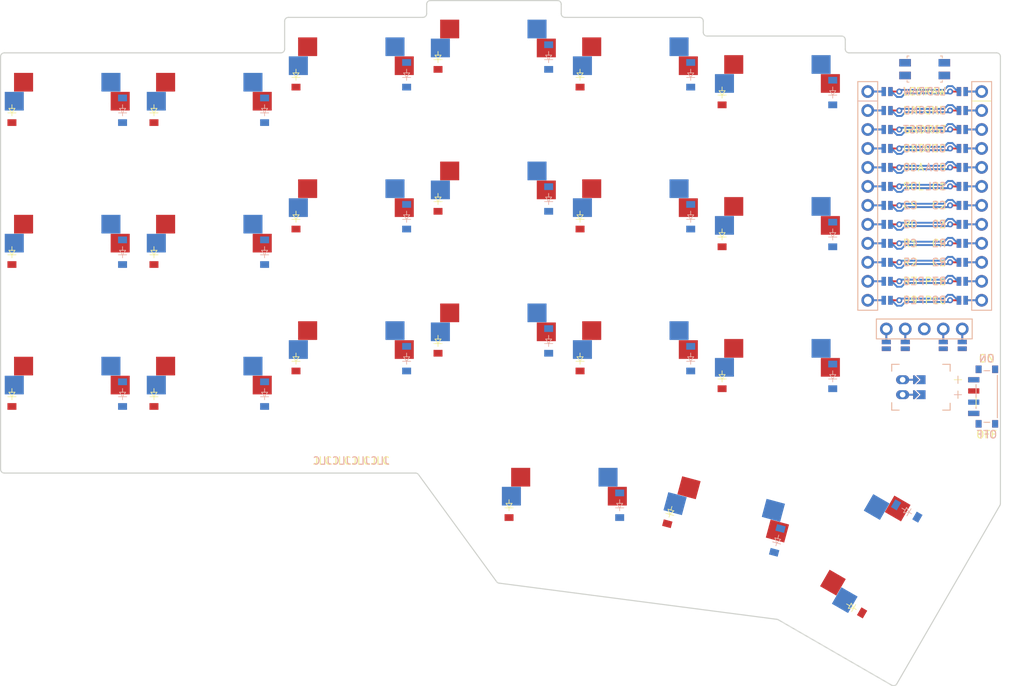
<source format=kicad_pcb>

            
(kicad_pcb (version 20171130) (host pcbnew 5.1.6)

  (page A3)
  (title_block
    (title corney_island_wireless)
    (rev 0.2)
    (company ceoloide)
  )

  (general
    (thickness 1.6)
  )

  (layers
    (0 F.Cu signal)
    (31 B.Cu signal)
    (32 B.Adhes user)
    (33 F.Adhes user)
    (34 B.Paste user)
    (35 F.Paste user)
    (36 B.SilkS user)
    (37 F.SilkS user)
    (38 B.Mask user)
    (39 F.Mask user)
    (40 Dwgs.User user)
    (41 Cmts.User user)
    (42 Eco1.User user)
    (43 Eco2.User user)
    (44 Edge.Cuts user)
    (45 Margin user)
    (46 B.CrtYd user)
    (47 F.CrtYd user)
    (48 B.Fab user)
    (49 F.Fab user)
  )

  (setup
    (last_trace_width 0.25)
    (trace_clearance 0.2)
    (zone_clearance 0.508)
    (zone_45_only no)
    (trace_min 0.2)
    (via_size 0.8)
    (via_drill 0.4)
    (via_min_size 0.4)
    (via_min_drill 0.3)
    (uvia_size 0.3)
    (uvia_drill 0.1)
    (uvias_allowed no)
    (uvia_min_size 0.2)
    (uvia_min_drill 0.1)
    (edge_width 0.05)
    (segment_width 0.2)
    (pcb_text_width 0.3)
    (pcb_text_size 1.5 1.5)
    (mod_edge_width 0.12)
    (mod_text_size 1 1)
    (mod_text_width 0.15)
    (pad_size 1.524 1.524)
    (pad_drill 0.762)
    (pad_to_mask_clearance 0.05)
    (aux_axis_origin 0 0)
    (visible_elements FFFFFF7F)
    (pcbplotparams
      (layerselection 0x010fc_ffffffff)
      (usegerberextensions false)
      (usegerberattributes true)
      (usegerberadvancedattributes true)
      (creategerberjobfile true)
      (excludeedgelayer true)
      (linewidth 0.100000)
      (plotframeref false)
      (viasonmask false)
      (mode 1)
      (useauxorigin false)
      (hpglpennumber 1)
      (hpglpenspeed 20)
      (hpglpendiameter 15.000000)
      (psnegative false)
      (psa4output false)
      (plotreference true)
      (plotvalue true)
      (plotinvisibletext false)
      (padsonsilk false)
      (subtractmaskfromsilk false)
      (outputformat 1)
      (mirror false)
      (drillshape 1)
      (scaleselection 1)
      (outputdirectory ""))
  )

            (net 0 "")
(net 1 "C0")
(net 2 "outer_bottom")
(net 3 "outer_home")
(net 4 "outer_top")
(net 5 "C1")
(net 6 "pinky_bottom")
(net 7 "pinky_home")
(net 8 "pinky_top")
(net 9 "C2")
(net 10 "ring_bottom")
(net 11 "ring_home")
(net 12 "ring_top")
(net 13 "C3")
(net 14 "middle_bottom")
(net 15 "middle_home")
(net 16 "middle_top")
(net 17 "C4")
(net 18 "index_bottom")
(net 19 "index_home")
(net 20 "index_top")
(net 21 "C5")
(net 22 "inner_bottom")
(net 23 "inner_home")
(net 24 "inner_top")
(net 25 "near_home")
(net 26 "mid_home")
(net 27 "far_home")
(net 28 "R2")
(net 29 "R1")
(net 30 "R0")
(net 31 "R3")
(net 32 "RAW")
(net 33 "GND")
(net 34 "RST")
(net 35 "VCC")
(net 36 "P16")
(net 37 "P10")
(net 38 "LED")
(net 39 "DAT")
(net 40 "SDA")
(net 41 "SCL")
(net 42 "CS")
(net 43 "P9")
(net 44 "MCU1_24")
(net 45 "MCU1_1")
(net 46 "MCU1_23")
(net 47 "MCU1_2")
(net 48 "MCU1_22")
(net 49 "MCU1_3")
(net 50 "MCU1_21")
(net 51 "MCU1_4")
(net 52 "MCU1_20")
(net 53 "MCU1_5")
(net 54 "MCU1_19")
(net 55 "MCU1_6")
(net 56 "MCU1_18")
(net 57 "MCU1_7")
(net 58 "MCU1_17")
(net 59 "MCU1_8")
(net 60 "MCU1_16")
(net 61 "MCU1_9")
(net 62 "MCU1_15")
(net 63 "MCU1_10")
(net 64 "MCU1_14")
(net 65 "MCU1_11")
(net 66 "MCU1_13")
(net 67 "MCU1_12")
(net 68 "DISP1_1")
(net 69 "DISP1_2")
(net 70 "DISP1_4")
(net 71 "DISP1_5")
(net 72 "BAT_P")
(net 73 "JST1_1")
(net 74 "JST1_2")
            
  (net_class Default "This is the default net class."
    (clearance 0.2)
    (trace_width 0.25)
    (via_dia 0.8)
    (via_drill 0.4)
    (uvia_dia 0.3)
    (uvia_drill 0.1)
    (add_net "")
(add_net "C0")
(add_net "outer_bottom")
(add_net "outer_home")
(add_net "outer_top")
(add_net "C1")
(add_net "pinky_bottom")
(add_net "pinky_home")
(add_net "pinky_top")
(add_net "C2")
(add_net "ring_bottom")
(add_net "ring_home")
(add_net "ring_top")
(add_net "C3")
(add_net "middle_bottom")
(add_net "middle_home")
(add_net "middle_top")
(add_net "C4")
(add_net "index_bottom")
(add_net "index_home")
(add_net "index_top")
(add_net "C5")
(add_net "inner_bottom")
(add_net "inner_home")
(add_net "inner_top")
(add_net "near_home")
(add_net "mid_home")
(add_net "far_home")
(add_net "R2")
(add_net "R1")
(add_net "R0")
(add_net "R3")
(add_net "RAW")
(add_net "GND")
(add_net "RST")
(add_net "VCC")
(add_net "P16")
(add_net "P10")
(add_net "LED")
(add_net "DAT")
(add_net "SDA")
(add_net "SCL")
(add_net "CS")
(add_net "P9")
(add_net "MCU1_24")
(add_net "MCU1_1")
(add_net "MCU1_23")
(add_net "MCU1_2")
(add_net "MCU1_22")
(add_net "MCU1_3")
(add_net "MCU1_21")
(add_net "MCU1_4")
(add_net "MCU1_20")
(add_net "MCU1_5")
(add_net "MCU1_19")
(add_net "MCU1_6")
(add_net "MCU1_18")
(add_net "MCU1_7")
(add_net "MCU1_17")
(add_net "MCU1_8")
(add_net "MCU1_16")
(add_net "MCU1_9")
(add_net "MCU1_15")
(add_net "MCU1_10")
(add_net "MCU1_14")
(add_net "MCU1_11")
(add_net "MCU1_13")
(add_net "MCU1_12")
(add_net "DISP1_1")
(add_net "DISP1_2")
(add_net "DISP1_4")
(add_net "DISP1_5")
(add_net "BAT_P")
(add_net "JST1_1")
(add_net "JST1_2")
  )

            
  (module "ceoloide:mounting_hole_npth" (layer F.Cu) (tedit 5F1B9159)
      (at 207.762 100.476 0)
      (fp_text reference "MH1" (at 0 2.55 0) (layer F.SilkS) hide (effects (font (size 1 1) (thickness 0.15))))
      (pad "" np_thru_hole circle (at 0 0 0) (size 2.2 2.2) (drill 2.2) (layers *.Cu *.Mask))
  )
  

  (module "ceoloide:mounting_hole_npth" (layer F.Cu) (tedit 5F1B9159)
      (at 222.194 108.995 0)
      (fp_text reference "MH2" (at 0 2.55 0) (layer F.SilkS) hide (effects (font (size 1 1) (thickness 0.15))))
      (pad "" np_thru_hole circle (at 0 0 0) (size 2.2 2.2) (drill 2.2) (layers *.Cu *.Mask))
  )
  

  (module "ceoloide:mounting_hole_npth" (layer F.Cu) (tedit 5F1B9159)
      (at 109.5 71.5 0)
      (fp_text reference "MH3" (at 0 2.55 0) (layer F.SilkS) hide (effects (font (size 1 1) (thickness 0.15))))
      (pad "" np_thru_hole circle (at 0 0 0) (size 4.3 4.3) (drill 4.3) (layers *.Cu *.Mask))
  )
  

  (module "ceoloide:mounting_hole_npth" (layer F.Cu) (tedit 5F1B9159)
      (at 109.5 90.5 0)
      (fp_text reference "MH4" (at 0 2.55 0) (layer F.SilkS) hide (effects (font (size 1 1) (thickness 0.15))))
      (pad "" np_thru_hole circle (at 0 0 0) (size 4.3 4.3) (drill 4.3) (layers *.Cu *.Mask))
  )
  

  (module "ceoloide:mounting_hole_npth" (layer F.Cu) (tedit 5F1B9159)
      (at 185.468 67.986 0)
      (fp_text reference "MH5" (at 0 2.55 0) (layer F.SilkS) hide (effects (font (size 1 1) (thickness 0.15))))
      (pad "" np_thru_hole circle (at 0 0 0) (size 4.3 4.3) (drill 4.3) (layers *.Cu *.Mask))
  )
  

  (module "ceoloide:mounting_hole_npth" (layer F.Cu) (tedit 5F1B9159)
      (at 152.657 107.74 0)
      (fp_text reference "MH6" (at 0 2.55 0) (layer F.SilkS) hide (effects (font (size 1 1) (thickness 0.15))))
      (pad "" np_thru_hole circle (at 0 0 0) (size 4.3 4.3) (drill 4.3) (layers *.Cu *.Mask))
  )
  

  (module "ceoloide:mounting_hole_npth" (layer F.Cu) (tedit 5F1B9159)
      (at 199.2410516 115.3236576 60)
      (fp_text reference "MH7" (at 0 2.55 60) (layer F.SilkS) hide (effects (font (size 1 1) (thickness 0.15))))
      (pad "" np_thru_hole circle (at 0 0 60) (size 4.3 4.3) (drill 4.3) (layers *.Cu *.Mask))
  )
  

        
      (module MX (layer F.Cu) (tedit 5DD4F656)
      (at 100 100 0)

      
      (fp_text reference "S1" (at 0 0) (layer F.SilkS) hide (effects (font (size 1.27 1.27) (thickness 0.15))))
      (fp_text value "" (at 0 0) (layer F.SilkS) hide (effects (font (size 1.27 1.27) (thickness 0.15))))

      
      (fp_line (start -7 -6) (end -7 -7) (layer Dwgs.User) (width 0.15))
      (fp_line (start -7 7) (end -6 7) (layer Dwgs.User) (width 0.15))
      (fp_line (start -6 -7) (end -7 -7) (layer Dwgs.User) (width 0.15))
      (fp_line (start -7 7) (end -7 6) (layer Dwgs.User) (width 0.15))
      (fp_line (start 7 6) (end 7 7) (layer Dwgs.User) (width 0.15))
      (fp_line (start 7 -7) (end 6 -7) (layer Dwgs.User) (width 0.15))
      (fp_line (start 6 7) (end 7 7) (layer Dwgs.User) (width 0.15))
      (fp_line (start 7 -7) (end 7 -6) (layer Dwgs.User) (width 0.15))
    
      
      (pad "" np_thru_hole circle (at 0 0) (size 3.9878 3.9878) (drill 3.9878) (layers *.Cu *.Mask))

      
      (pad "" np_thru_hole circle (at 5.08 0) (size 1.7018 1.7018) (drill 1.7018) (layers *.Cu *.Mask))
      (pad "" np_thru_hole circle (at -5.08 0) (size 1.7018 1.7018) (drill 1.7018) (layers *.Cu *.Mask))
      
        
        
        
        (pad "" np_thru_hole circle (at 2.54 -5.08) (size 3 3) (drill 3) (layers *.Cu *.Mask))
        (pad "" np_thru_hole circle (at -3.81 -2.54) (size 3 3) (drill 3) (layers *.Cu *.Mask))
        
        
        (pad 1 smd rect (at -7.085 -2.54 0) (size 2.55 2.5) (layers B.Cu B.Paste B.Mask) (net 1 "C0"))
        (pad 2 smd rect (at 5.842 -5.08 0) (size 2.55 2.5) (layers B.Cu B.Paste B.Mask) (net 2 "outer_bottom"))
        
        
        
        (pad "" np_thru_hole circle (at -2.54 -5.08) (size 3 3) (drill 3) (layers *.Cu *.Mask))
        (pad "" np_thru_hole circle (at 3.81 -2.54) (size 3 3) (drill 3) (layers *.Cu *.Mask))
        
        
        (pad 1 smd rect (at 7.085 -2.54 0) (size 2.55 2.5) (layers F.Cu F.Paste F.Mask) (net 1 "C0"))
        (pad 2 smd rect (at -5.842 -5.08 0) (size 2.55 2.5) (layers F.Cu F.Paste F.Mask) (net 2 "outer_bottom"))
        )
        

        
      (module MX (layer F.Cu) (tedit 5DD4F656)
      (at 100 81 0)

      
      (fp_text reference "S2" (at 0 0) (layer F.SilkS) hide (effects (font (size 1.27 1.27) (thickness 0.15))))
      (fp_text value "" (at 0 0) (layer F.SilkS) hide (effects (font (size 1.27 1.27) (thickness 0.15))))

      
      (fp_line (start -7 -6) (end -7 -7) (layer Dwgs.User) (width 0.15))
      (fp_line (start -7 7) (end -6 7) (layer Dwgs.User) (width 0.15))
      (fp_line (start -6 -7) (end -7 -7) (layer Dwgs.User) (width 0.15))
      (fp_line (start -7 7) (end -7 6) (layer Dwgs.User) (width 0.15))
      (fp_line (start 7 6) (end 7 7) (layer Dwgs.User) (width 0.15))
      (fp_line (start 7 -7) (end 6 -7) (layer Dwgs.User) (width 0.15))
      (fp_line (start 6 7) (end 7 7) (layer Dwgs.User) (width 0.15))
      (fp_line (start 7 -7) (end 7 -6) (layer Dwgs.User) (width 0.15))
    
      
      (pad "" np_thru_hole circle (at 0 0) (size 3.9878 3.9878) (drill 3.9878) (layers *.Cu *.Mask))

      
      (pad "" np_thru_hole circle (at 5.08 0) (size 1.7018 1.7018) (drill 1.7018) (layers *.Cu *.Mask))
      (pad "" np_thru_hole circle (at -5.08 0) (size 1.7018 1.7018) (drill 1.7018) (layers *.Cu *.Mask))
      
        
        
        
        (pad "" np_thru_hole circle (at 2.54 -5.08) (size 3 3) (drill 3) (layers *.Cu *.Mask))
        (pad "" np_thru_hole circle (at -3.81 -2.54) (size 3 3) (drill 3) (layers *.Cu *.Mask))
        
        
        (pad 1 smd rect (at -7.085 -2.54 0) (size 2.55 2.5) (layers B.Cu B.Paste B.Mask) (net 1 "C0"))
        (pad 2 smd rect (at 5.842 -5.08 0) (size 2.55 2.5) (layers B.Cu B.Paste B.Mask) (net 3 "outer_home"))
        
        
        
        (pad "" np_thru_hole circle (at -2.54 -5.08) (size 3 3) (drill 3) (layers *.Cu *.Mask))
        (pad "" np_thru_hole circle (at 3.81 -2.54) (size 3 3) (drill 3) (layers *.Cu *.Mask))
        
        
        (pad 1 smd rect (at 7.085 -2.54 0) (size 2.55 2.5) (layers F.Cu F.Paste F.Mask) (net 1 "C0"))
        (pad 2 smd rect (at -5.842 -5.08 0) (size 2.55 2.5) (layers F.Cu F.Paste F.Mask) (net 3 "outer_home"))
        )
        

        
      (module MX (layer F.Cu) (tedit 5DD4F656)
      (at 100 62 0)

      
      (fp_text reference "S3" (at 0 0) (layer F.SilkS) hide (effects (font (size 1.27 1.27) (thickness 0.15))))
      (fp_text value "" (at 0 0) (layer F.SilkS) hide (effects (font (size 1.27 1.27) (thickness 0.15))))

      
      (fp_line (start -7 -6) (end -7 -7) (layer Dwgs.User) (width 0.15))
      (fp_line (start -7 7) (end -6 7) (layer Dwgs.User) (width 0.15))
      (fp_line (start -6 -7) (end -7 -7) (layer Dwgs.User) (width 0.15))
      (fp_line (start -7 7) (end -7 6) (layer Dwgs.User) (width 0.15))
      (fp_line (start 7 6) (end 7 7) (layer Dwgs.User) (width 0.15))
      (fp_line (start 7 -7) (end 6 -7) (layer Dwgs.User) (width 0.15))
      (fp_line (start 6 7) (end 7 7) (layer Dwgs.User) (width 0.15))
      (fp_line (start 7 -7) (end 7 -6) (layer Dwgs.User) (width 0.15))
    
      
      (pad "" np_thru_hole circle (at 0 0) (size 3.9878 3.9878) (drill 3.9878) (layers *.Cu *.Mask))

      
      (pad "" np_thru_hole circle (at 5.08 0) (size 1.7018 1.7018) (drill 1.7018) (layers *.Cu *.Mask))
      (pad "" np_thru_hole circle (at -5.08 0) (size 1.7018 1.7018) (drill 1.7018) (layers *.Cu *.Mask))
      
        
        
        
        (pad "" np_thru_hole circle (at 2.54 -5.08) (size 3 3) (drill 3) (layers *.Cu *.Mask))
        (pad "" np_thru_hole circle (at -3.81 -2.54) (size 3 3) (drill 3) (layers *.Cu *.Mask))
        
        
        (pad 1 smd rect (at -7.085 -2.54 0) (size 2.55 2.5) (layers B.Cu B.Paste B.Mask) (net 1 "C0"))
        (pad 2 smd rect (at 5.842 -5.08 0) (size 2.55 2.5) (layers B.Cu B.Paste B.Mask) (net 4 "outer_top"))
        
        
        
        (pad "" np_thru_hole circle (at -2.54 -5.08) (size 3 3) (drill 3) (layers *.Cu *.Mask))
        (pad "" np_thru_hole circle (at 3.81 -2.54) (size 3 3) (drill 3) (layers *.Cu *.Mask))
        
        
        (pad 1 smd rect (at 7.085 -2.54 0) (size 2.55 2.5) (layers F.Cu F.Paste F.Mask) (net 1 "C0"))
        (pad 2 smd rect (at -5.842 -5.08 0) (size 2.55 2.5) (layers F.Cu F.Paste F.Mask) (net 4 "outer_top"))
        )
        

        
      (module MX (layer F.Cu) (tedit 5DD4F656)
      (at 119 100 0)

      
      (fp_text reference "S4" (at 0 0) (layer F.SilkS) hide (effects (font (size 1.27 1.27) (thickness 0.15))))
      (fp_text value "" (at 0 0) (layer F.SilkS) hide (effects (font (size 1.27 1.27) (thickness 0.15))))

      
      (fp_line (start -7 -6) (end -7 -7) (layer Dwgs.User) (width 0.15))
      (fp_line (start -7 7) (end -6 7) (layer Dwgs.User) (width 0.15))
      (fp_line (start -6 -7) (end -7 -7) (layer Dwgs.User) (width 0.15))
      (fp_line (start -7 7) (end -7 6) (layer Dwgs.User) (width 0.15))
      (fp_line (start 7 6) (end 7 7) (layer Dwgs.User) (width 0.15))
      (fp_line (start 7 -7) (end 6 -7) (layer Dwgs.User) (width 0.15))
      (fp_line (start 6 7) (end 7 7) (layer Dwgs.User) (width 0.15))
      (fp_line (start 7 -7) (end 7 -6) (layer Dwgs.User) (width 0.15))
    
      
      (pad "" np_thru_hole circle (at 0 0) (size 3.9878 3.9878) (drill 3.9878) (layers *.Cu *.Mask))

      
      (pad "" np_thru_hole circle (at 5.08 0) (size 1.7018 1.7018) (drill 1.7018) (layers *.Cu *.Mask))
      (pad "" np_thru_hole circle (at -5.08 0) (size 1.7018 1.7018) (drill 1.7018) (layers *.Cu *.Mask))
      
        
        
        
        (pad "" np_thru_hole circle (at 2.54 -5.08) (size 3 3) (drill 3) (layers *.Cu *.Mask))
        (pad "" np_thru_hole circle (at -3.81 -2.54) (size 3 3) (drill 3) (layers *.Cu *.Mask))
        
        
        (pad 1 smd rect (at -7.085 -2.54 0) (size 2.55 2.5) (layers B.Cu B.Paste B.Mask) (net 5 "C1"))
        (pad 2 smd rect (at 5.842 -5.08 0) (size 2.55 2.5) (layers B.Cu B.Paste B.Mask) (net 6 "pinky_bottom"))
        
        
        
        (pad "" np_thru_hole circle (at -2.54 -5.08) (size 3 3) (drill 3) (layers *.Cu *.Mask))
        (pad "" np_thru_hole circle (at 3.81 -2.54) (size 3 3) (drill 3) (layers *.Cu *.Mask))
        
        
        (pad 1 smd rect (at 7.085 -2.54 0) (size 2.55 2.5) (layers F.Cu F.Paste F.Mask) (net 5 "C1"))
        (pad 2 smd rect (at -5.842 -5.08 0) (size 2.55 2.5) (layers F.Cu F.Paste F.Mask) (net 6 "pinky_bottom"))
        )
        

        
      (module MX (layer F.Cu) (tedit 5DD4F656)
      (at 119 81 0)

      
      (fp_text reference "S5" (at 0 0) (layer F.SilkS) hide (effects (font (size 1.27 1.27) (thickness 0.15))))
      (fp_text value "" (at 0 0) (layer F.SilkS) hide (effects (font (size 1.27 1.27) (thickness 0.15))))

      
      (fp_line (start -7 -6) (end -7 -7) (layer Dwgs.User) (width 0.15))
      (fp_line (start -7 7) (end -6 7) (layer Dwgs.User) (width 0.15))
      (fp_line (start -6 -7) (end -7 -7) (layer Dwgs.User) (width 0.15))
      (fp_line (start -7 7) (end -7 6) (layer Dwgs.User) (width 0.15))
      (fp_line (start 7 6) (end 7 7) (layer Dwgs.User) (width 0.15))
      (fp_line (start 7 -7) (end 6 -7) (layer Dwgs.User) (width 0.15))
      (fp_line (start 6 7) (end 7 7) (layer Dwgs.User) (width 0.15))
      (fp_line (start 7 -7) (end 7 -6) (layer Dwgs.User) (width 0.15))
    
      
      (pad "" np_thru_hole circle (at 0 0) (size 3.9878 3.9878) (drill 3.9878) (layers *.Cu *.Mask))

      
      (pad "" np_thru_hole circle (at 5.08 0) (size 1.7018 1.7018) (drill 1.7018) (layers *.Cu *.Mask))
      (pad "" np_thru_hole circle (at -5.08 0) (size 1.7018 1.7018) (drill 1.7018) (layers *.Cu *.Mask))
      
        
        
        
        (pad "" np_thru_hole circle (at 2.54 -5.08) (size 3 3) (drill 3) (layers *.Cu *.Mask))
        (pad "" np_thru_hole circle (at -3.81 -2.54) (size 3 3) (drill 3) (layers *.Cu *.Mask))
        
        
        (pad 1 smd rect (at -7.085 -2.54 0) (size 2.55 2.5) (layers B.Cu B.Paste B.Mask) (net 5 "C1"))
        (pad 2 smd rect (at 5.842 -5.08 0) (size 2.55 2.5) (layers B.Cu B.Paste B.Mask) (net 7 "pinky_home"))
        
        
        
        (pad "" np_thru_hole circle (at -2.54 -5.08) (size 3 3) (drill 3) (layers *.Cu *.Mask))
        (pad "" np_thru_hole circle (at 3.81 -2.54) (size 3 3) (drill 3) (layers *.Cu *.Mask))
        
        
        (pad 1 smd rect (at 7.085 -2.54 0) (size 2.55 2.5) (layers F.Cu F.Paste F.Mask) (net 5 "C1"))
        (pad 2 smd rect (at -5.842 -5.08 0) (size 2.55 2.5) (layers F.Cu F.Paste F.Mask) (net 7 "pinky_home"))
        )
        

        
      (module MX (layer F.Cu) (tedit 5DD4F656)
      (at 119 62 0)

      
      (fp_text reference "S6" (at 0 0) (layer F.SilkS) hide (effects (font (size 1.27 1.27) (thickness 0.15))))
      (fp_text value "" (at 0 0) (layer F.SilkS) hide (effects (font (size 1.27 1.27) (thickness 0.15))))

      
      (fp_line (start -7 -6) (end -7 -7) (layer Dwgs.User) (width 0.15))
      (fp_line (start -7 7) (end -6 7) (layer Dwgs.User) (width 0.15))
      (fp_line (start -6 -7) (end -7 -7) (layer Dwgs.User) (width 0.15))
      (fp_line (start -7 7) (end -7 6) (layer Dwgs.User) (width 0.15))
      (fp_line (start 7 6) (end 7 7) (layer Dwgs.User) (width 0.15))
      (fp_line (start 7 -7) (end 6 -7) (layer Dwgs.User) (width 0.15))
      (fp_line (start 6 7) (end 7 7) (layer Dwgs.User) (width 0.15))
      (fp_line (start 7 -7) (end 7 -6) (layer Dwgs.User) (width 0.15))
    
      
      (pad "" np_thru_hole circle (at 0 0) (size 3.9878 3.9878) (drill 3.9878) (layers *.Cu *.Mask))

      
      (pad "" np_thru_hole circle (at 5.08 0) (size 1.7018 1.7018) (drill 1.7018) (layers *.Cu *.Mask))
      (pad "" np_thru_hole circle (at -5.08 0) (size 1.7018 1.7018) (drill 1.7018) (layers *.Cu *.Mask))
      
        
        
        
        (pad "" np_thru_hole circle (at 2.54 -5.08) (size 3 3) (drill 3) (layers *.Cu *.Mask))
        (pad "" np_thru_hole circle (at -3.81 -2.54) (size 3 3) (drill 3) (layers *.Cu *.Mask))
        
        
        (pad 1 smd rect (at -7.085 -2.54 0) (size 2.55 2.5) (layers B.Cu B.Paste B.Mask) (net 5 "C1"))
        (pad 2 smd rect (at 5.842 -5.08 0) (size 2.55 2.5) (layers B.Cu B.Paste B.Mask) (net 8 "pinky_top"))
        
        
        
        (pad "" np_thru_hole circle (at -2.54 -5.08) (size 3 3) (drill 3) (layers *.Cu *.Mask))
        (pad "" np_thru_hole circle (at 3.81 -2.54) (size 3 3) (drill 3) (layers *.Cu *.Mask))
        
        
        (pad 1 smd rect (at 7.085 -2.54 0) (size 2.55 2.5) (layers F.Cu F.Paste F.Mask) (net 5 "C1"))
        (pad 2 smd rect (at -5.842 -5.08 0) (size 2.55 2.5) (layers F.Cu F.Paste F.Mask) (net 8 "pinky_top"))
        )
        

        
      (module MX (layer F.Cu) (tedit 5DD4F656)
      (at 138 95.25 0)

      
      (fp_text reference "S7" (at 0 0) (layer F.SilkS) hide (effects (font (size 1.27 1.27) (thickness 0.15))))
      (fp_text value "" (at 0 0) (layer F.SilkS) hide (effects (font (size 1.27 1.27) (thickness 0.15))))

      
      (fp_line (start -7 -6) (end -7 -7) (layer Dwgs.User) (width 0.15))
      (fp_line (start -7 7) (end -6 7) (layer Dwgs.User) (width 0.15))
      (fp_line (start -6 -7) (end -7 -7) (layer Dwgs.User) (width 0.15))
      (fp_line (start -7 7) (end -7 6) (layer Dwgs.User) (width 0.15))
      (fp_line (start 7 6) (end 7 7) (layer Dwgs.User) (width 0.15))
      (fp_line (start 7 -7) (end 6 -7) (layer Dwgs.User) (width 0.15))
      (fp_line (start 6 7) (end 7 7) (layer Dwgs.User) (width 0.15))
      (fp_line (start 7 -7) (end 7 -6) (layer Dwgs.User) (width 0.15))
    
      
      (pad "" np_thru_hole circle (at 0 0) (size 3.9878 3.9878) (drill 3.9878) (layers *.Cu *.Mask))

      
      (pad "" np_thru_hole circle (at 5.08 0) (size 1.7018 1.7018) (drill 1.7018) (layers *.Cu *.Mask))
      (pad "" np_thru_hole circle (at -5.08 0) (size 1.7018 1.7018) (drill 1.7018) (layers *.Cu *.Mask))
      
        
        
        
        (pad "" np_thru_hole circle (at 2.54 -5.08) (size 3 3) (drill 3) (layers *.Cu *.Mask))
        (pad "" np_thru_hole circle (at -3.81 -2.54) (size 3 3) (drill 3) (layers *.Cu *.Mask))
        
        
        (pad 1 smd rect (at -7.085 -2.54 0) (size 2.55 2.5) (layers B.Cu B.Paste B.Mask) (net 9 "C2"))
        (pad 2 smd rect (at 5.842 -5.08 0) (size 2.55 2.5) (layers B.Cu B.Paste B.Mask) (net 10 "ring_bottom"))
        
        
        
        (pad "" np_thru_hole circle (at -2.54 -5.08) (size 3 3) (drill 3) (layers *.Cu *.Mask))
        (pad "" np_thru_hole circle (at 3.81 -2.54) (size 3 3) (drill 3) (layers *.Cu *.Mask))
        
        
        (pad 1 smd rect (at 7.085 -2.54 0) (size 2.55 2.5) (layers F.Cu F.Paste F.Mask) (net 9 "C2"))
        (pad 2 smd rect (at -5.842 -5.08 0) (size 2.55 2.5) (layers F.Cu F.Paste F.Mask) (net 10 "ring_bottom"))
        )
        

        
      (module MX (layer F.Cu) (tedit 5DD4F656)
      (at 138 76.25 0)

      
      (fp_text reference "S8" (at 0 0) (layer F.SilkS) hide (effects (font (size 1.27 1.27) (thickness 0.15))))
      (fp_text value "" (at 0 0) (layer F.SilkS) hide (effects (font (size 1.27 1.27) (thickness 0.15))))

      
      (fp_line (start -7 -6) (end -7 -7) (layer Dwgs.User) (width 0.15))
      (fp_line (start -7 7) (end -6 7) (layer Dwgs.User) (width 0.15))
      (fp_line (start -6 -7) (end -7 -7) (layer Dwgs.User) (width 0.15))
      (fp_line (start -7 7) (end -7 6) (layer Dwgs.User) (width 0.15))
      (fp_line (start 7 6) (end 7 7) (layer Dwgs.User) (width 0.15))
      (fp_line (start 7 -7) (end 6 -7) (layer Dwgs.User) (width 0.15))
      (fp_line (start 6 7) (end 7 7) (layer Dwgs.User) (width 0.15))
      (fp_line (start 7 -7) (end 7 -6) (layer Dwgs.User) (width 0.15))
    
      
      (pad "" np_thru_hole circle (at 0 0) (size 3.9878 3.9878) (drill 3.9878) (layers *.Cu *.Mask))

      
      (pad "" np_thru_hole circle (at 5.08 0) (size 1.7018 1.7018) (drill 1.7018) (layers *.Cu *.Mask))
      (pad "" np_thru_hole circle (at -5.08 0) (size 1.7018 1.7018) (drill 1.7018) (layers *.Cu *.Mask))
      
        
        
        
        (pad "" np_thru_hole circle (at 2.54 -5.08) (size 3 3) (drill 3) (layers *.Cu *.Mask))
        (pad "" np_thru_hole circle (at -3.81 -2.54) (size 3 3) (drill 3) (layers *.Cu *.Mask))
        
        
        (pad 1 smd rect (at -7.085 -2.54 0) (size 2.55 2.5) (layers B.Cu B.Paste B.Mask) (net 9 "C2"))
        (pad 2 smd rect (at 5.842 -5.08 0) (size 2.55 2.5) (layers B.Cu B.Paste B.Mask) (net 11 "ring_home"))
        
        
        
        (pad "" np_thru_hole circle (at -2.54 -5.08) (size 3 3) (drill 3) (layers *.Cu *.Mask))
        (pad "" np_thru_hole circle (at 3.81 -2.54) (size 3 3) (drill 3) (layers *.Cu *.Mask))
        
        
        (pad 1 smd rect (at 7.085 -2.54 0) (size 2.55 2.5) (layers F.Cu F.Paste F.Mask) (net 9 "C2"))
        (pad 2 smd rect (at -5.842 -5.08 0) (size 2.55 2.5) (layers F.Cu F.Paste F.Mask) (net 11 "ring_home"))
        )
        

        
      (module MX (layer F.Cu) (tedit 5DD4F656)
      (at 138 57.25 0)

      
      (fp_text reference "S9" (at 0 0) (layer F.SilkS) hide (effects (font (size 1.27 1.27) (thickness 0.15))))
      (fp_text value "" (at 0 0) (layer F.SilkS) hide (effects (font (size 1.27 1.27) (thickness 0.15))))

      
      (fp_line (start -7 -6) (end -7 -7) (layer Dwgs.User) (width 0.15))
      (fp_line (start -7 7) (end -6 7) (layer Dwgs.User) (width 0.15))
      (fp_line (start -6 -7) (end -7 -7) (layer Dwgs.User) (width 0.15))
      (fp_line (start -7 7) (end -7 6) (layer Dwgs.User) (width 0.15))
      (fp_line (start 7 6) (end 7 7) (layer Dwgs.User) (width 0.15))
      (fp_line (start 7 -7) (end 6 -7) (layer Dwgs.User) (width 0.15))
      (fp_line (start 6 7) (end 7 7) (layer Dwgs.User) (width 0.15))
      (fp_line (start 7 -7) (end 7 -6) (layer Dwgs.User) (width 0.15))
    
      
      (pad "" np_thru_hole circle (at 0 0) (size 3.9878 3.9878) (drill 3.9878) (layers *.Cu *.Mask))

      
      (pad "" np_thru_hole circle (at 5.08 0) (size 1.7018 1.7018) (drill 1.7018) (layers *.Cu *.Mask))
      (pad "" np_thru_hole circle (at -5.08 0) (size 1.7018 1.7018) (drill 1.7018) (layers *.Cu *.Mask))
      
        
        
        
        (pad "" np_thru_hole circle (at 2.54 -5.08) (size 3 3) (drill 3) (layers *.Cu *.Mask))
        (pad "" np_thru_hole circle (at -3.81 -2.54) (size 3 3) (drill 3) (layers *.Cu *.Mask))
        
        
        (pad 1 smd rect (at -7.085 -2.54 0) (size 2.55 2.5) (layers B.Cu B.Paste B.Mask) (net 9 "C2"))
        (pad 2 smd rect (at 5.842 -5.08 0) (size 2.55 2.5) (layers B.Cu B.Paste B.Mask) (net 12 "ring_top"))
        
        
        
        (pad "" np_thru_hole circle (at -2.54 -5.08) (size 3 3) (drill 3) (layers *.Cu *.Mask))
        (pad "" np_thru_hole circle (at 3.81 -2.54) (size 3 3) (drill 3) (layers *.Cu *.Mask))
        
        
        (pad 1 smd rect (at 7.085 -2.54 0) (size 2.55 2.5) (layers F.Cu F.Paste F.Mask) (net 9 "C2"))
        (pad 2 smd rect (at -5.842 -5.08 0) (size 2.55 2.5) (layers F.Cu F.Paste F.Mask) (net 12 "ring_top"))
        )
        

        
      (module MX (layer F.Cu) (tedit 5DD4F656)
      (at 157 92.875 0)

      
      (fp_text reference "S10" (at 0 0) (layer F.SilkS) hide (effects (font (size 1.27 1.27) (thickness 0.15))))
      (fp_text value "" (at 0 0) (layer F.SilkS) hide (effects (font (size 1.27 1.27) (thickness 0.15))))

      
      (fp_line (start -7 -6) (end -7 -7) (layer Dwgs.User) (width 0.15))
      (fp_line (start -7 7) (end -6 7) (layer Dwgs.User) (width 0.15))
      (fp_line (start -6 -7) (end -7 -7) (layer Dwgs.User) (width 0.15))
      (fp_line (start -7 7) (end -7 6) (layer Dwgs.User) (width 0.15))
      (fp_line (start 7 6) (end 7 7) (layer Dwgs.User) (width 0.15))
      (fp_line (start 7 -7) (end 6 -7) (layer Dwgs.User) (width 0.15))
      (fp_line (start 6 7) (end 7 7) (layer Dwgs.User) (width 0.15))
      (fp_line (start 7 -7) (end 7 -6) (layer Dwgs.User) (width 0.15))
    
      
      (pad "" np_thru_hole circle (at 0 0) (size 3.9878 3.9878) (drill 3.9878) (layers *.Cu *.Mask))

      
      (pad "" np_thru_hole circle (at 5.08 0) (size 1.7018 1.7018) (drill 1.7018) (layers *.Cu *.Mask))
      (pad "" np_thru_hole circle (at -5.08 0) (size 1.7018 1.7018) (drill 1.7018) (layers *.Cu *.Mask))
      
        
        
        
        (pad "" np_thru_hole circle (at 2.54 -5.08) (size 3 3) (drill 3) (layers *.Cu *.Mask))
        (pad "" np_thru_hole circle (at -3.81 -2.54) (size 3 3) (drill 3) (layers *.Cu *.Mask))
        
        
        (pad 1 smd rect (at -7.085 -2.54 0) (size 2.55 2.5) (layers B.Cu B.Paste B.Mask) (net 13 "C3"))
        (pad 2 smd rect (at 5.842 -5.08 0) (size 2.55 2.5) (layers B.Cu B.Paste B.Mask) (net 14 "middle_bottom"))
        
        
        
        (pad "" np_thru_hole circle (at -2.54 -5.08) (size 3 3) (drill 3) (layers *.Cu *.Mask))
        (pad "" np_thru_hole circle (at 3.81 -2.54) (size 3 3) (drill 3) (layers *.Cu *.Mask))
        
        
        (pad 1 smd rect (at 7.085 -2.54 0) (size 2.55 2.5) (layers F.Cu F.Paste F.Mask) (net 13 "C3"))
        (pad 2 smd rect (at -5.842 -5.08 0) (size 2.55 2.5) (layers F.Cu F.Paste F.Mask) (net 14 "middle_bottom"))
        )
        

        
      (module MX (layer F.Cu) (tedit 5DD4F656)
      (at 157 73.875 0)

      
      (fp_text reference "S11" (at 0 0) (layer F.SilkS) hide (effects (font (size 1.27 1.27) (thickness 0.15))))
      (fp_text value "" (at 0 0) (layer F.SilkS) hide (effects (font (size 1.27 1.27) (thickness 0.15))))

      
      (fp_line (start -7 -6) (end -7 -7) (layer Dwgs.User) (width 0.15))
      (fp_line (start -7 7) (end -6 7) (layer Dwgs.User) (width 0.15))
      (fp_line (start -6 -7) (end -7 -7) (layer Dwgs.User) (width 0.15))
      (fp_line (start -7 7) (end -7 6) (layer Dwgs.User) (width 0.15))
      (fp_line (start 7 6) (end 7 7) (layer Dwgs.User) (width 0.15))
      (fp_line (start 7 -7) (end 6 -7) (layer Dwgs.User) (width 0.15))
      (fp_line (start 6 7) (end 7 7) (layer Dwgs.User) (width 0.15))
      (fp_line (start 7 -7) (end 7 -6) (layer Dwgs.User) (width 0.15))
    
      
      (pad "" np_thru_hole circle (at 0 0) (size 3.9878 3.9878) (drill 3.9878) (layers *.Cu *.Mask))

      
      (pad "" np_thru_hole circle (at 5.08 0) (size 1.7018 1.7018) (drill 1.7018) (layers *.Cu *.Mask))
      (pad "" np_thru_hole circle (at -5.08 0) (size 1.7018 1.7018) (drill 1.7018) (layers *.Cu *.Mask))
      
        
        
        
        (pad "" np_thru_hole circle (at 2.54 -5.08) (size 3 3) (drill 3) (layers *.Cu *.Mask))
        (pad "" np_thru_hole circle (at -3.81 -2.54) (size 3 3) (drill 3) (layers *.Cu *.Mask))
        
        
        (pad 1 smd rect (at -7.085 -2.54 0) (size 2.55 2.5) (layers B.Cu B.Paste B.Mask) (net 13 "C3"))
        (pad 2 smd rect (at 5.842 -5.08 0) (size 2.55 2.5) (layers B.Cu B.Paste B.Mask) (net 15 "middle_home"))
        
        
        
        (pad "" np_thru_hole circle (at -2.54 -5.08) (size 3 3) (drill 3) (layers *.Cu *.Mask))
        (pad "" np_thru_hole circle (at 3.81 -2.54) (size 3 3) (drill 3) (layers *.Cu *.Mask))
        
        
        (pad 1 smd rect (at 7.085 -2.54 0) (size 2.55 2.5) (layers F.Cu F.Paste F.Mask) (net 13 "C3"))
        (pad 2 smd rect (at -5.842 -5.08 0) (size 2.55 2.5) (layers F.Cu F.Paste F.Mask) (net 15 "middle_home"))
        )
        

        
      (module MX (layer F.Cu) (tedit 5DD4F656)
      (at 157 54.875 0)

      
      (fp_text reference "S12" (at 0 0) (layer F.SilkS) hide (effects (font (size 1.27 1.27) (thickness 0.15))))
      (fp_text value "" (at 0 0) (layer F.SilkS) hide (effects (font (size 1.27 1.27) (thickness 0.15))))

      
      (fp_line (start -7 -6) (end -7 -7) (layer Dwgs.User) (width 0.15))
      (fp_line (start -7 7) (end -6 7) (layer Dwgs.User) (width 0.15))
      (fp_line (start -6 -7) (end -7 -7) (layer Dwgs.User) (width 0.15))
      (fp_line (start -7 7) (end -7 6) (layer Dwgs.User) (width 0.15))
      (fp_line (start 7 6) (end 7 7) (layer Dwgs.User) (width 0.15))
      (fp_line (start 7 -7) (end 6 -7) (layer Dwgs.User) (width 0.15))
      (fp_line (start 6 7) (end 7 7) (layer Dwgs.User) (width 0.15))
      (fp_line (start 7 -7) (end 7 -6) (layer Dwgs.User) (width 0.15))
    
      
      (pad "" np_thru_hole circle (at 0 0) (size 3.9878 3.9878) (drill 3.9878) (layers *.Cu *.Mask))

      
      (pad "" np_thru_hole circle (at 5.08 0) (size 1.7018 1.7018) (drill 1.7018) (layers *.Cu *.Mask))
      (pad "" np_thru_hole circle (at -5.08 0) (size 1.7018 1.7018) (drill 1.7018) (layers *.Cu *.Mask))
      
        
        
        
        (pad "" np_thru_hole circle (at 2.54 -5.08) (size 3 3) (drill 3) (layers *.Cu *.Mask))
        (pad "" np_thru_hole circle (at -3.81 -2.54) (size 3 3) (drill 3) (layers *.Cu *.Mask))
        
        
        (pad 1 smd rect (at -7.085 -2.54 0) (size 2.55 2.5) (layers B.Cu B.Paste B.Mask) (net 13 "C3"))
        (pad 2 smd rect (at 5.842 -5.08 0) (size 2.55 2.5) (layers B.Cu B.Paste B.Mask) (net 16 "middle_top"))
        
        
        
        (pad "" np_thru_hole circle (at -2.54 -5.08) (size 3 3) (drill 3) (layers *.Cu *.Mask))
        (pad "" np_thru_hole circle (at 3.81 -2.54) (size 3 3) (drill 3) (layers *.Cu *.Mask))
        
        
        (pad 1 smd rect (at 7.085 -2.54 0) (size 2.55 2.5) (layers F.Cu F.Paste F.Mask) (net 13 "C3"))
        (pad 2 smd rect (at -5.842 -5.08 0) (size 2.55 2.5) (layers F.Cu F.Paste F.Mask) (net 16 "middle_top"))
        )
        

        
      (module MX (layer F.Cu) (tedit 5DD4F656)
      (at 176 95.25 0)

      
      (fp_text reference "S13" (at 0 0) (layer F.SilkS) hide (effects (font (size 1.27 1.27) (thickness 0.15))))
      (fp_text value "" (at 0 0) (layer F.SilkS) hide (effects (font (size 1.27 1.27) (thickness 0.15))))

      
      (fp_line (start -7 -6) (end -7 -7) (layer Dwgs.User) (width 0.15))
      (fp_line (start -7 7) (end -6 7) (layer Dwgs.User) (width 0.15))
      (fp_line (start -6 -7) (end -7 -7) (layer Dwgs.User) (width 0.15))
      (fp_line (start -7 7) (end -7 6) (layer Dwgs.User) (width 0.15))
      (fp_line (start 7 6) (end 7 7) (layer Dwgs.User) (width 0.15))
      (fp_line (start 7 -7) (end 6 -7) (layer Dwgs.User) (width 0.15))
      (fp_line (start 6 7) (end 7 7) (layer Dwgs.User) (width 0.15))
      (fp_line (start 7 -7) (end 7 -6) (layer Dwgs.User) (width 0.15))
    
      
      (pad "" np_thru_hole circle (at 0 0) (size 3.9878 3.9878) (drill 3.9878) (layers *.Cu *.Mask))

      
      (pad "" np_thru_hole circle (at 5.08 0) (size 1.7018 1.7018) (drill 1.7018) (layers *.Cu *.Mask))
      (pad "" np_thru_hole circle (at -5.08 0) (size 1.7018 1.7018) (drill 1.7018) (layers *.Cu *.Mask))
      
        
        
        
        (pad "" np_thru_hole circle (at 2.54 -5.08) (size 3 3) (drill 3) (layers *.Cu *.Mask))
        (pad "" np_thru_hole circle (at -3.81 -2.54) (size 3 3) (drill 3) (layers *.Cu *.Mask))
        
        
        (pad 1 smd rect (at -7.085 -2.54 0) (size 2.55 2.5) (layers B.Cu B.Paste B.Mask) (net 17 "C4"))
        (pad 2 smd rect (at 5.842 -5.08 0) (size 2.55 2.5) (layers B.Cu B.Paste B.Mask) (net 18 "index_bottom"))
        
        
        
        (pad "" np_thru_hole circle (at -2.54 -5.08) (size 3 3) (drill 3) (layers *.Cu *.Mask))
        (pad "" np_thru_hole circle (at 3.81 -2.54) (size 3 3) (drill 3) (layers *.Cu *.Mask))
        
        
        (pad 1 smd rect (at 7.085 -2.54 0) (size 2.55 2.5) (layers F.Cu F.Paste F.Mask) (net 17 "C4"))
        (pad 2 smd rect (at -5.842 -5.08 0) (size 2.55 2.5) (layers F.Cu F.Paste F.Mask) (net 18 "index_bottom"))
        )
        

        
      (module MX (layer F.Cu) (tedit 5DD4F656)
      (at 176 76.25 0)

      
      (fp_text reference "S14" (at 0 0) (layer F.SilkS) hide (effects (font (size 1.27 1.27) (thickness 0.15))))
      (fp_text value "" (at 0 0) (layer F.SilkS) hide (effects (font (size 1.27 1.27) (thickness 0.15))))

      
      (fp_line (start -7 -6) (end -7 -7) (layer Dwgs.User) (width 0.15))
      (fp_line (start -7 7) (end -6 7) (layer Dwgs.User) (width 0.15))
      (fp_line (start -6 -7) (end -7 -7) (layer Dwgs.User) (width 0.15))
      (fp_line (start -7 7) (end -7 6) (layer Dwgs.User) (width 0.15))
      (fp_line (start 7 6) (end 7 7) (layer Dwgs.User) (width 0.15))
      (fp_line (start 7 -7) (end 6 -7) (layer Dwgs.User) (width 0.15))
      (fp_line (start 6 7) (end 7 7) (layer Dwgs.User) (width 0.15))
      (fp_line (start 7 -7) (end 7 -6) (layer Dwgs.User) (width 0.15))
    
      
      (pad "" np_thru_hole circle (at 0 0) (size 3.9878 3.9878) (drill 3.9878) (layers *.Cu *.Mask))

      
      (pad "" np_thru_hole circle (at 5.08 0) (size 1.7018 1.7018) (drill 1.7018) (layers *.Cu *.Mask))
      (pad "" np_thru_hole circle (at -5.08 0) (size 1.7018 1.7018) (drill 1.7018) (layers *.Cu *.Mask))
      
        
        
        
        (pad "" np_thru_hole circle (at 2.54 -5.08) (size 3 3) (drill 3) (layers *.Cu *.Mask))
        (pad "" np_thru_hole circle (at -3.81 -2.54) (size 3 3) (drill 3) (layers *.Cu *.Mask))
        
        
        (pad 1 smd rect (at -7.085 -2.54 0) (size 2.55 2.5) (layers B.Cu B.Paste B.Mask) (net 17 "C4"))
        (pad 2 smd rect (at 5.842 -5.08 0) (size 2.55 2.5) (layers B.Cu B.Paste B.Mask) (net 19 "index_home"))
        
        
        
        (pad "" np_thru_hole circle (at -2.54 -5.08) (size 3 3) (drill 3) (layers *.Cu *.Mask))
        (pad "" np_thru_hole circle (at 3.81 -2.54) (size 3 3) (drill 3) (layers *.Cu *.Mask))
        
        
        (pad 1 smd rect (at 7.085 -2.54 0) (size 2.55 2.5) (layers F.Cu F.Paste F.Mask) (net 17 "C4"))
        (pad 2 smd rect (at -5.842 -5.08 0) (size 2.55 2.5) (layers F.Cu F.Paste F.Mask) (net 19 "index_home"))
        )
        

        
      (module MX (layer F.Cu) (tedit 5DD4F656)
      (at 176 57.25 0)

      
      (fp_text reference "S15" (at 0 0) (layer F.SilkS) hide (effects (font (size 1.27 1.27) (thickness 0.15))))
      (fp_text value "" (at 0 0) (layer F.SilkS) hide (effects (font (size 1.27 1.27) (thickness 0.15))))

      
      (fp_line (start -7 -6) (end -7 -7) (layer Dwgs.User) (width 0.15))
      (fp_line (start -7 7) (end -6 7) (layer Dwgs.User) (width 0.15))
      (fp_line (start -6 -7) (end -7 -7) (layer Dwgs.User) (width 0.15))
      (fp_line (start -7 7) (end -7 6) (layer Dwgs.User) (width 0.15))
      (fp_line (start 7 6) (end 7 7) (layer Dwgs.User) (width 0.15))
      (fp_line (start 7 -7) (end 6 -7) (layer Dwgs.User) (width 0.15))
      (fp_line (start 6 7) (end 7 7) (layer Dwgs.User) (width 0.15))
      (fp_line (start 7 -7) (end 7 -6) (layer Dwgs.User) (width 0.15))
    
      
      (pad "" np_thru_hole circle (at 0 0) (size 3.9878 3.9878) (drill 3.9878) (layers *.Cu *.Mask))

      
      (pad "" np_thru_hole circle (at 5.08 0) (size 1.7018 1.7018) (drill 1.7018) (layers *.Cu *.Mask))
      (pad "" np_thru_hole circle (at -5.08 0) (size 1.7018 1.7018) (drill 1.7018) (layers *.Cu *.Mask))
      
        
        
        
        (pad "" np_thru_hole circle (at 2.54 -5.08) (size 3 3) (drill 3) (layers *.Cu *.Mask))
        (pad "" np_thru_hole circle (at -3.81 -2.54) (size 3 3) (drill 3) (layers *.Cu *.Mask))
        
        
        (pad 1 smd rect (at -7.085 -2.54 0) (size 2.55 2.5) (layers B.Cu B.Paste B.Mask) (net 17 "C4"))
        (pad 2 smd rect (at 5.842 -5.08 0) (size 2.55 2.5) (layers B.Cu B.Paste B.Mask) (net 20 "index_top"))
        
        
        
        (pad "" np_thru_hole circle (at -2.54 -5.08) (size 3 3) (drill 3) (layers *.Cu *.Mask))
        (pad "" np_thru_hole circle (at 3.81 -2.54) (size 3 3) (drill 3) (layers *.Cu *.Mask))
        
        
        (pad 1 smd rect (at 7.085 -2.54 0) (size 2.55 2.5) (layers F.Cu F.Paste F.Mask) (net 17 "C4"))
        (pad 2 smd rect (at -5.842 -5.08 0) (size 2.55 2.5) (layers F.Cu F.Paste F.Mask) (net 20 "index_top"))
        )
        

        
      (module MX (layer F.Cu) (tedit 5DD4F656)
      (at 195 97.625 0)

      
      (fp_text reference "S16" (at 0 0) (layer F.SilkS) hide (effects (font (size 1.27 1.27) (thickness 0.15))))
      (fp_text value "" (at 0 0) (layer F.SilkS) hide (effects (font (size 1.27 1.27) (thickness 0.15))))

      
      (fp_line (start -7 -6) (end -7 -7) (layer Dwgs.User) (width 0.15))
      (fp_line (start -7 7) (end -6 7) (layer Dwgs.User) (width 0.15))
      (fp_line (start -6 -7) (end -7 -7) (layer Dwgs.User) (width 0.15))
      (fp_line (start -7 7) (end -7 6) (layer Dwgs.User) (width 0.15))
      (fp_line (start 7 6) (end 7 7) (layer Dwgs.User) (width 0.15))
      (fp_line (start 7 -7) (end 6 -7) (layer Dwgs.User) (width 0.15))
      (fp_line (start 6 7) (end 7 7) (layer Dwgs.User) (width 0.15))
      (fp_line (start 7 -7) (end 7 -6) (layer Dwgs.User) (width 0.15))
    
      
      (pad "" np_thru_hole circle (at 0 0) (size 3.9878 3.9878) (drill 3.9878) (layers *.Cu *.Mask))

      
      (pad "" np_thru_hole circle (at 5.08 0) (size 1.7018 1.7018) (drill 1.7018) (layers *.Cu *.Mask))
      (pad "" np_thru_hole circle (at -5.08 0) (size 1.7018 1.7018) (drill 1.7018) (layers *.Cu *.Mask))
      
        
        
        
        (pad "" np_thru_hole circle (at 2.54 -5.08) (size 3 3) (drill 3) (layers *.Cu *.Mask))
        (pad "" np_thru_hole circle (at -3.81 -2.54) (size 3 3) (drill 3) (layers *.Cu *.Mask))
        
        
        (pad 1 smd rect (at -7.085 -2.54 0) (size 2.55 2.5) (layers B.Cu B.Paste B.Mask) (net 21 "C5"))
        (pad 2 smd rect (at 5.842 -5.08 0) (size 2.55 2.5) (layers B.Cu B.Paste B.Mask) (net 22 "inner_bottom"))
        
        
        
        (pad "" np_thru_hole circle (at -2.54 -5.08) (size 3 3) (drill 3) (layers *.Cu *.Mask))
        (pad "" np_thru_hole circle (at 3.81 -2.54) (size 3 3) (drill 3) (layers *.Cu *.Mask))
        
        
        (pad 1 smd rect (at 7.085 -2.54 0) (size 2.55 2.5) (layers F.Cu F.Paste F.Mask) (net 21 "C5"))
        (pad 2 smd rect (at -5.842 -5.08 0) (size 2.55 2.5) (layers F.Cu F.Paste F.Mask) (net 22 "inner_bottom"))
        )
        

        
      (module MX (layer F.Cu) (tedit 5DD4F656)
      (at 195 78.625 0)

      
      (fp_text reference "S17" (at 0 0) (layer F.SilkS) hide (effects (font (size 1.27 1.27) (thickness 0.15))))
      (fp_text value "" (at 0 0) (layer F.SilkS) hide (effects (font (size 1.27 1.27) (thickness 0.15))))

      
      (fp_line (start -7 -6) (end -7 -7) (layer Dwgs.User) (width 0.15))
      (fp_line (start -7 7) (end -6 7) (layer Dwgs.User) (width 0.15))
      (fp_line (start -6 -7) (end -7 -7) (layer Dwgs.User) (width 0.15))
      (fp_line (start -7 7) (end -7 6) (layer Dwgs.User) (width 0.15))
      (fp_line (start 7 6) (end 7 7) (layer Dwgs.User) (width 0.15))
      (fp_line (start 7 -7) (end 6 -7) (layer Dwgs.User) (width 0.15))
      (fp_line (start 6 7) (end 7 7) (layer Dwgs.User) (width 0.15))
      (fp_line (start 7 -7) (end 7 -6) (layer Dwgs.User) (width 0.15))
    
      
      (pad "" np_thru_hole circle (at 0 0) (size 3.9878 3.9878) (drill 3.9878) (layers *.Cu *.Mask))

      
      (pad "" np_thru_hole circle (at 5.08 0) (size 1.7018 1.7018) (drill 1.7018) (layers *.Cu *.Mask))
      (pad "" np_thru_hole circle (at -5.08 0) (size 1.7018 1.7018) (drill 1.7018) (layers *.Cu *.Mask))
      
        
        
        
        (pad "" np_thru_hole circle (at 2.54 -5.08) (size 3 3) (drill 3) (layers *.Cu *.Mask))
        (pad "" np_thru_hole circle (at -3.81 -2.54) (size 3 3) (drill 3) (layers *.Cu *.Mask))
        
        
        (pad 1 smd rect (at -7.085 -2.54 0) (size 2.55 2.5) (layers B.Cu B.Paste B.Mask) (net 21 "C5"))
        (pad 2 smd rect (at 5.842 -5.08 0) (size 2.55 2.5) (layers B.Cu B.Paste B.Mask) (net 23 "inner_home"))
        
        
        
        (pad "" np_thru_hole circle (at -2.54 -5.08) (size 3 3) (drill 3) (layers *.Cu *.Mask))
        (pad "" np_thru_hole circle (at 3.81 -2.54) (size 3 3) (drill 3) (layers *.Cu *.Mask))
        
        
        (pad 1 smd rect (at 7.085 -2.54 0) (size 2.55 2.5) (layers F.Cu F.Paste F.Mask) (net 21 "C5"))
        (pad 2 smd rect (at -5.842 -5.08 0) (size 2.55 2.5) (layers F.Cu F.Paste F.Mask) (net 23 "inner_home"))
        )
        

        
      (module MX (layer F.Cu) (tedit 5DD4F656)
      (at 195 59.625 0)

      
      (fp_text reference "S18" (at 0 0) (layer F.SilkS) hide (effects (font (size 1.27 1.27) (thickness 0.15))))
      (fp_text value "" (at 0 0) (layer F.SilkS) hide (effects (font (size 1.27 1.27) (thickness 0.15))))

      
      (fp_line (start -7 -6) (end -7 -7) (layer Dwgs.User) (width 0.15))
      (fp_line (start -7 7) (end -6 7) (layer Dwgs.User) (width 0.15))
      (fp_line (start -6 -7) (end -7 -7) (layer Dwgs.User) (width 0.15))
      (fp_line (start -7 7) (end -7 6) (layer Dwgs.User) (width 0.15))
      (fp_line (start 7 6) (end 7 7) (layer Dwgs.User) (width 0.15))
      (fp_line (start 7 -7) (end 6 -7) (layer Dwgs.User) (width 0.15))
      (fp_line (start 6 7) (end 7 7) (layer Dwgs.User) (width 0.15))
      (fp_line (start 7 -7) (end 7 -6) (layer Dwgs.User) (width 0.15))
    
      
      (pad "" np_thru_hole circle (at 0 0) (size 3.9878 3.9878) (drill 3.9878) (layers *.Cu *.Mask))

      
      (pad "" np_thru_hole circle (at 5.08 0) (size 1.7018 1.7018) (drill 1.7018) (layers *.Cu *.Mask))
      (pad "" np_thru_hole circle (at -5.08 0) (size 1.7018 1.7018) (drill 1.7018) (layers *.Cu *.Mask))
      
        
        
        
        (pad "" np_thru_hole circle (at 2.54 -5.08) (size 3 3) (drill 3) (layers *.Cu *.Mask))
        (pad "" np_thru_hole circle (at -3.81 -2.54) (size 3 3) (drill 3) (layers *.Cu *.Mask))
        
        
        (pad 1 smd rect (at -7.085 -2.54 0) (size 2.55 2.5) (layers B.Cu B.Paste B.Mask) (net 21 "C5"))
        (pad 2 smd rect (at 5.842 -5.08 0) (size 2.55 2.5) (layers B.Cu B.Paste B.Mask) (net 24 "inner_top"))
        
        
        
        (pad "" np_thru_hole circle (at -2.54 -5.08) (size 3 3) (drill 3) (layers *.Cu *.Mask))
        (pad "" np_thru_hole circle (at 3.81 -2.54) (size 3 3) (drill 3) (layers *.Cu *.Mask))
        
        
        (pad 1 smd rect (at 7.085 -2.54 0) (size 2.55 2.5) (layers F.Cu F.Paste F.Mask) (net 21 "C5"))
        (pad 2 smd rect (at -5.842 -5.08 0) (size 2.55 2.5) (layers F.Cu F.Paste F.Mask) (net 24 "inner_top"))
        )
        

        
      (module MX (layer F.Cu) (tedit 5DD4F656)
      (at 166.5 114.875 0)

      
      (fp_text reference "S19" (at 0 0) (layer F.SilkS) hide (effects (font (size 1.27 1.27) (thickness 0.15))))
      (fp_text value "" (at 0 0) (layer F.SilkS) hide (effects (font (size 1.27 1.27) (thickness 0.15))))

      
      (fp_line (start -7 -6) (end -7 -7) (layer Dwgs.User) (width 0.15))
      (fp_line (start -7 7) (end -6 7) (layer Dwgs.User) (width 0.15))
      (fp_line (start -6 -7) (end -7 -7) (layer Dwgs.User) (width 0.15))
      (fp_line (start -7 7) (end -7 6) (layer Dwgs.User) (width 0.15))
      (fp_line (start 7 6) (end 7 7) (layer Dwgs.User) (width 0.15))
      (fp_line (start 7 -7) (end 6 -7) (layer Dwgs.User) (width 0.15))
      (fp_line (start 6 7) (end 7 7) (layer Dwgs.User) (width 0.15))
      (fp_line (start 7 -7) (end 7 -6) (layer Dwgs.User) (width 0.15))
    
      
      (pad "" np_thru_hole circle (at 0 0) (size 3.9878 3.9878) (drill 3.9878) (layers *.Cu *.Mask))

      
      (pad "" np_thru_hole circle (at 5.08 0) (size 1.7018 1.7018) (drill 1.7018) (layers *.Cu *.Mask))
      (pad "" np_thru_hole circle (at -5.08 0) (size 1.7018 1.7018) (drill 1.7018) (layers *.Cu *.Mask))
      
        
        
        
        (pad "" np_thru_hole circle (at 2.54 -5.08) (size 3 3) (drill 3) (layers *.Cu *.Mask))
        (pad "" np_thru_hole circle (at -3.81 -2.54) (size 3 3) (drill 3) (layers *.Cu *.Mask))
        
        
        (pad 1 smd rect (at -7.085 -2.54 0) (size 2.55 2.5) (layers B.Cu B.Paste B.Mask) (net 13 "C3"))
        (pad 2 smd rect (at 5.842 -5.08 0) (size 2.55 2.5) (layers B.Cu B.Paste B.Mask) (net 25 "near_home"))
        
        
        
        (pad "" np_thru_hole circle (at -2.54 -5.08) (size 3 3) (drill 3) (layers *.Cu *.Mask))
        (pad "" np_thru_hole circle (at 3.81 -2.54) (size 3 3) (drill 3) (layers *.Cu *.Mask))
        
        
        (pad 1 smd rect (at 7.085 -2.54 0) (size 2.55 2.5) (layers F.Cu F.Paste F.Mask) (net 13 "C3"))
        (pad 2 smd rect (at -5.842 -5.08 0) (size 2.55 2.5) (layers F.Cu F.Paste F.Mask) (net 25 "near_home"))
        )
        

        
      (module MX (layer F.Cu) (tedit 5DD4F656)
      (at 187.5 117.625 -15)

      
      (fp_text reference "S20" (at 0 0) (layer F.SilkS) hide (effects (font (size 1.27 1.27) (thickness 0.15))))
      (fp_text value "" (at 0 0) (layer F.SilkS) hide (effects (font (size 1.27 1.27) (thickness 0.15))))

      
      (fp_line (start -7 -6) (end -7 -7) (layer Dwgs.User) (width 0.15))
      (fp_line (start -7 7) (end -6 7) (layer Dwgs.User) (width 0.15))
      (fp_line (start -6 -7) (end -7 -7) (layer Dwgs.User) (width 0.15))
      (fp_line (start -7 7) (end -7 6) (layer Dwgs.User) (width 0.15))
      (fp_line (start 7 6) (end 7 7) (layer Dwgs.User) (width 0.15))
      (fp_line (start 7 -7) (end 6 -7) (layer Dwgs.User) (width 0.15))
      (fp_line (start 6 7) (end 7 7) (layer Dwgs.User) (width 0.15))
      (fp_line (start 7 -7) (end 7 -6) (layer Dwgs.User) (width 0.15))
    
      
      (pad "" np_thru_hole circle (at 0 0) (size 3.9878 3.9878) (drill 3.9878) (layers *.Cu *.Mask))

      
      (pad "" np_thru_hole circle (at 5.08 0) (size 1.7018 1.7018) (drill 1.7018) (layers *.Cu *.Mask))
      (pad "" np_thru_hole circle (at -5.08 0) (size 1.7018 1.7018) (drill 1.7018) (layers *.Cu *.Mask))
      
        
        
        
        (pad "" np_thru_hole circle (at 2.54 -5.08) (size 3 3) (drill 3) (layers *.Cu *.Mask))
        (pad "" np_thru_hole circle (at -3.81 -2.54) (size 3 3) (drill 3) (layers *.Cu *.Mask))
        
        
        (pad 1 smd rect (at -7.085 -2.54 -15) (size 2.55 2.5) (layers B.Cu B.Paste B.Mask) (net 17 "C4"))
        (pad 2 smd rect (at 5.842 -5.08 -15) (size 2.55 2.5) (layers B.Cu B.Paste B.Mask) (net 26 "mid_home"))
        
        
        
        (pad "" np_thru_hole circle (at -2.54 -5.08) (size 3 3) (drill 3) (layers *.Cu *.Mask))
        (pad "" np_thru_hole circle (at 3.81 -2.54) (size 3 3) (drill 3) (layers *.Cu *.Mask))
        
        
        (pad 1 smd rect (at 7.085 -2.54 -15) (size 2.55 2.5) (layers F.Cu F.Paste F.Mask) (net 17 "C4"))
        (pad 2 smd rect (at -5.842 -5.08 -15) (size 2.55 2.5) (layers F.Cu F.Paste F.Mask) (net 26 "mid_home"))
        )
        

        
      (module MX (layer F.Cu) (tedit 5DD4F656)
      (at 209.7468058 121.3891576 60)

      
      (fp_text reference "S21" (at 0 0) (layer F.SilkS) hide (effects (font (size 1.27 1.27) (thickness 0.15))))
      (fp_text value "" (at 0 0) (layer F.SilkS) hide (effects (font (size 1.27 1.27) (thickness 0.15))))

      
      (fp_line (start -7 -6) (end -7 -7) (layer Dwgs.User) (width 0.15))
      (fp_line (start -7 7) (end -6 7) (layer Dwgs.User) (width 0.15))
      (fp_line (start -6 -7) (end -7 -7) (layer Dwgs.User) (width 0.15))
      (fp_line (start -7 7) (end -7 6) (layer Dwgs.User) (width 0.15))
      (fp_line (start 7 6) (end 7 7) (layer Dwgs.User) (width 0.15))
      (fp_line (start 7 -7) (end 6 -7) (layer Dwgs.User) (width 0.15))
      (fp_line (start 6 7) (end 7 7) (layer Dwgs.User) (width 0.15))
      (fp_line (start 7 -7) (end 7 -6) (layer Dwgs.User) (width 0.15))
    
      
      (pad "" np_thru_hole circle (at 0 0) (size 3.9878 3.9878) (drill 3.9878) (layers *.Cu *.Mask))

      
      (pad "" np_thru_hole circle (at 5.08 0) (size 1.7018 1.7018) (drill 1.7018) (layers *.Cu *.Mask))
      (pad "" np_thru_hole circle (at -5.08 0) (size 1.7018 1.7018) (drill 1.7018) (layers *.Cu *.Mask))
      
        
        
        
        (pad "" np_thru_hole circle (at 2.54 -5.08) (size 3 3) (drill 3) (layers *.Cu *.Mask))
        (pad "" np_thru_hole circle (at -3.81 -2.54) (size 3 3) (drill 3) (layers *.Cu *.Mask))
        
        
        (pad 1 smd rect (at -7.085 -2.54 60) (size 2.55 2.5) (layers B.Cu B.Paste B.Mask) (net 21 "C5"))
        (pad 2 smd rect (at 5.842 -5.08 60) (size 2.55 2.5) (layers B.Cu B.Paste B.Mask) (net 27 "far_home"))
        
        
        
        (pad "" np_thru_hole circle (at -2.54 -5.08) (size 3 3) (drill 3) (layers *.Cu *.Mask))
        (pad "" np_thru_hole circle (at 3.81 -2.54) (size 3 3) (drill 3) (layers *.Cu *.Mask))
        
        
        (pad 1 smd rect (at 7.085 -2.54 60) (size 2.55 2.5) (layers F.Cu F.Paste F.Mask) (net 21 "C5"))
        (pad 2 smd rect (at -5.842 -5.08 60) (size 2.55 2.5) (layers F.Cu F.Paste F.Mask) (net 27 "far_home"))
        )
        

        (module "ceoloide:diode_tht_sod123" (layer B.Cu) (tedit 5B24D78E)
            (at 107.4 98.675 90)
            (fp_text reference "D1" (at 0 0 90) (layer B.SilkS) hide (effects (font (size 1.27 1.27) (thickness 0.15))))
        
            (fp_line (start 0.25 0) (end 0.75 0) (layer B.SilkS) (width 0.1))
            (fp_line (start 0.25 0.4) (end -0.35 0) (layer B.SilkS) (width 0.1))
            (fp_line (start 0.25 -0.4) (end 0.25 0.4) (layer B.SilkS) (width 0.1))
            (fp_line (start -0.35 0) (end 0.25 -0.4) (layer B.SilkS) (width 0.1))
            (fp_line (start -0.35 0) (end -0.35 0.55) (layer B.SilkS) (width 0.1))
            (fp_line (start -0.35 0) (end -0.35 -0.55) (layer B.SilkS) (width 0.1))
            (fp_line (start -0.75 0) (end -0.35 0) (layer B.SilkS) (width 0.1))
            (pad 2 smd rect (at 1.65 0 90) (size 0.9 1.2) (layers B.Cu B.Paste B.Mask) (net 2 "outer_bottom"))
            (pad 1 smd rect (at -1.65 0 90) (size 0.9 1.2) (layers B.Cu B.Paste B.Mask) (net 28 "R2"))
        
        )
        

        (module "ceoloide:diode_tht_sod123" (layer B.Cu) (tedit 5B24D78E)
            (at 107.4 79.675 90)
            (fp_text reference "D2" (at 0 0 90) (layer B.SilkS) hide (effects (font (size 1.27 1.27) (thickness 0.15))))
        
            (fp_line (start 0.25 0) (end 0.75 0) (layer B.SilkS) (width 0.1))
            (fp_line (start 0.25 0.4) (end -0.35 0) (layer B.SilkS) (width 0.1))
            (fp_line (start 0.25 -0.4) (end 0.25 0.4) (layer B.SilkS) (width 0.1))
            (fp_line (start -0.35 0) (end 0.25 -0.4) (layer B.SilkS) (width 0.1))
            (fp_line (start -0.35 0) (end -0.35 0.55) (layer B.SilkS) (width 0.1))
            (fp_line (start -0.35 0) (end -0.35 -0.55) (layer B.SilkS) (width 0.1))
            (fp_line (start -0.75 0) (end -0.35 0) (layer B.SilkS) (width 0.1))
            (pad 2 smd rect (at 1.65 0 90) (size 0.9 1.2) (layers B.Cu B.Paste B.Mask) (net 3 "outer_home"))
            (pad 1 smd rect (at -1.65 0 90) (size 0.9 1.2) (layers B.Cu B.Paste B.Mask) (net 29 "R1"))
        
        )
        

        (module "ceoloide:diode_tht_sod123" (layer B.Cu) (tedit 5B24D78E)
            (at 107.4 60.675 90)
            (fp_text reference "D3" (at 0 0 90) (layer B.SilkS) hide (effects (font (size 1.27 1.27) (thickness 0.15))))
        
            (fp_line (start 0.25 0) (end 0.75 0) (layer B.SilkS) (width 0.1))
            (fp_line (start 0.25 0.4) (end -0.35 0) (layer B.SilkS) (width 0.1))
            (fp_line (start 0.25 -0.4) (end 0.25 0.4) (layer B.SilkS) (width 0.1))
            (fp_line (start -0.35 0) (end 0.25 -0.4) (layer B.SilkS) (width 0.1))
            (fp_line (start -0.35 0) (end -0.35 0.55) (layer B.SilkS) (width 0.1))
            (fp_line (start -0.35 0) (end -0.35 -0.55) (layer B.SilkS) (width 0.1))
            (fp_line (start -0.75 0) (end -0.35 0) (layer B.SilkS) (width 0.1))
            (pad 2 smd rect (at 1.65 0 90) (size 0.9 1.2) (layers B.Cu B.Paste B.Mask) (net 4 "outer_top"))
            (pad 1 smd rect (at -1.65 0 90) (size 0.9 1.2) (layers B.Cu B.Paste B.Mask) (net 30 "R0"))
        
        )
        

        (module "ceoloide:diode_tht_sod123" (layer B.Cu) (tedit 5B24D78E)
            (at 126.4 98.675 90)
            (fp_text reference "D4" (at 0 0 90) (layer B.SilkS) hide (effects (font (size 1.27 1.27) (thickness 0.15))))
        
            (fp_line (start 0.25 0) (end 0.75 0) (layer B.SilkS) (width 0.1))
            (fp_line (start 0.25 0.4) (end -0.35 0) (layer B.SilkS) (width 0.1))
            (fp_line (start 0.25 -0.4) (end 0.25 0.4) (layer B.SilkS) (width 0.1))
            (fp_line (start -0.35 0) (end 0.25 -0.4) (layer B.SilkS) (width 0.1))
            (fp_line (start -0.35 0) (end -0.35 0.55) (layer B.SilkS) (width 0.1))
            (fp_line (start -0.35 0) (end -0.35 -0.55) (layer B.SilkS) (width 0.1))
            (fp_line (start -0.75 0) (end -0.35 0) (layer B.SilkS) (width 0.1))
            (pad 2 smd rect (at 1.65 0 90) (size 0.9 1.2) (layers B.Cu B.Paste B.Mask) (net 6 "pinky_bottom"))
            (pad 1 smd rect (at -1.65 0 90) (size 0.9 1.2) (layers B.Cu B.Paste B.Mask) (net 28 "R2"))
        
        )
        

        (module "ceoloide:diode_tht_sod123" (layer B.Cu) (tedit 5B24D78E)
            (at 126.4 79.675 90)
            (fp_text reference "D5" (at 0 0 90) (layer B.SilkS) hide (effects (font (size 1.27 1.27) (thickness 0.15))))
        
            (fp_line (start 0.25 0) (end 0.75 0) (layer B.SilkS) (width 0.1))
            (fp_line (start 0.25 0.4) (end -0.35 0) (layer B.SilkS) (width 0.1))
            (fp_line (start 0.25 -0.4) (end 0.25 0.4) (layer B.SilkS) (width 0.1))
            (fp_line (start -0.35 0) (end 0.25 -0.4) (layer B.SilkS) (width 0.1))
            (fp_line (start -0.35 0) (end -0.35 0.55) (layer B.SilkS) (width 0.1))
            (fp_line (start -0.35 0) (end -0.35 -0.55) (layer B.SilkS) (width 0.1))
            (fp_line (start -0.75 0) (end -0.35 0) (layer B.SilkS) (width 0.1))
            (pad 2 smd rect (at 1.65 0 90) (size 0.9 1.2) (layers B.Cu B.Paste B.Mask) (net 7 "pinky_home"))
            (pad 1 smd rect (at -1.65 0 90) (size 0.9 1.2) (layers B.Cu B.Paste B.Mask) (net 29 "R1"))
        
        )
        

        (module "ceoloide:diode_tht_sod123" (layer B.Cu) (tedit 5B24D78E)
            (at 126.4 60.675 90)
            (fp_text reference "D6" (at 0 0 90) (layer B.SilkS) hide (effects (font (size 1.27 1.27) (thickness 0.15))))
        
            (fp_line (start 0.25 0) (end 0.75 0) (layer B.SilkS) (width 0.1))
            (fp_line (start 0.25 0.4) (end -0.35 0) (layer B.SilkS) (width 0.1))
            (fp_line (start 0.25 -0.4) (end 0.25 0.4) (layer B.SilkS) (width 0.1))
            (fp_line (start -0.35 0) (end 0.25 -0.4) (layer B.SilkS) (width 0.1))
            (fp_line (start -0.35 0) (end -0.35 0.55) (layer B.SilkS) (width 0.1))
            (fp_line (start -0.35 0) (end -0.35 -0.55) (layer B.SilkS) (width 0.1))
            (fp_line (start -0.75 0) (end -0.35 0) (layer B.SilkS) (width 0.1))
            (pad 2 smd rect (at 1.65 0 90) (size 0.9 1.2) (layers B.Cu B.Paste B.Mask) (net 8 "pinky_top"))
            (pad 1 smd rect (at -1.65 0 90) (size 0.9 1.2) (layers B.Cu B.Paste B.Mask) (net 30 "R0"))
        
        )
        

        (module "ceoloide:diode_tht_sod123" (layer B.Cu) (tedit 5B24D78E)
            (at 145.4 93.925 90)
            (fp_text reference "D7" (at 0 0 90) (layer B.SilkS) hide (effects (font (size 1.27 1.27) (thickness 0.15))))
        
            (fp_line (start 0.25 0) (end 0.75 0) (layer B.SilkS) (width 0.1))
            (fp_line (start 0.25 0.4) (end -0.35 0) (layer B.SilkS) (width 0.1))
            (fp_line (start 0.25 -0.4) (end 0.25 0.4) (layer B.SilkS) (width 0.1))
            (fp_line (start -0.35 0) (end 0.25 -0.4) (layer B.SilkS) (width 0.1))
            (fp_line (start -0.35 0) (end -0.35 0.55) (layer B.SilkS) (width 0.1))
            (fp_line (start -0.35 0) (end -0.35 -0.55) (layer B.SilkS) (width 0.1))
            (fp_line (start -0.75 0) (end -0.35 0) (layer B.SilkS) (width 0.1))
            (pad 2 smd rect (at 1.65 0 90) (size 0.9 1.2) (layers B.Cu B.Paste B.Mask) (net 10 "ring_bottom"))
            (pad 1 smd rect (at -1.65 0 90) (size 0.9 1.2) (layers B.Cu B.Paste B.Mask) (net 28 "R2"))
        
        )
        

        (module "ceoloide:diode_tht_sod123" (layer B.Cu) (tedit 5B24D78E)
            (at 145.4 74.925 90)
            (fp_text reference "D8" (at 0 0 90) (layer B.SilkS) hide (effects (font (size 1.27 1.27) (thickness 0.15))))
        
            (fp_line (start 0.25 0) (end 0.75 0) (layer B.SilkS) (width 0.1))
            (fp_line (start 0.25 0.4) (end -0.35 0) (layer B.SilkS) (width 0.1))
            (fp_line (start 0.25 -0.4) (end 0.25 0.4) (layer B.SilkS) (width 0.1))
            (fp_line (start -0.35 0) (end 0.25 -0.4) (layer B.SilkS) (width 0.1))
            (fp_line (start -0.35 0) (end -0.35 0.55) (layer B.SilkS) (width 0.1))
            (fp_line (start -0.35 0) (end -0.35 -0.55) (layer B.SilkS) (width 0.1))
            (fp_line (start -0.75 0) (end -0.35 0) (layer B.SilkS) (width 0.1))
            (pad 2 smd rect (at 1.65 0 90) (size 0.9 1.2) (layers B.Cu B.Paste B.Mask) (net 11 "ring_home"))
            (pad 1 smd rect (at -1.65 0 90) (size 0.9 1.2) (layers B.Cu B.Paste B.Mask) (net 29 "R1"))
        
        )
        

        (module "ceoloide:diode_tht_sod123" (layer B.Cu) (tedit 5B24D78E)
            (at 145.4 55.925 90)
            (fp_text reference "D9" (at 0 0 90) (layer B.SilkS) hide (effects (font (size 1.27 1.27) (thickness 0.15))))
        
            (fp_line (start 0.25 0) (end 0.75 0) (layer B.SilkS) (width 0.1))
            (fp_line (start 0.25 0.4) (end -0.35 0) (layer B.SilkS) (width 0.1))
            (fp_line (start 0.25 -0.4) (end 0.25 0.4) (layer B.SilkS) (width 0.1))
            (fp_line (start -0.35 0) (end 0.25 -0.4) (layer B.SilkS) (width 0.1))
            (fp_line (start -0.35 0) (end -0.35 0.55) (layer B.SilkS) (width 0.1))
            (fp_line (start -0.35 0) (end -0.35 -0.55) (layer B.SilkS) (width 0.1))
            (fp_line (start -0.75 0) (end -0.35 0) (layer B.SilkS) (width 0.1))
            (pad 2 smd rect (at 1.65 0 90) (size 0.9 1.2) (layers B.Cu B.Paste B.Mask) (net 12 "ring_top"))
            (pad 1 smd rect (at -1.65 0 90) (size 0.9 1.2) (layers B.Cu B.Paste B.Mask) (net 30 "R0"))
        
        )
        

        (module "ceoloide:diode_tht_sod123" (layer B.Cu) (tedit 5B24D78E)
            (at 164.4 91.55 90)
            (fp_text reference "D10" (at 0 0 90) (layer B.SilkS) hide (effects (font (size 1.27 1.27) (thickness 0.15))))
        
            (fp_line (start 0.25 0) (end 0.75 0) (layer B.SilkS) (width 0.1))
            (fp_line (start 0.25 0.4) (end -0.35 0) (layer B.SilkS) (width 0.1))
            (fp_line (start 0.25 -0.4) (end 0.25 0.4) (layer B.SilkS) (width 0.1))
            (fp_line (start -0.35 0) (end 0.25 -0.4) (layer B.SilkS) (width 0.1))
            (fp_line (start -0.35 0) (end -0.35 0.55) (layer B.SilkS) (width 0.1))
            (fp_line (start -0.35 0) (end -0.35 -0.55) (layer B.SilkS) (width 0.1))
            (fp_line (start -0.75 0) (end -0.35 0) (layer B.SilkS) (width 0.1))
            (pad 2 smd rect (at 1.65 0 90) (size 0.9 1.2) (layers B.Cu B.Paste B.Mask) (net 14 "middle_bottom"))
            (pad 1 smd rect (at -1.65 0 90) (size 0.9 1.2) (layers B.Cu B.Paste B.Mask) (net 28 "R2"))
        
        )
        

        (module "ceoloide:diode_tht_sod123" (layer B.Cu) (tedit 5B24D78E)
            (at 164.4 72.55 90)
            (fp_text reference "D11" (at 0 0 90) (layer B.SilkS) hide (effects (font (size 1.27 1.27) (thickness 0.15))))
        
            (fp_line (start 0.25 0) (end 0.75 0) (layer B.SilkS) (width 0.1))
            (fp_line (start 0.25 0.4) (end -0.35 0) (layer B.SilkS) (width 0.1))
            (fp_line (start 0.25 -0.4) (end 0.25 0.4) (layer B.SilkS) (width 0.1))
            (fp_line (start -0.35 0) (end 0.25 -0.4) (layer B.SilkS) (width 0.1))
            (fp_line (start -0.35 0) (end -0.35 0.55) (layer B.SilkS) (width 0.1))
            (fp_line (start -0.35 0) (end -0.35 -0.55) (layer B.SilkS) (width 0.1))
            (fp_line (start -0.75 0) (end -0.35 0) (layer B.SilkS) (width 0.1))
            (pad 2 smd rect (at 1.65 0 90) (size 0.9 1.2) (layers B.Cu B.Paste B.Mask) (net 15 "middle_home"))
            (pad 1 smd rect (at -1.65 0 90) (size 0.9 1.2) (layers B.Cu B.Paste B.Mask) (net 29 "R1"))
        
        )
        

        (module "ceoloide:diode_tht_sod123" (layer B.Cu) (tedit 5B24D78E)
            (at 164.4 53.55 90)
            (fp_text reference "D12" (at 0 0 90) (layer B.SilkS) hide (effects (font (size 1.27 1.27) (thickness 0.15))))
        
            (fp_line (start 0.25 0) (end 0.75 0) (layer B.SilkS) (width 0.1))
            (fp_line (start 0.25 0.4) (end -0.35 0) (layer B.SilkS) (width 0.1))
            (fp_line (start 0.25 -0.4) (end 0.25 0.4) (layer B.SilkS) (width 0.1))
            (fp_line (start -0.35 0) (end 0.25 -0.4) (layer B.SilkS) (width 0.1))
            (fp_line (start -0.35 0) (end -0.35 0.55) (layer B.SilkS) (width 0.1))
            (fp_line (start -0.35 0) (end -0.35 -0.55) (layer B.SilkS) (width 0.1))
            (fp_line (start -0.75 0) (end -0.35 0) (layer B.SilkS) (width 0.1))
            (pad 2 smd rect (at 1.65 0 90) (size 0.9 1.2) (layers B.Cu B.Paste B.Mask) (net 16 "middle_top"))
            (pad 1 smd rect (at -1.65 0 90) (size 0.9 1.2) (layers B.Cu B.Paste B.Mask) (net 30 "R0"))
        
        )
        

        (module "ceoloide:diode_tht_sod123" (layer B.Cu) (tedit 5B24D78E)
            (at 183.4 93.925 90)
            (fp_text reference "D13" (at 0 0 90) (layer B.SilkS) hide (effects (font (size 1.27 1.27) (thickness 0.15))))
        
            (fp_line (start 0.25 0) (end 0.75 0) (layer B.SilkS) (width 0.1))
            (fp_line (start 0.25 0.4) (end -0.35 0) (layer B.SilkS) (width 0.1))
            (fp_line (start 0.25 -0.4) (end 0.25 0.4) (layer B.SilkS) (width 0.1))
            (fp_line (start -0.35 0) (end 0.25 -0.4) (layer B.SilkS) (width 0.1))
            (fp_line (start -0.35 0) (end -0.35 0.55) (layer B.SilkS) (width 0.1))
            (fp_line (start -0.35 0) (end -0.35 -0.55) (layer B.SilkS) (width 0.1))
            (fp_line (start -0.75 0) (end -0.35 0) (layer B.SilkS) (width 0.1))
            (pad 2 smd rect (at 1.65 0 90) (size 0.9 1.2) (layers B.Cu B.Paste B.Mask) (net 18 "index_bottom"))
            (pad 1 smd rect (at -1.65 0 90) (size 0.9 1.2) (layers B.Cu B.Paste B.Mask) (net 28 "R2"))
        
        )
        

        (module "ceoloide:diode_tht_sod123" (layer B.Cu) (tedit 5B24D78E)
            (at 183.4 74.925 90)
            (fp_text reference "D14" (at 0 0 90) (layer B.SilkS) hide (effects (font (size 1.27 1.27) (thickness 0.15))))
        
            (fp_line (start 0.25 0) (end 0.75 0) (layer B.SilkS) (width 0.1))
            (fp_line (start 0.25 0.4) (end -0.35 0) (layer B.SilkS) (width 0.1))
            (fp_line (start 0.25 -0.4) (end 0.25 0.4) (layer B.SilkS) (width 0.1))
            (fp_line (start -0.35 0) (end 0.25 -0.4) (layer B.SilkS) (width 0.1))
            (fp_line (start -0.35 0) (end -0.35 0.55) (layer B.SilkS) (width 0.1))
            (fp_line (start -0.35 0) (end -0.35 -0.55) (layer B.SilkS) (width 0.1))
            (fp_line (start -0.75 0) (end -0.35 0) (layer B.SilkS) (width 0.1))
            (pad 2 smd rect (at 1.65 0 90) (size 0.9 1.2) (layers B.Cu B.Paste B.Mask) (net 19 "index_home"))
            (pad 1 smd rect (at -1.65 0 90) (size 0.9 1.2) (layers B.Cu B.Paste B.Mask) (net 29 "R1"))
        
        )
        

        (module "ceoloide:diode_tht_sod123" (layer B.Cu) (tedit 5B24D78E)
            (at 183.4 55.925 90)
            (fp_text reference "D15" (at 0 0 90) (layer B.SilkS) hide (effects (font (size 1.27 1.27) (thickness 0.15))))
        
            (fp_line (start 0.25 0) (end 0.75 0) (layer B.SilkS) (width 0.1))
            (fp_line (start 0.25 0.4) (end -0.35 0) (layer B.SilkS) (width 0.1))
            (fp_line (start 0.25 -0.4) (end 0.25 0.4) (layer B.SilkS) (width 0.1))
            (fp_line (start -0.35 0) (end 0.25 -0.4) (layer B.SilkS) (width 0.1))
            (fp_line (start -0.35 0) (end -0.35 0.55) (layer B.SilkS) (width 0.1))
            (fp_line (start -0.35 0) (end -0.35 -0.55) (layer B.SilkS) (width 0.1))
            (fp_line (start -0.75 0) (end -0.35 0) (layer B.SilkS) (width 0.1))
            (pad 2 smd rect (at 1.65 0 90) (size 0.9 1.2) (layers B.Cu B.Paste B.Mask) (net 20 "index_top"))
            (pad 1 smd rect (at -1.65 0 90) (size 0.9 1.2) (layers B.Cu B.Paste B.Mask) (net 30 "R0"))
        
        )
        

        (module "ceoloide:diode_tht_sod123" (layer B.Cu) (tedit 5B24D78E)
            (at 202.4 96.3 90)
            (fp_text reference "D16" (at 0 0 90) (layer B.SilkS) hide (effects (font (size 1.27 1.27) (thickness 0.15))))
        
            (fp_line (start 0.25 0) (end 0.75 0) (layer B.SilkS) (width 0.1))
            (fp_line (start 0.25 0.4) (end -0.35 0) (layer B.SilkS) (width 0.1))
            (fp_line (start 0.25 -0.4) (end 0.25 0.4) (layer B.SilkS) (width 0.1))
            (fp_line (start -0.35 0) (end 0.25 -0.4) (layer B.SilkS) (width 0.1))
            (fp_line (start -0.35 0) (end -0.35 0.55) (layer B.SilkS) (width 0.1))
            (fp_line (start -0.35 0) (end -0.35 -0.55) (layer B.SilkS) (width 0.1))
            (fp_line (start -0.75 0) (end -0.35 0) (layer B.SilkS) (width 0.1))
            (pad 2 smd rect (at 1.65 0 90) (size 0.9 1.2) (layers B.Cu B.Paste B.Mask) (net 22 "inner_bottom"))
            (pad 1 smd rect (at -1.65 0 90) (size 0.9 1.2) (layers B.Cu B.Paste B.Mask) (net 28 "R2"))
        
        )
        

        (module "ceoloide:diode_tht_sod123" (layer B.Cu) (tedit 5B24D78E)
            (at 202.4 77.3 90)
            (fp_text reference "D17" (at 0 0 90) (layer B.SilkS) hide (effects (font (size 1.27 1.27) (thickness 0.15))))
        
            (fp_line (start 0.25 0) (end 0.75 0) (layer B.SilkS) (width 0.1))
            (fp_line (start 0.25 0.4) (end -0.35 0) (layer B.SilkS) (width 0.1))
            (fp_line (start 0.25 -0.4) (end 0.25 0.4) (layer B.SilkS) (width 0.1))
            (fp_line (start -0.35 0) (end 0.25 -0.4) (layer B.SilkS) (width 0.1))
            (fp_line (start -0.35 0) (end -0.35 0.55) (layer B.SilkS) (width 0.1))
            (fp_line (start -0.35 0) (end -0.35 -0.55) (layer B.SilkS) (width 0.1))
            (fp_line (start -0.75 0) (end -0.35 0) (layer B.SilkS) (width 0.1))
            (pad 2 smd rect (at 1.65 0 90) (size 0.9 1.2) (layers B.Cu B.Paste B.Mask) (net 23 "inner_home"))
            (pad 1 smd rect (at -1.65 0 90) (size 0.9 1.2) (layers B.Cu B.Paste B.Mask) (net 29 "R1"))
        
        )
        

        (module "ceoloide:diode_tht_sod123" (layer B.Cu) (tedit 5B24D78E)
            (at 202.4 58.3 90)
            (fp_text reference "D18" (at 0 0 90) (layer B.SilkS) hide (effects (font (size 1.27 1.27) (thickness 0.15))))
        
            (fp_line (start 0.25 0) (end 0.75 0) (layer B.SilkS) (width 0.1))
            (fp_line (start 0.25 0.4) (end -0.35 0) (layer B.SilkS) (width 0.1))
            (fp_line (start 0.25 -0.4) (end 0.25 0.4) (layer B.SilkS) (width 0.1))
            (fp_line (start -0.35 0) (end 0.25 -0.4) (layer B.SilkS) (width 0.1))
            (fp_line (start -0.35 0) (end -0.35 0.55) (layer B.SilkS) (width 0.1))
            (fp_line (start -0.35 0) (end -0.35 -0.55) (layer B.SilkS) (width 0.1))
            (fp_line (start -0.75 0) (end -0.35 0) (layer B.SilkS) (width 0.1))
            (pad 2 smd rect (at 1.65 0 90) (size 0.9 1.2) (layers B.Cu B.Paste B.Mask) (net 24 "inner_top"))
            (pad 1 smd rect (at -1.65 0 90) (size 0.9 1.2) (layers B.Cu B.Paste B.Mask) (net 30 "R0"))
        
        )
        

        (module "ceoloide:diode_tht_sod123" (layer B.Cu) (tedit 5B24D78E)
            (at 173.9 113.55 90)
            (fp_text reference "D19" (at 0 0 90) (layer B.SilkS) hide (effects (font (size 1.27 1.27) (thickness 0.15))))
        
            (fp_line (start 0.25 0) (end 0.75 0) (layer B.SilkS) (width 0.1))
            (fp_line (start 0.25 0.4) (end -0.35 0) (layer B.SilkS) (width 0.1))
            (fp_line (start 0.25 -0.4) (end 0.25 0.4) (layer B.SilkS) (width 0.1))
            (fp_line (start -0.35 0) (end 0.25 -0.4) (layer B.SilkS) (width 0.1))
            (fp_line (start -0.35 0) (end -0.35 0.55) (layer B.SilkS) (width 0.1))
            (fp_line (start -0.35 0) (end -0.35 -0.55) (layer B.SilkS) (width 0.1))
            (fp_line (start -0.75 0) (end -0.35 0) (layer B.SilkS) (width 0.1))
            (pad 2 smd rect (at 1.65 0 90) (size 0.9 1.2) (layers B.Cu B.Paste B.Mask) (net 25 "near_home"))
            (pad 1 smd rect (at -1.65 0 90) (size 0.9 1.2) (layers B.Cu B.Paste B.Mask) (net 31 "R3"))
        
        )
        

        (module "ceoloide:diode_tht_sod123" (layer B.Cu) (tedit 5B24D78E)
            (at 194.9907863 118.2604092 75)
            (fp_text reference "D20" (at 0 0 75) (layer B.SilkS) hide (effects (font (size 1.27 1.27) (thickness 0.15))))
        
            (fp_line (start 0.25 0) (end 0.75 0) (layer B.SilkS) (width 0.1))
            (fp_line (start 0.25 0.4) (end -0.35 0) (layer B.SilkS) (width 0.1))
            (fp_line (start 0.25 -0.4) (end 0.25 0.4) (layer B.SilkS) (width 0.1))
            (fp_line (start -0.35 0) (end 0.25 -0.4) (layer B.SilkS) (width 0.1))
            (fp_line (start -0.35 0) (end -0.35 0.55) (layer B.SilkS) (width 0.1))
            (fp_line (start -0.35 0) (end -0.35 -0.55) (layer B.SilkS) (width 0.1))
            (fp_line (start -0.75 0) (end -0.35 0) (layer B.SilkS) (width 0.1))
            (pad 2 smd rect (at 1.65 0 75) (size 0.9 1.2) (layers B.Cu B.Paste B.Mask) (net 26 "mid_home"))
            (pad 1 smd rect (at -1.65 0 75) (size 0.9 1.2) (layers B.Cu B.Paste B.Mask) (net 31 "R3"))
        
        )
        

        (module "ceoloide:diode_tht_sod123" (layer B.Cu) (tedit 5B24D78E)
            (at 212.2993221 114.3180696 150)
            (fp_text reference "D21" (at 0 0 150) (layer B.SilkS) hide (effects (font (size 1.27 1.27) (thickness 0.15))))
        
            (fp_line (start 0.25 0) (end 0.75 0) (layer B.SilkS) (width 0.1))
            (fp_line (start 0.25 0.4) (end -0.35 0) (layer B.SilkS) (width 0.1))
            (fp_line (start 0.25 -0.4) (end 0.25 0.4) (layer B.SilkS) (width 0.1))
            (fp_line (start -0.35 0) (end 0.25 -0.4) (layer B.SilkS) (width 0.1))
            (fp_line (start -0.35 0) (end -0.35 0.55) (layer B.SilkS) (width 0.1))
            (fp_line (start -0.35 0) (end -0.35 -0.55) (layer B.SilkS) (width 0.1))
            (fp_line (start -0.75 0) (end -0.35 0) (layer B.SilkS) (width 0.1))
            (pad 2 smd rect (at 1.65 0 150) (size 0.9 1.2) (layers B.Cu B.Paste B.Mask) (net 27 "far_home"))
            (pad 1 smd rect (at -1.65 0 150) (size 0.9 1.2) (layers B.Cu B.Paste B.Mask) (net 31 "R3"))
        
        )
        

        (module "ceoloide:diode_tht_sod123" (layer F.Cu) (tedit 5B24D78E)
            (at 92.6 98.675 90)
            (fp_text reference "D22" (at 0 0 90) (layer F.SilkS) hide (effects (font (size 1.27 1.27) (thickness 0.15))))
        
            (fp_line (start 0.25 0) (end 0.75 0) (layer F.SilkS) (width 0.1))
            (fp_line (start 0.25 0.4) (end -0.35 0) (layer F.SilkS) (width 0.1))
            (fp_line (start 0.25 -0.4) (end 0.25 0.4) (layer F.SilkS) (width 0.1))
            (fp_line (start -0.35 0) (end 0.25 -0.4) (layer F.SilkS) (width 0.1))
            (fp_line (start -0.35 0) (end -0.35 0.55) (layer F.SilkS) (width 0.1))
            (fp_line (start -0.35 0) (end -0.35 -0.55) (layer F.SilkS) (width 0.1))
            (fp_line (start -0.75 0) (end -0.35 0) (layer F.SilkS) (width 0.1))
            (pad 1 smd rect (at -1.65 0 90) (size 0.9 1.2) (layers F.Cu F.Paste F.Mask) (net 28 "R2"))
            (pad 2 smd rect (at 1.65 0 90) (size 0.9 1.2) (layers F.Cu F.Paste F.Mask) (net 2 "outer_bottom"))
        
        )
        

        (module "ceoloide:diode_tht_sod123" (layer F.Cu) (tedit 5B24D78E)
            (at 92.6 79.675 90)
            (fp_text reference "D23" (at 0 0 90) (layer F.SilkS) hide (effects (font (size 1.27 1.27) (thickness 0.15))))
        
            (fp_line (start 0.25 0) (end 0.75 0) (layer F.SilkS) (width 0.1))
            (fp_line (start 0.25 0.4) (end -0.35 0) (layer F.SilkS) (width 0.1))
            (fp_line (start 0.25 -0.4) (end 0.25 0.4) (layer F.SilkS) (width 0.1))
            (fp_line (start -0.35 0) (end 0.25 -0.4) (layer F.SilkS) (width 0.1))
            (fp_line (start -0.35 0) (end -0.35 0.55) (layer F.SilkS) (width 0.1))
            (fp_line (start -0.35 0) (end -0.35 -0.55) (layer F.SilkS) (width 0.1))
            (fp_line (start -0.75 0) (end -0.35 0) (layer F.SilkS) (width 0.1))
            (pad 1 smd rect (at -1.65 0 90) (size 0.9 1.2) (layers F.Cu F.Paste F.Mask) (net 29 "R1"))
            (pad 2 smd rect (at 1.65 0 90) (size 0.9 1.2) (layers F.Cu F.Paste F.Mask) (net 3 "outer_home"))
        
        )
        

        (module "ceoloide:diode_tht_sod123" (layer F.Cu) (tedit 5B24D78E)
            (at 92.6 60.675 90)
            (fp_text reference "D24" (at 0 0 90) (layer F.SilkS) hide (effects (font (size 1.27 1.27) (thickness 0.15))))
        
            (fp_line (start 0.25 0) (end 0.75 0) (layer F.SilkS) (width 0.1))
            (fp_line (start 0.25 0.4) (end -0.35 0) (layer F.SilkS) (width 0.1))
            (fp_line (start 0.25 -0.4) (end 0.25 0.4) (layer F.SilkS) (width 0.1))
            (fp_line (start -0.35 0) (end 0.25 -0.4) (layer F.SilkS) (width 0.1))
            (fp_line (start -0.35 0) (end -0.35 0.55) (layer F.SilkS) (width 0.1))
            (fp_line (start -0.35 0) (end -0.35 -0.55) (layer F.SilkS) (width 0.1))
            (fp_line (start -0.75 0) (end -0.35 0) (layer F.SilkS) (width 0.1))
            (pad 1 smd rect (at -1.65 0 90) (size 0.9 1.2) (layers F.Cu F.Paste F.Mask) (net 30 "R0"))
            (pad 2 smd rect (at 1.65 0 90) (size 0.9 1.2) (layers F.Cu F.Paste F.Mask) (net 4 "outer_top"))
        
        )
        

        (module "ceoloide:diode_tht_sod123" (layer F.Cu) (tedit 5B24D78E)
            (at 111.6 98.675 90)
            (fp_text reference "D25" (at 0 0 90) (layer F.SilkS) hide (effects (font (size 1.27 1.27) (thickness 0.15))))
        
            (fp_line (start 0.25 0) (end 0.75 0) (layer F.SilkS) (width 0.1))
            (fp_line (start 0.25 0.4) (end -0.35 0) (layer F.SilkS) (width 0.1))
            (fp_line (start 0.25 -0.4) (end 0.25 0.4) (layer F.SilkS) (width 0.1))
            (fp_line (start -0.35 0) (end 0.25 -0.4) (layer F.SilkS) (width 0.1))
            (fp_line (start -0.35 0) (end -0.35 0.55) (layer F.SilkS) (width 0.1))
            (fp_line (start -0.35 0) (end -0.35 -0.55) (layer F.SilkS) (width 0.1))
            (fp_line (start -0.75 0) (end -0.35 0) (layer F.SilkS) (width 0.1))
            (pad 1 smd rect (at -1.65 0 90) (size 0.9 1.2) (layers F.Cu F.Paste F.Mask) (net 28 "R2"))
            (pad 2 smd rect (at 1.65 0 90) (size 0.9 1.2) (layers F.Cu F.Paste F.Mask) (net 6 "pinky_bottom"))
        
        )
        

        (module "ceoloide:diode_tht_sod123" (layer F.Cu) (tedit 5B24D78E)
            (at 111.6 79.675 90)
            (fp_text reference "D26" (at 0 0 90) (layer F.SilkS) hide (effects (font (size 1.27 1.27) (thickness 0.15))))
        
            (fp_line (start 0.25 0) (end 0.75 0) (layer F.SilkS) (width 0.1))
            (fp_line (start 0.25 0.4) (end -0.35 0) (layer F.SilkS) (width 0.1))
            (fp_line (start 0.25 -0.4) (end 0.25 0.4) (layer F.SilkS) (width 0.1))
            (fp_line (start -0.35 0) (end 0.25 -0.4) (layer F.SilkS) (width 0.1))
            (fp_line (start -0.35 0) (end -0.35 0.55) (layer F.SilkS) (width 0.1))
            (fp_line (start -0.35 0) (end -0.35 -0.55) (layer F.SilkS) (width 0.1))
            (fp_line (start -0.75 0) (end -0.35 0) (layer F.SilkS) (width 0.1))
            (pad 1 smd rect (at -1.65 0 90) (size 0.9 1.2) (layers F.Cu F.Paste F.Mask) (net 29 "R1"))
            (pad 2 smd rect (at 1.65 0 90) (size 0.9 1.2) (layers F.Cu F.Paste F.Mask) (net 7 "pinky_home"))
        
        )
        

        (module "ceoloide:diode_tht_sod123" (layer F.Cu) (tedit 5B24D78E)
            (at 111.6 60.675 90)
            (fp_text reference "D27" (at 0 0 90) (layer F.SilkS) hide (effects (font (size 1.27 1.27) (thickness 0.15))))
        
            (fp_line (start 0.25 0) (end 0.75 0) (layer F.SilkS) (width 0.1))
            (fp_line (start 0.25 0.4) (end -0.35 0) (layer F.SilkS) (width 0.1))
            (fp_line (start 0.25 -0.4) (end 0.25 0.4) (layer F.SilkS) (width 0.1))
            (fp_line (start -0.35 0) (end 0.25 -0.4) (layer F.SilkS) (width 0.1))
            (fp_line (start -0.35 0) (end -0.35 0.55) (layer F.SilkS) (width 0.1))
            (fp_line (start -0.35 0) (end -0.35 -0.55) (layer F.SilkS) (width 0.1))
            (fp_line (start -0.75 0) (end -0.35 0) (layer F.SilkS) (width 0.1))
            (pad 1 smd rect (at -1.65 0 90) (size 0.9 1.2) (layers F.Cu F.Paste F.Mask) (net 30 "R0"))
            (pad 2 smd rect (at 1.65 0 90) (size 0.9 1.2) (layers F.Cu F.Paste F.Mask) (net 8 "pinky_top"))
        
        )
        

        (module "ceoloide:diode_tht_sod123" (layer F.Cu) (tedit 5B24D78E)
            (at 130.6 93.925 90)
            (fp_text reference "D28" (at 0 0 90) (layer F.SilkS) hide (effects (font (size 1.27 1.27) (thickness 0.15))))
        
            (fp_line (start 0.25 0) (end 0.75 0) (layer F.SilkS) (width 0.1))
            (fp_line (start 0.25 0.4) (end -0.35 0) (layer F.SilkS) (width 0.1))
            (fp_line (start 0.25 -0.4) (end 0.25 0.4) (layer F.SilkS) (width 0.1))
            (fp_line (start -0.35 0) (end 0.25 -0.4) (layer F.SilkS) (width 0.1))
            (fp_line (start -0.35 0) (end -0.35 0.55) (layer F.SilkS) (width 0.1))
            (fp_line (start -0.35 0) (end -0.35 -0.55) (layer F.SilkS) (width 0.1))
            (fp_line (start -0.75 0) (end -0.35 0) (layer F.SilkS) (width 0.1))
            (pad 1 smd rect (at -1.65 0 90) (size 0.9 1.2) (layers F.Cu F.Paste F.Mask) (net 28 "R2"))
            (pad 2 smd rect (at 1.65 0 90) (size 0.9 1.2) (layers F.Cu F.Paste F.Mask) (net 10 "ring_bottom"))
        
        )
        

        (module "ceoloide:diode_tht_sod123" (layer F.Cu) (tedit 5B24D78E)
            (at 130.6 74.925 90)
            (fp_text reference "D29" (at 0 0 90) (layer F.SilkS) hide (effects (font (size 1.27 1.27) (thickness 0.15))))
        
            (fp_line (start 0.25 0) (end 0.75 0) (layer F.SilkS) (width 0.1))
            (fp_line (start 0.25 0.4) (end -0.35 0) (layer F.SilkS) (width 0.1))
            (fp_line (start 0.25 -0.4) (end 0.25 0.4) (layer F.SilkS) (width 0.1))
            (fp_line (start -0.35 0) (end 0.25 -0.4) (layer F.SilkS) (width 0.1))
            (fp_line (start -0.35 0) (end -0.35 0.55) (layer F.SilkS) (width 0.1))
            (fp_line (start -0.35 0) (end -0.35 -0.55) (layer F.SilkS) (width 0.1))
            (fp_line (start -0.75 0) (end -0.35 0) (layer F.SilkS) (width 0.1))
            (pad 1 smd rect (at -1.65 0 90) (size 0.9 1.2) (layers F.Cu F.Paste F.Mask) (net 29 "R1"))
            (pad 2 smd rect (at 1.65 0 90) (size 0.9 1.2) (layers F.Cu F.Paste F.Mask) (net 11 "ring_home"))
        
        )
        

        (module "ceoloide:diode_tht_sod123" (layer F.Cu) (tedit 5B24D78E)
            (at 130.6 55.925 90)
            (fp_text reference "D30" (at 0 0 90) (layer F.SilkS) hide (effects (font (size 1.27 1.27) (thickness 0.15))))
        
            (fp_line (start 0.25 0) (end 0.75 0) (layer F.SilkS) (width 0.1))
            (fp_line (start 0.25 0.4) (end -0.35 0) (layer F.SilkS) (width 0.1))
            (fp_line (start 0.25 -0.4) (end 0.25 0.4) (layer F.SilkS) (width 0.1))
            (fp_line (start -0.35 0) (end 0.25 -0.4) (layer F.SilkS) (width 0.1))
            (fp_line (start -0.35 0) (end -0.35 0.55) (layer F.SilkS) (width 0.1))
            (fp_line (start -0.35 0) (end -0.35 -0.55) (layer F.SilkS) (width 0.1))
            (fp_line (start -0.75 0) (end -0.35 0) (layer F.SilkS) (width 0.1))
            (pad 1 smd rect (at -1.65 0 90) (size 0.9 1.2) (layers F.Cu F.Paste F.Mask) (net 30 "R0"))
            (pad 2 smd rect (at 1.65 0 90) (size 0.9 1.2) (layers F.Cu F.Paste F.Mask) (net 12 "ring_top"))
        
        )
        

        (module "ceoloide:diode_tht_sod123" (layer F.Cu) (tedit 5B24D78E)
            (at 149.6 91.55 90)
            (fp_text reference "D31" (at 0 0 90) (layer F.SilkS) hide (effects (font (size 1.27 1.27) (thickness 0.15))))
        
            (fp_line (start 0.25 0) (end 0.75 0) (layer F.SilkS) (width 0.1))
            (fp_line (start 0.25 0.4) (end -0.35 0) (layer F.SilkS) (width 0.1))
            (fp_line (start 0.25 -0.4) (end 0.25 0.4) (layer F.SilkS) (width 0.1))
            (fp_line (start -0.35 0) (end 0.25 -0.4) (layer F.SilkS) (width 0.1))
            (fp_line (start -0.35 0) (end -0.35 0.55) (layer F.SilkS) (width 0.1))
            (fp_line (start -0.35 0) (end -0.35 -0.55) (layer F.SilkS) (width 0.1))
            (fp_line (start -0.75 0) (end -0.35 0) (layer F.SilkS) (width 0.1))
            (pad 1 smd rect (at -1.65 0 90) (size 0.9 1.2) (layers F.Cu F.Paste F.Mask) (net 28 "R2"))
            (pad 2 smd rect (at 1.65 0 90) (size 0.9 1.2) (layers F.Cu F.Paste F.Mask) (net 14 "middle_bottom"))
        
        )
        

        (module "ceoloide:diode_tht_sod123" (layer F.Cu) (tedit 5B24D78E)
            (at 149.6 72.55 90)
            (fp_text reference "D32" (at 0 0 90) (layer F.SilkS) hide (effects (font (size 1.27 1.27) (thickness 0.15))))
        
            (fp_line (start 0.25 0) (end 0.75 0) (layer F.SilkS) (width 0.1))
            (fp_line (start 0.25 0.4) (end -0.35 0) (layer F.SilkS) (width 0.1))
            (fp_line (start 0.25 -0.4) (end 0.25 0.4) (layer F.SilkS) (width 0.1))
            (fp_line (start -0.35 0) (end 0.25 -0.4) (layer F.SilkS) (width 0.1))
            (fp_line (start -0.35 0) (end -0.35 0.55) (layer F.SilkS) (width 0.1))
            (fp_line (start -0.35 0) (end -0.35 -0.55) (layer F.SilkS) (width 0.1))
            (fp_line (start -0.75 0) (end -0.35 0) (layer F.SilkS) (width 0.1))
            (pad 1 smd rect (at -1.65 0 90) (size 0.9 1.2) (layers F.Cu F.Paste F.Mask) (net 29 "R1"))
            (pad 2 smd rect (at 1.65 0 90) (size 0.9 1.2) (layers F.Cu F.Paste F.Mask) (net 15 "middle_home"))
        
        )
        

        (module "ceoloide:diode_tht_sod123" (layer F.Cu) (tedit 5B24D78E)
            (at 149.6 53.55 90)
            (fp_text reference "D33" (at 0 0 90) (layer F.SilkS) hide (effects (font (size 1.27 1.27) (thickness 0.15))))
        
            (fp_line (start 0.25 0) (end 0.75 0) (layer F.SilkS) (width 0.1))
            (fp_line (start 0.25 0.4) (end -0.35 0) (layer F.SilkS) (width 0.1))
            (fp_line (start 0.25 -0.4) (end 0.25 0.4) (layer F.SilkS) (width 0.1))
            (fp_line (start -0.35 0) (end 0.25 -0.4) (layer F.SilkS) (width 0.1))
            (fp_line (start -0.35 0) (end -0.35 0.55) (layer F.SilkS) (width 0.1))
            (fp_line (start -0.35 0) (end -0.35 -0.55) (layer F.SilkS) (width 0.1))
            (fp_line (start -0.75 0) (end -0.35 0) (layer F.SilkS) (width 0.1))
            (pad 1 smd rect (at -1.65 0 90) (size 0.9 1.2) (layers F.Cu F.Paste F.Mask) (net 30 "R0"))
            (pad 2 smd rect (at 1.65 0 90) (size 0.9 1.2) (layers F.Cu F.Paste F.Mask) (net 16 "middle_top"))
        
        )
        

        (module "ceoloide:diode_tht_sod123" (layer F.Cu) (tedit 5B24D78E)
            (at 168.6 93.925 90)
            (fp_text reference "D34" (at 0 0 90) (layer F.SilkS) hide (effects (font (size 1.27 1.27) (thickness 0.15))))
        
            (fp_line (start 0.25 0) (end 0.75 0) (layer F.SilkS) (width 0.1))
            (fp_line (start 0.25 0.4) (end -0.35 0) (layer F.SilkS) (width 0.1))
            (fp_line (start 0.25 -0.4) (end 0.25 0.4) (layer F.SilkS) (width 0.1))
            (fp_line (start -0.35 0) (end 0.25 -0.4) (layer F.SilkS) (width 0.1))
            (fp_line (start -0.35 0) (end -0.35 0.55) (layer F.SilkS) (width 0.1))
            (fp_line (start -0.35 0) (end -0.35 -0.55) (layer F.SilkS) (width 0.1))
            (fp_line (start -0.75 0) (end -0.35 0) (layer F.SilkS) (width 0.1))
            (pad 1 smd rect (at -1.65 0 90) (size 0.9 1.2) (layers F.Cu F.Paste F.Mask) (net 28 "R2"))
            (pad 2 smd rect (at 1.65 0 90) (size 0.9 1.2) (layers F.Cu F.Paste F.Mask) (net 18 "index_bottom"))
        
        )
        

        (module "ceoloide:diode_tht_sod123" (layer F.Cu) (tedit 5B24D78E)
            (at 168.6 74.925 90)
            (fp_text reference "D35" (at 0 0 90) (layer F.SilkS) hide (effects (font (size 1.27 1.27) (thickness 0.15))))
        
            (fp_line (start 0.25 0) (end 0.75 0) (layer F.SilkS) (width 0.1))
            (fp_line (start 0.25 0.4) (end -0.35 0) (layer F.SilkS) (width 0.1))
            (fp_line (start 0.25 -0.4) (end 0.25 0.4) (layer F.SilkS) (width 0.1))
            (fp_line (start -0.35 0) (end 0.25 -0.4) (layer F.SilkS) (width 0.1))
            (fp_line (start -0.35 0) (end -0.35 0.55) (layer F.SilkS) (width 0.1))
            (fp_line (start -0.35 0) (end -0.35 -0.55) (layer F.SilkS) (width 0.1))
            (fp_line (start -0.75 0) (end -0.35 0) (layer F.SilkS) (width 0.1))
            (pad 1 smd rect (at -1.65 0 90) (size 0.9 1.2) (layers F.Cu F.Paste F.Mask) (net 29 "R1"))
            (pad 2 smd rect (at 1.65 0 90) (size 0.9 1.2) (layers F.Cu F.Paste F.Mask) (net 19 "index_home"))
        
        )
        

        (module "ceoloide:diode_tht_sod123" (layer F.Cu) (tedit 5B24D78E)
            (at 168.6 55.925 90)
            (fp_text reference "D36" (at 0 0 90) (layer F.SilkS) hide (effects (font (size 1.27 1.27) (thickness 0.15))))
        
            (fp_line (start 0.25 0) (end 0.75 0) (layer F.SilkS) (width 0.1))
            (fp_line (start 0.25 0.4) (end -0.35 0) (layer F.SilkS) (width 0.1))
            (fp_line (start 0.25 -0.4) (end 0.25 0.4) (layer F.SilkS) (width 0.1))
            (fp_line (start -0.35 0) (end 0.25 -0.4) (layer F.SilkS) (width 0.1))
            (fp_line (start -0.35 0) (end -0.35 0.55) (layer F.SilkS) (width 0.1))
            (fp_line (start -0.35 0) (end -0.35 -0.55) (layer F.SilkS) (width 0.1))
            (fp_line (start -0.75 0) (end -0.35 0) (layer F.SilkS) (width 0.1))
            (pad 1 smd rect (at -1.65 0 90) (size 0.9 1.2) (layers F.Cu F.Paste F.Mask) (net 30 "R0"))
            (pad 2 smd rect (at 1.65 0 90) (size 0.9 1.2) (layers F.Cu F.Paste F.Mask) (net 20 "index_top"))
        
        )
        

        (module "ceoloide:diode_tht_sod123" (layer F.Cu) (tedit 5B24D78E)
            (at 187.6 96.3 90)
            (fp_text reference "D37" (at 0 0 90) (layer F.SilkS) hide (effects (font (size 1.27 1.27) (thickness 0.15))))
        
            (fp_line (start 0.25 0) (end 0.75 0) (layer F.SilkS) (width 0.1))
            (fp_line (start 0.25 0.4) (end -0.35 0) (layer F.SilkS) (width 0.1))
            (fp_line (start 0.25 -0.4) (end 0.25 0.4) (layer F.SilkS) (width 0.1))
            (fp_line (start -0.35 0) (end 0.25 -0.4) (layer F.SilkS) (width 0.1))
            (fp_line (start -0.35 0) (end -0.35 0.55) (layer F.SilkS) (width 0.1))
            (fp_line (start -0.35 0) (end -0.35 -0.55) (layer F.SilkS) (width 0.1))
            (fp_line (start -0.75 0) (end -0.35 0) (layer F.SilkS) (width 0.1))
            (pad 1 smd rect (at -1.65 0 90) (size 0.9 1.2) (layers F.Cu F.Paste F.Mask) (net 28 "R2"))
            (pad 2 smd rect (at 1.65 0 90) (size 0.9 1.2) (layers F.Cu F.Paste F.Mask) (net 22 "inner_bottom"))
        
        )
        

        (module "ceoloide:diode_tht_sod123" (layer F.Cu) (tedit 5B24D78E)
            (at 187.6 77.3 90)
            (fp_text reference "D38" (at 0 0 90) (layer F.SilkS) hide (effects (font (size 1.27 1.27) (thickness 0.15))))
        
            (fp_line (start 0.25 0) (end 0.75 0) (layer F.SilkS) (width 0.1))
            (fp_line (start 0.25 0.4) (end -0.35 0) (layer F.SilkS) (width 0.1))
            (fp_line (start 0.25 -0.4) (end 0.25 0.4) (layer F.SilkS) (width 0.1))
            (fp_line (start -0.35 0) (end 0.25 -0.4) (layer F.SilkS) (width 0.1))
            (fp_line (start -0.35 0) (end -0.35 0.55) (layer F.SilkS) (width 0.1))
            (fp_line (start -0.35 0) (end -0.35 -0.55) (layer F.SilkS) (width 0.1))
            (fp_line (start -0.75 0) (end -0.35 0) (layer F.SilkS) (width 0.1))
            (pad 1 smd rect (at -1.65 0 90) (size 0.9 1.2) (layers F.Cu F.Paste F.Mask) (net 29 "R1"))
            (pad 2 smd rect (at 1.65 0 90) (size 0.9 1.2) (layers F.Cu F.Paste F.Mask) (net 23 "inner_home"))
        
        )
        

        (module "ceoloide:diode_tht_sod123" (layer F.Cu) (tedit 5B24D78E)
            (at 187.6 58.3 90)
            (fp_text reference "D39" (at 0 0 90) (layer F.SilkS) hide (effects (font (size 1.27 1.27) (thickness 0.15))))
        
            (fp_line (start 0.25 0) (end 0.75 0) (layer F.SilkS) (width 0.1))
            (fp_line (start 0.25 0.4) (end -0.35 0) (layer F.SilkS) (width 0.1))
            (fp_line (start 0.25 -0.4) (end 0.25 0.4) (layer F.SilkS) (width 0.1))
            (fp_line (start -0.35 0) (end 0.25 -0.4) (layer F.SilkS) (width 0.1))
            (fp_line (start -0.35 0) (end -0.35 0.55) (layer F.SilkS) (width 0.1))
            (fp_line (start -0.35 0) (end -0.35 -0.55) (layer F.SilkS) (width 0.1))
            (fp_line (start -0.75 0) (end -0.35 0) (layer F.SilkS) (width 0.1))
            (pad 1 smd rect (at -1.65 0 90) (size 0.9 1.2) (layers F.Cu F.Paste F.Mask) (net 30 "R0"))
            (pad 2 smd rect (at 1.65 0 90) (size 0.9 1.2) (layers F.Cu F.Paste F.Mask) (net 24 "inner_top"))
        
        )
        

        (module "ceoloide:diode_tht_sod123" (layer F.Cu) (tedit 5B24D78E)
            (at 159.1 113.55 90)
            (fp_text reference "D40" (at 0 0 90) (layer F.SilkS) hide (effects (font (size 1.27 1.27) (thickness 0.15))))
        
            (fp_line (start 0.25 0) (end 0.75 0) (layer F.SilkS) (width 0.1))
            (fp_line (start 0.25 0.4) (end -0.35 0) (layer F.SilkS) (width 0.1))
            (fp_line (start 0.25 -0.4) (end 0.25 0.4) (layer F.SilkS) (width 0.1))
            (fp_line (start -0.35 0) (end 0.25 -0.4) (layer F.SilkS) (width 0.1))
            (fp_line (start -0.35 0) (end -0.35 0.55) (layer F.SilkS) (width 0.1))
            (fp_line (start -0.35 0) (end -0.35 -0.55) (layer F.SilkS) (width 0.1))
            (fp_line (start -0.75 0) (end -0.35 0) (layer F.SilkS) (width 0.1))
            (pad 1 smd rect (at -1.65 0 90) (size 0.9 1.2) (layers F.Cu F.Paste F.Mask) (net 31 "R3"))
            (pad 2 smd rect (at 1.65 0 90) (size 0.9 1.2) (layers F.Cu F.Paste F.Mask) (net 25 "near_home"))
        
        )
        

        (module "ceoloide:diode_tht_sod123" (layer F.Cu) (tedit 5B24D78E)
            (at 180.6950841 114.4298873 75)
            (fp_text reference "D41" (at 0 0 75) (layer F.SilkS) hide (effects (font (size 1.27 1.27) (thickness 0.15))))
        
            (fp_line (start 0.25 0) (end 0.75 0) (layer F.SilkS) (width 0.1))
            (fp_line (start 0.25 0.4) (end -0.35 0) (layer F.SilkS) (width 0.1))
            (fp_line (start 0.25 -0.4) (end 0.25 0.4) (layer F.SilkS) (width 0.1))
            (fp_line (start -0.35 0) (end 0.25 -0.4) (layer F.SilkS) (width 0.1))
            (fp_line (start -0.35 0) (end -0.35 0.55) (layer F.SilkS) (width 0.1))
            (fp_line (start -0.35 0) (end -0.35 -0.55) (layer F.SilkS) (width 0.1))
            (fp_line (start -0.75 0) (end -0.35 0) (layer F.SilkS) (width 0.1))
            (pad 1 smd rect (at -1.65 0 75) (size 0.9 1.2) (layers F.Cu F.Paste F.Mask) (net 31 "R3"))
            (pad 2 smd rect (at 1.65 0 75) (size 0.9 1.2) (layers F.Cu F.Paste F.Mask) (net 26 "mid_home"))
        
        )
        

        (module "ceoloide:diode_tht_sod123" (layer F.Cu) (tedit 5B24D78E)
            (at 204.8993221 127.1352456 150)
            (fp_text reference "D42" (at 0 0 150) (layer F.SilkS) hide (effects (font (size 1.27 1.27) (thickness 0.15))))
        
            (fp_line (start 0.25 0) (end 0.75 0) (layer F.SilkS) (width 0.1))
            (fp_line (start 0.25 0.4) (end -0.35 0) (layer F.SilkS) (width 0.1))
            (fp_line (start 0.25 -0.4) (end 0.25 0.4) (layer F.SilkS) (width 0.1))
            (fp_line (start -0.35 0) (end 0.25 -0.4) (layer F.SilkS) (width 0.1))
            (fp_line (start -0.35 0) (end -0.35 0.55) (layer F.SilkS) (width 0.1))
            (fp_line (start -0.35 0) (end -0.35 -0.55) (layer F.SilkS) (width 0.1))
            (fp_line (start -0.75 0) (end -0.35 0) (layer F.SilkS) (width 0.1))
            (pad 1 smd rect (at -1.65 0 150) (size 0.9 1.2) (layers F.Cu F.Paste F.Mask) (net 31 "R3"))
            (pad 2 smd rect (at 1.65 0 150) (size 0.9 1.2) (layers F.Cu F.Paste F.Mask) (net 27 "far_home"))
        
        )
        

          
          
        (module "ceoloide:nice_nano" (layer F.Cu) (tedit 6451A4F1)
          (attr virtual)
          (at 214.704 70.87 0)
          (fp_text reference "MCU1" (at 0 -15 0) (layer F.SilkS) hide
            (effects (font (size 1 1) (thickness 0.15)))
          )

          
          (fp_line (start 3.556 -18.034) (end 3.556 -16.51) (layer Dwgs.User) (width 0.15))
          (fp_line (start -3.81 -16.51) (end -3.81 -18.034) (layer Dwgs.User) (width 0.15))
          (fp_line (start -3.81 -18.034) (end 3.556 -18.034) (layer Dwgs.User) (width 0.15))


          
          (fp_line (start -8.89 -16.51) (end 8.89 -16.51) (layer F.Fab) (width 0.12))
          (fp_line (start -8.89 -16.51) (end -8.89 -14) (layer F.Fab) (width 0.12))
          (fp_line (start 8.89 -16.51) (end 8.89 -14) (layer F.Fab) (width 0.12))
          (fp_line (start -8.89 -16.5) (end -8.89 -13.99) (layer B.Fab) (width 0.12))
          (fp_line (start 8.89 -16.51) (end 8.89 -14) (layer B.Fab) (width 0.12))
          (fp_line (start -8.89 -16.51) (end 8.89 -16.51) (layer B.Fab) (width 0.12))

          
          (fp_line (start 6.29 -11.43) (end 8.95 -11.43) (layer F.SilkS) (width 0.12))
          (fp_line (start 6.29 -14.03) (end 8.95 -14.03) (layer F.SilkS) (width 0.12))
          (fp_line (start 6.29 -14.03) (end 6.29 16.57) (layer F.SilkS) (width 0.12))
          (fp_line (start 6.29 16.57) (end 8.95 16.57) (layer F.SilkS) (width 0.12))
          (fp_line (start 8.95 -14.03) (end 8.95 16.57) (layer F.SilkS) (width 0.12))
          (fp_line (start -8.95 -14.03) (end -6.29 -14.03) (layer F.SilkS) (width 0.12))
          (fp_line (start -8.95 -14.03) (end -8.95 16.57) (layer F.SilkS) (width 0.12))
          (fp_line (start -8.95 16.57) (end -6.29 16.57) (layer F.SilkS) (width 0.12))
          (fp_line (start -6.29 -14.03) (end -6.29 16.57) (layer F.SilkS) (width 0.12))
          (fp_line (start -8.95 -11.43) (end -6.29 -11.43) (layer B.SilkS) (width 0.12))
          (fp_line (start -6.29 -14.03) (end -8.95 -14.03) (layer B.SilkS) (width 0.12))
          (fp_line (start -6.29 -14.03) (end -6.29 16.57) (layer B.SilkS) (width 0.12))
          (fp_line (start -6.29 16.57) (end -8.95 16.57) (layer B.SilkS) (width 0.12))
          (fp_line (start -8.95 -14.03) (end -8.95 16.57) (layer B.SilkS) (width 0.12))
          (fp_line (start 8.95 -14.03) (end 6.29 -14.03) (layer B.SilkS) (width 0.12))
          (fp_line (start 8.95 -14.03) (end 8.95 16.57) (layer B.SilkS) (width 0.12))
          (fp_line (start 8.95 16.57) (end 6.29 16.57) (layer B.SilkS) (width 0.12))
          (fp_line (start 6.29 -14.03) (end 6.29 16.57) (layer B.SilkS) (width 0.12))
      
          
        
        (pad 24 thru_hole circle (at -7.62 -12.7 0) (size 1.7 1.7) (drill 1) (layers *.Cu *.Mask) (net 44 "MCU1_24"))
        (pad 1 thru_hole circle (at 7.62 -12.7 0) (size 1.7 1.7) (drill 1) (layers *.Cu *.Mask) (net 45 "MCU1_1"))
      
        
        (pad 1 thru_hole circle (at 3.4 -12.7 0) (size 0.8 0.8) (drill 0.4) (layers *.Cu *.Mask) (net 32 "RAW"))
        (pad 124 thru_hole circle (at -3.4 -12.7 0) (size 0.8 0.8) (drill 0.4) (layers *.Cu *.Mask) (net 38 "LED"))
      
        
        (pad 24 smd rect (at -5.48 -12.7 0) (size 0.6 1.2) (layers F.Cu F.Mask) (net 44 "MCU1_24"))
        (pad 124 smd rect (at -4.58 -12.7 0) (size 0.6 1.2) (layers F.Cu F.Mask) (net 38 "LED"))

        
        (pad 1 smd rect (at 4.58 -12.7 0) (size 0.6 1.2) (layers F.Cu F.Mask) (net 32 "RAW"))
        (pad 24 smd rect (at 5.48 -12.7 0) (size 0.6 1.2) (layers F.Cu F.Mask) (net 45 "MCU1_1"))

        
        (pad 24 smd rect (at -5.48 -12.7 0) (size 0.6 1.2) (layers B.Cu B.Mask) (net 44 "MCU1_24"))
        (pad 1 smd rect (at -4.58 -12.7 0) (size 0.6 1.2) (layers B.Cu B.Mask) (net 32 "RAW"))

        
        (pad 124 smd rect (at 4.58 -12.7 0) (size 0.6 1.2) (layers B.Cu B.Mask) (net 38 "LED"))
        (pad 24 smd rect (at 5.48 -12.7 0) (size 0.6 1.2) (layers B.Cu B.Mask) (net 45 "MCU1_1"))
        

            
            (fp_text user LED (at -3 -12.7 0) (layer F.SilkS)
              (effects (font (size 1 1) (thickness 0.15)) (justify left))
            )
            (fp_text user RAW (at 3 -12.7 0) (layer F.SilkS)
              (effects (font (size 1 1) (thickness 0.15)) (justify right))
            )

            
            (fp_text user RAW (at -3 -12.7 180) (layer B.SilkS)
              (effects (font (size 1 1) (thickness 0.15)) (justify right mirror))
            )
            (fp_text user LED (at 3 -12.7 180) (layer B.SilkS)
              (effects (font (size 1 1) (thickness 0.15)) (justify left mirror))
            )
          
            
            (fp_text user LED (at -3.262 -13.5 0) (layer F.Fab)
              (effects (font (size 0.5 0.5) (thickness 0.08)))
            )
            (fp_text user RAW (at 3.262 -13.5 0) (layer F.Fab)
              (effects (font (size 0.5 0.5) (thickness 0.08)))
            )

            
            (fp_text user LED (at -3.262 -13.5 180) (layer B.Fab)
              (effects (font (size 0.5 0.5) (thickness 0.08)) (justify mirror))
            )
            (fp_text user RAW (at 3.262 -13.5 180) (layer B.Fab)
              (effects (font (size 0.5 0.5) (thickness 0.08)) (justify mirror))
            )
          
        
        (pad 23 thru_hole circle (at -7.62 -10.16 0) (size 1.7 1.7) (drill 1) (layers *.Cu *.Mask) (net 46 "MCU1_23"))
        (pad 2 thru_hole circle (at 7.62 -10.16 0) (size 1.7 1.7) (drill 1) (layers *.Cu *.Mask) (net 47 "MCU1_2"))
      
        
        (pad 2 thru_hole circle (at 3.4 -10.16 0) (size 0.8 0.8) (drill 0.4) (layers *.Cu *.Mask) (net 33 "GND"))
        (pad 123 thru_hole circle (at -3.4 -10.16 0) (size 0.8 0.8) (drill 0.4) (layers *.Cu *.Mask) (net 39 "DAT"))
      
        
        (pad 23 smd rect (at -5.48 -10.16 0) (size 0.6 1.2) (layers F.Cu F.Mask) (net 46 "MCU1_23"))
        (pad 123 smd rect (at -4.58 -10.16 0) (size 0.6 1.2) (layers F.Cu F.Mask) (net 39 "DAT"))

        
        (pad 2 smd rect (at 4.58 -10.16 0) (size 0.6 1.2) (layers F.Cu F.Mask) (net 33 "GND"))
        (pad 23 smd rect (at 5.48 -10.16 0) (size 0.6 1.2) (layers F.Cu F.Mask) (net 47 "MCU1_2"))

        
        (pad 23 smd rect (at -5.48 -10.16 0) (size 0.6 1.2) (layers B.Cu B.Mask) (net 46 "MCU1_23"))
        (pad 2 smd rect (at -4.58 -10.16 0) (size 0.6 1.2) (layers B.Cu B.Mask) (net 33 "GND"))

        
        (pad 123 smd rect (at 4.58 -10.16 0) (size 0.6 1.2) (layers B.Cu B.Mask) (net 39 "DAT"))
        (pad 23 smd rect (at 5.48 -10.16 0) (size 0.6 1.2) (layers B.Cu B.Mask) (net 47 "MCU1_2"))
        

            
            (fp_text user DAT (at -3 -10.16 0) (layer F.SilkS)
              (effects (font (size 1 1) (thickness 0.15)) (justify left))
            )
            (fp_text user GND (at 3 -10.16 0) (layer F.SilkS)
              (effects (font (size 1 1) (thickness 0.15)) (justify right))
            )

            
            (fp_text user GND (at -3 -10.16 180) (layer B.SilkS)
              (effects (font (size 1 1) (thickness 0.15)) (justify right mirror))
            )
            (fp_text user DAT (at 3 -10.16 180) (layer B.SilkS)
              (effects (font (size 1 1) (thickness 0.15)) (justify left mirror))
            )
          
            
            (fp_text user DAT (at -3.262 -10.96 0) (layer F.Fab)
              (effects (font (size 0.5 0.5) (thickness 0.08)))
            )
            (fp_text user GND (at 3.262 -10.96 0) (layer F.Fab)
              (effects (font (size 0.5 0.5) (thickness 0.08)))
            )

            
            (fp_text user DAT (at -3.262 -10.96 180) (layer B.Fab)
              (effects (font (size 0.5 0.5) (thickness 0.08)) (justify mirror))
            )
            (fp_text user GND (at 3.262 -10.96 180) (layer B.Fab)
              (effects (font (size 0.5 0.5) (thickness 0.08)) (justify mirror))
            )
          
        
        (pad 22 thru_hole circle (at -7.62 -7.619999999999999 0) (size 1.7 1.7) (drill 1) (layers *.Cu *.Mask) (net 48 "MCU1_22"))
        (pad 3 thru_hole circle (at 7.62 -7.619999999999999 0) (size 1.7 1.7) (drill 1) (layers *.Cu *.Mask) (net 49 "MCU1_3"))
      
        
        (pad 3 thru_hole circle (at 3.4 -7.619999999999999 0) (size 0.8 0.8) (drill 0.4) (layers *.Cu *.Mask) (net 34 "RST"))
        (pad 122 thru_hole circle (at -3.4 -7.619999999999999 0) (size 0.8 0.8) (drill 0.4) (layers *.Cu *.Mask) (net 33 "GND"))
      
        
        (pad 22 smd rect (at -5.48 -7.619999999999999 0) (size 0.6 1.2) (layers F.Cu F.Mask) (net 48 "MCU1_22"))
        (pad 122 smd rect (at -4.58 -7.619999999999999 0) (size 0.6 1.2) (layers F.Cu F.Mask) (net 33 "GND"))

        
        (pad 3 smd rect (at 4.58 -7.619999999999999 0) (size 0.6 1.2) (layers F.Cu F.Mask) (net 34 "RST"))
        (pad 22 smd rect (at 5.48 -7.619999999999999 0) (size 0.6 1.2) (layers F.Cu F.Mask) (net 49 "MCU1_3"))

        
        (pad 22 smd rect (at -5.48 -7.619999999999999 0) (size 0.6 1.2) (layers B.Cu B.Mask) (net 48 "MCU1_22"))
        (pad 3 smd rect (at -4.58 -7.619999999999999 0) (size 0.6 1.2) (layers B.Cu B.Mask) (net 34 "RST"))

        
        (pad 122 smd rect (at 4.58 -7.619999999999999 0) (size 0.6 1.2) (layers B.Cu B.Mask) (net 33 "GND"))
        (pad 22 smd rect (at 5.48 -7.619999999999999 0) (size 0.6 1.2) (layers B.Cu B.Mask) (net 49 "MCU1_3"))
        

            
            (fp_text user GND (at -3 -7.619999999999999 0) (layer F.SilkS)
              (effects (font (size 1 1) (thickness 0.15)) (justify left))
            )
            (fp_text user RST (at 3 -7.619999999999999 0) (layer F.SilkS)
              (effects (font (size 1 1) (thickness 0.15)) (justify right))
            )

            
            (fp_text user RST (at -3 -7.619999999999999 180) (layer B.SilkS)
              (effects (font (size 1 1) (thickness 0.15)) (justify right mirror))
            )
            (fp_text user GND (at 3 -7.619999999999999 180) (layer B.SilkS)
              (effects (font (size 1 1) (thickness 0.15)) (justify left mirror))
            )
          
            
            (fp_text user GND (at -3.262 -8.42 0) (layer F.Fab)
              (effects (font (size 0.5 0.5) (thickness 0.08)))
            )
            (fp_text user RST (at 3.262 -8.42 0) (layer F.Fab)
              (effects (font (size 0.5 0.5) (thickness 0.08)))
            )

            
            (fp_text user GND (at -3.262 -8.42 180) (layer B.Fab)
              (effects (font (size 0.5 0.5) (thickness 0.08)) (justify mirror))
            )
            (fp_text user RST (at 3.262 -8.42 180) (layer B.Fab)
              (effects (font (size 0.5 0.5) (thickness 0.08)) (justify mirror))
            )
          
        
        (pad 21 thru_hole circle (at -7.62 -5.079999999999999 0) (size 1.7 1.7) (drill 1) (layers *.Cu *.Mask) (net 50 "MCU1_21"))
        (pad 4 thru_hole circle (at 7.62 -5.079999999999999 0) (size 1.7 1.7) (drill 1) (layers *.Cu *.Mask) (net 51 "MCU1_4"))
      
        
        (pad 4 thru_hole circle (at 3.4 -5.079999999999999 0) (size 0.8 0.8) (drill 0.4) (layers *.Cu *.Mask) (net 35 "VCC"))
        (pad 121 thru_hole circle (at -3.4 -5.079999999999999 0) (size 0.8 0.8) (drill 0.4) (layers *.Cu *.Mask) (net 33 "GND"))
      
        
        (pad 21 smd rect (at -5.48 -5.079999999999999 0) (size 0.6 1.2) (layers F.Cu F.Mask) (net 50 "MCU1_21"))
        (pad 121 smd rect (at -4.58 -5.079999999999999 0) (size 0.6 1.2) (layers F.Cu F.Mask) (net 33 "GND"))

        
        (pad 4 smd rect (at 4.58 -5.079999999999999 0) (size 0.6 1.2) (layers F.Cu F.Mask) (net 35 "VCC"))
        (pad 21 smd rect (at 5.48 -5.079999999999999 0) (size 0.6 1.2) (layers F.Cu F.Mask) (net 51 "MCU1_4"))

        
        (pad 21 smd rect (at -5.48 -5.079999999999999 0) (size 0.6 1.2) (layers B.Cu B.Mask) (net 50 "MCU1_21"))
        (pad 4 smd rect (at -4.58 -5.079999999999999 0) (size 0.6 1.2) (layers B.Cu B.Mask) (net 35 "VCC"))

        
        (pad 121 smd rect (at 4.58 -5.079999999999999 0) (size 0.6 1.2) (layers B.Cu B.Mask) (net 33 "GND"))
        (pad 21 smd rect (at 5.48 -5.079999999999999 0) (size 0.6 1.2) (layers B.Cu B.Mask) (net 51 "MCU1_4"))
        

            
            (fp_text user GND (at -3 -5.079999999999999 0) (layer F.SilkS)
              (effects (font (size 1 1) (thickness 0.15)) (justify left))
            )
            (fp_text user VCC (at 3 -5.079999999999999 0) (layer F.SilkS)
              (effects (font (size 1 1) (thickness 0.15)) (justify right))
            )

            
            (fp_text user VCC (at -3 -5.079999999999999 180) (layer B.SilkS)
              (effects (font (size 1 1) (thickness 0.15)) (justify right mirror))
            )
            (fp_text user GND (at 3 -5.079999999999999 180) (layer B.SilkS)
              (effects (font (size 1 1) (thickness 0.15)) (justify left mirror))
            )
          
            
            (fp_text user GND (at -3.262 -5.88 0) (layer F.Fab)
              (effects (font (size 0.5 0.5) (thickness 0.08)))
            )
            (fp_text user VCC (at 3.262 -5.88 0) (layer F.Fab)
              (effects (font (size 0.5 0.5) (thickness 0.08)))
            )

            
            (fp_text user GND (at -3.262 -5.88 180) (layer B.Fab)
              (effects (font (size 0.5 0.5) (thickness 0.08)) (justify mirror))
            )
            (fp_text user VCC (at 3.262 -5.88 180) (layer B.Fab)
              (effects (font (size 0.5 0.5) (thickness 0.08)) (justify mirror))
            )
          
        
        (pad 20 thru_hole circle (at -7.62 -2.539999999999999 0) (size 1.7 1.7) (drill 1) (layers *.Cu *.Mask) (net 52 "MCU1_20"))
        (pad 5 thru_hole circle (at 7.62 -2.539999999999999 0) (size 1.7 1.7) (drill 1) (layers *.Cu *.Mask) (net 53 "MCU1_5"))
      
        
        (pad 5 thru_hole circle (at 3.4 -2.539999999999999 0) (size 0.8 0.8) (drill 0.4) (layers *.Cu *.Mask) (net 1 "C0"))
        (pad 120 thru_hole circle (at -3.4 -2.539999999999999 0) (size 0.8 0.8) (drill 0.4) (layers *.Cu *.Mask) (net 40 "SDA"))
      
        
        (pad 20 smd rect (at -5.48 -2.539999999999999 0) (size 0.6 1.2) (layers F.Cu F.Mask) (net 52 "MCU1_20"))
        (pad 120 smd rect (at -4.58 -2.539999999999999 0) (size 0.6 1.2) (layers F.Cu F.Mask) (net 40 "SDA"))

        
        (pad 5 smd rect (at 4.58 -2.539999999999999 0) (size 0.6 1.2) (layers F.Cu F.Mask) (net 1 "C0"))
        (pad 20 smd rect (at 5.48 -2.539999999999999 0) (size 0.6 1.2) (layers F.Cu F.Mask) (net 53 "MCU1_5"))

        
        (pad 20 smd rect (at -5.48 -2.539999999999999 0) (size 0.6 1.2) (layers B.Cu B.Mask) (net 52 "MCU1_20"))
        (pad 5 smd rect (at -4.58 -2.539999999999999 0) (size 0.6 1.2) (layers B.Cu B.Mask) (net 1 "C0"))

        
        (pad 120 smd rect (at 4.58 -2.539999999999999 0) (size 0.6 1.2) (layers B.Cu B.Mask) (net 40 "SDA"))
        (pad 20 smd rect (at 5.48 -2.539999999999999 0) (size 0.6 1.2) (layers B.Cu B.Mask) (net 53 "MCU1_5"))
        

            
            (fp_text user SDA (at -3 -2.539999999999999 0) (layer F.SilkS)
              (effects (font (size 1 1) (thickness 0.15)) (justify left))
            )
            (fp_text user C0 (at 3 -2.539999999999999 0) (layer F.SilkS)
              (effects (font (size 1 1) (thickness 0.15)) (justify right))
            )

            
            (fp_text user C0 (at -3 -2.539999999999999 180) (layer B.SilkS)
              (effects (font (size 1 1) (thickness 0.15)) (justify right mirror))
            )
            (fp_text user SDA (at 3 -2.539999999999999 180) (layer B.SilkS)
              (effects (font (size 1 1) (thickness 0.15)) (justify left mirror))
            )
          
            
            (fp_text user SDA (at -3.262 -3.34 0) (layer F.Fab)
              (effects (font (size 0.5 0.5) (thickness 0.08)))
            )
            (fp_text user C0 (at 3.262 -3.34 0) (layer F.Fab)
              (effects (font (size 0.5 0.5) (thickness 0.08)))
            )

            
            (fp_text user SDA (at -3.262 -3.34 180) (layer B.Fab)
              (effects (font (size 0.5 0.5) (thickness 0.08)) (justify mirror))
            )
            (fp_text user C0 (at 3.262 -3.34 180) (layer B.Fab)
              (effects (font (size 0.5 0.5) (thickness 0.08)) (justify mirror))
            )
          
        
        (pad 19 thru_hole circle (at -7.62 0 0) (size 1.7 1.7) (drill 1) (layers *.Cu *.Mask) (net 54 "MCU1_19"))
        (pad 6 thru_hole circle (at 7.62 0 0) (size 1.7 1.7) (drill 1) (layers *.Cu *.Mask) (net 55 "MCU1_6"))
      
        
        (pad 6 thru_hole circle (at 3.4 0 0) (size 0.8 0.8) (drill 0.4) (layers *.Cu *.Mask) (net 5 "C1"))
        (pad 119 thru_hole circle (at -3.4 0 0) (size 0.8 0.8) (drill 0.4) (layers *.Cu *.Mask) (net 41 "SCL"))
      
        
        (pad 19 smd rect (at -5.48 0 0) (size 0.6 1.2) (layers F.Cu F.Mask) (net 54 "MCU1_19"))
        (pad 119 smd rect (at -4.58 0 0) (size 0.6 1.2) (layers F.Cu F.Mask) (net 41 "SCL"))

        
        (pad 6 smd rect (at 4.58 0 0) (size 0.6 1.2) (layers F.Cu F.Mask) (net 5 "C1"))
        (pad 19 smd rect (at 5.48 0 0) (size 0.6 1.2) (layers F.Cu F.Mask) (net 55 "MCU1_6"))

        
        (pad 19 smd rect (at -5.48 0 0) (size 0.6 1.2) (layers B.Cu B.Mask) (net 54 "MCU1_19"))
        (pad 6 smd rect (at -4.58 0 0) (size 0.6 1.2) (layers B.Cu B.Mask) (net 5 "C1"))

        
        (pad 119 smd rect (at 4.58 0 0) (size 0.6 1.2) (layers B.Cu B.Mask) (net 41 "SCL"))
        (pad 19 smd rect (at 5.48 0 0) (size 0.6 1.2) (layers B.Cu B.Mask) (net 55 "MCU1_6"))
        

            
            (fp_text user SCL (at -3 0 0) (layer F.SilkS)
              (effects (font (size 1 1) (thickness 0.15)) (justify left))
            )
            (fp_text user C1 (at 3 0 0) (layer F.SilkS)
              (effects (font (size 1 1) (thickness 0.15)) (justify right))
            )

            
            (fp_text user C1 (at -3 0 180) (layer B.SilkS)
              (effects (font (size 1 1) (thickness 0.15)) (justify right mirror))
            )
            (fp_text user SCL (at 3 0 180) (layer B.SilkS)
              (effects (font (size 1 1) (thickness 0.15)) (justify left mirror))
            )
          
            
            (fp_text user SCL (at -3.262 -0.8000000000000007 0) (layer F.Fab)
              (effects (font (size 0.5 0.5) (thickness 0.08)))
            )
            (fp_text user C1 (at 3.262 -0.8000000000000007 0) (layer F.Fab)
              (effects (font (size 0.5 0.5) (thickness 0.08)))
            )

            
            (fp_text user SCL (at -3.262 -0.8000000000000007 180) (layer B.Fab)
              (effects (font (size 0.5 0.5) (thickness 0.08)) (justify mirror))
            )
            (fp_text user C1 (at 3.262 -0.8000000000000007 180) (layer B.Fab)
              (effects (font (size 0.5 0.5) (thickness 0.08)) (justify mirror))
            )
          
        
        (pad 18 thru_hole circle (at -7.62 2.540000000000001 0) (size 1.7 1.7) (drill 1) (layers *.Cu *.Mask) (net 56 "MCU1_18"))
        (pad 7 thru_hole circle (at 7.62 2.540000000000001 0) (size 1.7 1.7) (drill 1) (layers *.Cu *.Mask) (net 57 "MCU1_7"))
      
        
        (pad 7 thru_hole circle (at 3.4 2.540000000000001 0) (size 0.8 0.8) (drill 0.4) (layers *.Cu *.Mask) (net 9 "C2"))
        (pad 118 thru_hole circle (at -3.4 2.540000000000001 0) (size 0.8 0.8) (drill 0.4) (layers *.Cu *.Mask) (net 42 "CS"))
      
        
        (pad 18 smd rect (at -5.48 2.540000000000001 0) (size 0.6 1.2) (layers F.Cu F.Mask) (net 56 "MCU1_18"))
        (pad 118 smd rect (at -4.58 2.540000000000001 0) (size 0.6 1.2) (layers F.Cu F.Mask) (net 42 "CS"))

        
        (pad 7 smd rect (at 4.58 2.540000000000001 0) (size 0.6 1.2) (layers F.Cu F.Mask) (net 9 "C2"))
        (pad 18 smd rect (at 5.48 2.540000000000001 0) (size 0.6 1.2) (layers F.Cu F.Mask) (net 57 "MCU1_7"))

        
        (pad 18 smd rect (at -5.48 2.540000000000001 0) (size 0.6 1.2) (layers B.Cu B.Mask) (net 56 "MCU1_18"))
        (pad 7 smd rect (at -4.58 2.540000000000001 0) (size 0.6 1.2) (layers B.Cu B.Mask) (net 9 "C2"))

        
        (pad 118 smd rect (at 4.58 2.540000000000001 0) (size 0.6 1.2) (layers B.Cu B.Mask) (net 42 "CS"))
        (pad 18 smd rect (at 5.48 2.540000000000001 0) (size 0.6 1.2) (layers B.Cu B.Mask) (net 57 "MCU1_7"))
        

            
            (fp_text user CS (at -3 2.540000000000001 0) (layer F.SilkS)
              (effects (font (size 1 1) (thickness 0.15)) (justify left))
            )
            (fp_text user C2 (at 3 2.540000000000001 0) (layer F.SilkS)
              (effects (font (size 1 1) (thickness 0.15)) (justify right))
            )

            
            (fp_text user C2 (at -3 2.540000000000001 180) (layer B.SilkS)
              (effects (font (size 1 1) (thickness 0.15)) (justify right mirror))
            )
            (fp_text user CS (at 3 2.540000000000001 180) (layer B.SilkS)
              (effects (font (size 1 1) (thickness 0.15)) (justify left mirror))
            )
          
            
            (fp_text user CS (at -3.262 1.7400000000000002 0) (layer F.Fab)
              (effects (font (size 0.5 0.5) (thickness 0.08)))
            )
            (fp_text user C2 (at 3.262 1.7400000000000002 0) (layer F.Fab)
              (effects (font (size 0.5 0.5) (thickness 0.08)))
            )

            
            (fp_text user CS (at -3.262 1.7400000000000002 180) (layer B.Fab)
              (effects (font (size 0.5 0.5) (thickness 0.08)) (justify mirror))
            )
            (fp_text user C2 (at 3.262 1.7400000000000002 180) (layer B.Fab)
              (effects (font (size 0.5 0.5) (thickness 0.08)) (justify mirror))
            )
          
        
        (pad 17 thru_hole circle (at -7.62 5.080000000000002 0) (size 1.7 1.7) (drill 1) (layers *.Cu *.Mask) (net 58 "MCU1_17"))
        (pad 8 thru_hole circle (at 7.62 5.080000000000002 0) (size 1.7 1.7) (drill 1) (layers *.Cu *.Mask) (net 59 "MCU1_8"))
      
        
        (pad 8 thru_hole circle (at 3.4 5.080000000000002 0) (size 0.8 0.8) (drill 0.4) (layers *.Cu *.Mask) (net 13 "C3"))
        (pad 117 thru_hole circle (at -3.4 5.080000000000002 0) (size 0.8 0.8) (drill 0.4) (layers *.Cu *.Mask) (net 30 "R0"))
      
        
        (pad 17 smd rect (at -5.48 5.080000000000002 0) (size 0.6 1.2) (layers F.Cu F.Mask) (net 58 "MCU1_17"))
        (pad 117 smd rect (at -4.58 5.080000000000002 0) (size 0.6 1.2) (layers F.Cu F.Mask) (net 30 "R0"))

        
        (pad 8 smd rect (at 4.58 5.080000000000002 0) (size 0.6 1.2) (layers F.Cu F.Mask) (net 13 "C3"))
        (pad 17 smd rect (at 5.48 5.080000000000002 0) (size 0.6 1.2) (layers F.Cu F.Mask) (net 59 "MCU1_8"))

        
        (pad 17 smd rect (at -5.48 5.080000000000002 0) (size 0.6 1.2) (layers B.Cu B.Mask) (net 58 "MCU1_17"))
        (pad 8 smd rect (at -4.58 5.080000000000002 0) (size 0.6 1.2) (layers B.Cu B.Mask) (net 13 "C3"))

        
        (pad 117 smd rect (at 4.58 5.080000000000002 0) (size 0.6 1.2) (layers B.Cu B.Mask) (net 30 "R0"))
        (pad 17 smd rect (at 5.48 5.080000000000002 0) (size 0.6 1.2) (layers B.Cu B.Mask) (net 59 "MCU1_8"))
        

            
            (fp_text user R0 (at -3 5.080000000000002 0) (layer F.SilkS)
              (effects (font (size 1 1) (thickness 0.15)) (justify left))
            )
            (fp_text user C3 (at 3 5.080000000000002 0) (layer F.SilkS)
              (effects (font (size 1 1) (thickness 0.15)) (justify right))
            )

            
            (fp_text user C3 (at -3 5.080000000000002 180) (layer B.SilkS)
              (effects (font (size 1 1) (thickness 0.15)) (justify right mirror))
            )
            (fp_text user R0 (at 3 5.080000000000002 180) (layer B.SilkS)
              (effects (font (size 1 1) (thickness 0.15)) (justify left mirror))
            )
          
            
            (fp_text user R0 (at -3.262 4.280000000000001 0) (layer F.Fab)
              (effects (font (size 0.5 0.5) (thickness 0.08)))
            )
            (fp_text user C3 (at 3.262 4.280000000000001 0) (layer F.Fab)
              (effects (font (size 0.5 0.5) (thickness 0.08)))
            )

            
            (fp_text user R0 (at -3.262 4.280000000000001 180) (layer B.Fab)
              (effects (font (size 0.5 0.5) (thickness 0.08)) (justify mirror))
            )
            (fp_text user C3 (at 3.262 4.280000000000001 180) (layer B.Fab)
              (effects (font (size 0.5 0.5) (thickness 0.08)) (justify mirror))
            )
          
        
        (pad 16 thru_hole circle (at -7.62 7.620000000000001 0) (size 1.7 1.7) (drill 1) (layers *.Cu *.Mask) (net 60 "MCU1_16"))
        (pad 9 thru_hole circle (at 7.62 7.620000000000001 0) (size 1.7 1.7) (drill 1) (layers *.Cu *.Mask) (net 61 "MCU1_9"))
      
        
        (pad 9 thru_hole circle (at 3.4 7.620000000000001 0) (size 0.8 0.8) (drill 0.4) (layers *.Cu *.Mask) (net 17 "C4"))
        (pad 116 thru_hole circle (at -3.4 7.620000000000001 0) (size 0.8 0.8) (drill 0.4) (layers *.Cu *.Mask) (net 29 "R1"))
      
        
        (pad 16 smd rect (at -5.48 7.620000000000001 0) (size 0.6 1.2) (layers F.Cu F.Mask) (net 60 "MCU1_16"))
        (pad 116 smd rect (at -4.58 7.620000000000001 0) (size 0.6 1.2) (layers F.Cu F.Mask) (net 29 "R1"))

        
        (pad 9 smd rect (at 4.58 7.620000000000001 0) (size 0.6 1.2) (layers F.Cu F.Mask) (net 17 "C4"))
        (pad 16 smd rect (at 5.48 7.620000000000001 0) (size 0.6 1.2) (layers F.Cu F.Mask) (net 61 "MCU1_9"))

        
        (pad 16 smd rect (at -5.48 7.620000000000001 0) (size 0.6 1.2) (layers B.Cu B.Mask) (net 60 "MCU1_16"))
        (pad 9 smd rect (at -4.58 7.620000000000001 0) (size 0.6 1.2) (layers B.Cu B.Mask) (net 17 "C4"))

        
        (pad 116 smd rect (at 4.58 7.620000000000001 0) (size 0.6 1.2) (layers B.Cu B.Mask) (net 29 "R1"))
        (pad 16 smd rect (at 5.48 7.620000000000001 0) (size 0.6 1.2) (layers B.Cu B.Mask) (net 61 "MCU1_9"))
        

            
            (fp_text user R1 (at -3 7.620000000000001 0) (layer F.SilkS)
              (effects (font (size 1 1) (thickness 0.15)) (justify left))
            )
            (fp_text user C4 (at 3 7.620000000000001 0) (layer F.SilkS)
              (effects (font (size 1 1) (thickness 0.15)) (justify right))
            )

            
            (fp_text user C4 (at -3 7.620000000000001 180) (layer B.SilkS)
              (effects (font (size 1 1) (thickness 0.15)) (justify right mirror))
            )
            (fp_text user R1 (at 3 7.620000000000001 180) (layer B.SilkS)
              (effects (font (size 1 1) (thickness 0.15)) (justify left mirror))
            )
          
            
            (fp_text user R1 (at -3.262 6.82 0) (layer F.Fab)
              (effects (font (size 0.5 0.5) (thickness 0.08)))
            )
            (fp_text user C4 (at 3.262 6.82 0) (layer F.Fab)
              (effects (font (size 0.5 0.5) (thickness 0.08)))
            )

            
            (fp_text user R1 (at -3.262 6.82 180) (layer B.Fab)
              (effects (font (size 0.5 0.5) (thickness 0.08)) (justify mirror))
            )
            (fp_text user C4 (at 3.262 6.82 180) (layer B.Fab)
              (effects (font (size 0.5 0.5) (thickness 0.08)) (justify mirror))
            )
          
        
        (pad 15 thru_hole circle (at -7.62 10.16 0) (size 1.7 1.7) (drill 1) (layers *.Cu *.Mask) (net 62 "MCU1_15"))
        (pad 10 thru_hole circle (at 7.62 10.16 0) (size 1.7 1.7) (drill 1) (layers *.Cu *.Mask) (net 63 "MCU1_10"))
      
        
        (pad 10 thru_hole circle (at 3.4 10.16 0) (size 0.8 0.8) (drill 0.4) (layers *.Cu *.Mask) (net 21 "C5"))
        (pad 115 thru_hole circle (at -3.4 10.16 0) (size 0.8 0.8) (drill 0.4) (layers *.Cu *.Mask) (net 28 "R2"))
      
        
        (pad 15 smd rect (at -5.48 10.16 0) (size 0.6 1.2) (layers F.Cu F.Mask) (net 62 "MCU1_15"))
        (pad 115 smd rect (at -4.58 10.16 0) (size 0.6 1.2) (layers F.Cu F.Mask) (net 28 "R2"))

        
        (pad 10 smd rect (at 4.58 10.16 0) (size 0.6 1.2) (layers F.Cu F.Mask) (net 21 "C5"))
        (pad 15 smd rect (at 5.48 10.16 0) (size 0.6 1.2) (layers F.Cu F.Mask) (net 63 "MCU1_10"))

        
        (pad 15 smd rect (at -5.48 10.16 0) (size 0.6 1.2) (layers B.Cu B.Mask) (net 62 "MCU1_15"))
        (pad 10 smd rect (at -4.58 10.16 0) (size 0.6 1.2) (layers B.Cu B.Mask) (net 21 "C5"))

        
        (pad 115 smd rect (at 4.58 10.16 0) (size 0.6 1.2) (layers B.Cu B.Mask) (net 28 "R2"))
        (pad 15 smd rect (at 5.48 10.16 0) (size 0.6 1.2) (layers B.Cu B.Mask) (net 63 "MCU1_10"))
        

            
            (fp_text user R2 (at -3 10.16 0) (layer F.SilkS)
              (effects (font (size 1 1) (thickness 0.15)) (justify left))
            )
            (fp_text user C5 (at 3 10.16 0) (layer F.SilkS)
              (effects (font (size 1 1) (thickness 0.15)) (justify right))
            )

            
            (fp_text user C5 (at -3 10.16 180) (layer B.SilkS)
              (effects (font (size 1 1) (thickness 0.15)) (justify right mirror))
            )
            (fp_text user R2 (at 3 10.16 180) (layer B.SilkS)
              (effects (font (size 1 1) (thickness 0.15)) (justify left mirror))
            )
          
            
            (fp_text user R2 (at -3.262 9.36 0) (layer F.Fab)
              (effects (font (size 0.5 0.5) (thickness 0.08)))
            )
            (fp_text user C5 (at 3.262 9.36 0) (layer F.Fab)
              (effects (font (size 0.5 0.5) (thickness 0.08)))
            )

            
            (fp_text user R2 (at -3.262 9.36 180) (layer B.Fab)
              (effects (font (size 0.5 0.5) (thickness 0.08)) (justify mirror))
            )
            (fp_text user C5 (at 3.262 9.36 180) (layer B.Fab)
              (effects (font (size 0.5 0.5) (thickness 0.08)) (justify mirror))
            )
          
        
        (pad 14 thru_hole circle (at -7.62 12.7 0) (size 1.7 1.7) (drill 1) (layers *.Cu *.Mask) (net 64 "MCU1_14"))
        (pad 11 thru_hole circle (at 7.62 12.7 0) (size 1.7 1.7) (drill 1) (layers *.Cu *.Mask) (net 65 "MCU1_11"))
      
        
        (pad 11 thru_hole circle (at 3.4 12.7 0) (size 0.8 0.8) (drill 0.4) (layers *.Cu *.Mask) (net 36 "P16"))
        (pad 114 thru_hole circle (at -3.4 12.7 0) (size 0.8 0.8) (drill 0.4) (layers *.Cu *.Mask) (net 31 "R3"))
      
        
        (pad 14 smd rect (at -5.48 12.7 0) (size 0.6 1.2) (layers F.Cu F.Mask) (net 64 "MCU1_14"))
        (pad 114 smd rect (at -4.58 12.7 0) (size 0.6 1.2) (layers F.Cu F.Mask) (net 31 "R3"))

        
        (pad 11 smd rect (at 4.58 12.7 0) (size 0.6 1.2) (layers F.Cu F.Mask) (net 36 "P16"))
        (pad 14 smd rect (at 5.48 12.7 0) (size 0.6 1.2) (layers F.Cu F.Mask) (net 65 "MCU1_11"))

        
        (pad 14 smd rect (at -5.48 12.7 0) (size 0.6 1.2) (layers B.Cu B.Mask) (net 64 "MCU1_14"))
        (pad 11 smd rect (at -4.58 12.7 0) (size 0.6 1.2) (layers B.Cu B.Mask) (net 36 "P16"))

        
        (pad 114 smd rect (at 4.58 12.7 0) (size 0.6 1.2) (layers B.Cu B.Mask) (net 31 "R3"))
        (pad 14 smd rect (at 5.48 12.7 0) (size 0.6 1.2) (layers B.Cu B.Mask) (net 65 "MCU1_11"))
        

            
            (fp_text user R3 (at -3 12.7 0) (layer F.SilkS)
              (effects (font (size 1 1) (thickness 0.15)) (justify left))
            )
            (fp_text user P16 (at 3 12.7 0) (layer F.SilkS)
              (effects (font (size 1 1) (thickness 0.15)) (justify right))
            )

            
            (fp_text user P16 (at -3 12.7 180) (layer B.SilkS)
              (effects (font (size 1 1) (thickness 0.15)) (justify right mirror))
            )
            (fp_text user R3 (at 3 12.7 180) (layer B.SilkS)
              (effects (font (size 1 1) (thickness 0.15)) (justify left mirror))
            )
          
            
            (fp_text user R3 (at -3.262 11.899999999999999 0) (layer F.Fab)
              (effects (font (size 0.5 0.5) (thickness 0.08)))
            )
            (fp_text user P16 (at 3.262 11.899999999999999 0) (layer F.Fab)
              (effects (font (size 0.5 0.5) (thickness 0.08)))
            )

            
            (fp_text user R3 (at -3.262 11.899999999999999 180) (layer B.Fab)
              (effects (font (size 0.5 0.5) (thickness 0.08)) (justify mirror))
            )
            (fp_text user P16 (at 3.262 11.899999999999999 180) (layer B.Fab)
              (effects (font (size 0.5 0.5) (thickness 0.08)) (justify mirror))
            )
          
        
        (pad 13 thru_hole circle (at -7.62 15.240000000000002 0) (size 1.7 1.7) (drill 1) (layers *.Cu *.Mask) (net 66 "MCU1_13"))
        (pad 12 thru_hole circle (at 7.62 15.240000000000002 0) (size 1.7 1.7) (drill 1) (layers *.Cu *.Mask) (net 67 "MCU1_12"))
      
        
        (pad 12 thru_hole circle (at 3.4 15.240000000000002 0) (size 0.8 0.8) (drill 0.4) (layers *.Cu *.Mask) (net 37 "P10"))
        (pad 113 thru_hole circle (at -3.4 15.240000000000002 0) (size 0.8 0.8) (drill 0.4) (layers *.Cu *.Mask) (net 43 "P9"))
      
        
        (pad 13 smd rect (at -5.48 15.240000000000002 0) (size 0.6 1.2) (layers F.Cu F.Mask) (net 66 "MCU1_13"))
        (pad 113 smd rect (at -4.58 15.240000000000002 0) (size 0.6 1.2) (layers F.Cu F.Mask) (net 43 "P9"))

        
        (pad 12 smd rect (at 4.58 15.240000000000002 0) (size 0.6 1.2) (layers F.Cu F.Mask) (net 37 "P10"))
        (pad 13 smd rect (at 5.48 15.240000000000002 0) (size 0.6 1.2) (layers F.Cu F.Mask) (net 67 "MCU1_12"))

        
        (pad 13 smd rect (at -5.48 15.240000000000002 0) (size 0.6 1.2) (layers B.Cu B.Mask) (net 66 "MCU1_13"))
        (pad 12 smd rect (at -4.58 15.240000000000002 0) (size 0.6 1.2) (layers B.Cu B.Mask) (net 37 "P10"))

        
        (pad 113 smd rect (at 4.58 15.240000000000002 0) (size 0.6 1.2) (layers B.Cu B.Mask) (net 43 "P9"))
        (pad 13 smd rect (at 5.48 15.240000000000002 0) (size 0.6 1.2) (layers B.Cu B.Mask) (net 67 "MCU1_12"))
        

            
            (fp_text user P9 (at -3 15.240000000000002 0) (layer F.SilkS)
              (effects (font (size 1 1) (thickness 0.15)) (justify left))
            )
            (fp_text user P10 (at 3 15.240000000000002 0) (layer F.SilkS)
              (effects (font (size 1 1) (thickness 0.15)) (justify right))
            )

            
            (fp_text user P10 (at -3 15.240000000000002 180) (layer B.SilkS)
              (effects (font (size 1 1) (thickness 0.15)) (justify right mirror))
            )
            (fp_text user P9 (at 3 15.240000000000002 180) (layer B.SilkS)
              (effects (font (size 1 1) (thickness 0.15)) (justify left mirror))
            )
          
            
            (fp_text user P9 (at -3.262 14.440000000000001 0) (layer F.Fab)
              (effects (font (size 0.5 0.5) (thickness 0.08)))
            )
            (fp_text user P10 (at 3.262 14.440000000000001 0) (layer F.Fab)
              (effects (font (size 0.5 0.5) (thickness 0.08)))
            )

            
            (fp_text user P9 (at -3.262 14.440000000000001 180) (layer B.Fab)
              (effects (font (size 0.5 0.5) (thickness 0.08)) (justify mirror))
            )
            (fp_text user P10 (at 3.262 14.440000000000001 180) (layer B.Fab)
              (effects (font (size 0.5 0.5) (thickness 0.08)) (justify mirror))
            )
          
          
        )

        
        
          (segment (start 219.284 58.170) (end 218.104 58.170) (width 0.25) (layer F.Cu) (net 1))
          (segment (start 210.124 58.170) (end 211.304 58.170) (width 0.25) (layer F.Cu) (net 13))
          
          (segment (start 207.084 58.170) (end 209.204 58.170) (width 0.25) (layer F.Cu) (net 23))
          (segment (start 207.084 58.170) (end 209.204 58.170) (width 0.25) (layer B.Cu) (net 23))
          (segment (start 220.204 58.170) (end 222.324 58.170) (width 0.25) (layer F.Cu) (net 24))
          (segment (start 222.324 58.170) (end 220.204 58.170) (width 0.25) (layer B.Cu) (net 24))
          
          (segment (start 212.099 58.400) (end 217.874 58.400) (width 0.25) (layer "B.Cu") (net 2))
          (segment (start 209.929 58.170) (end 210.279 58.170) (width 0.25) (layer "B.Cu") (net 2))
          (segment (start 211.004 58.895) (end 211.604 58.895) (width 0.25) (layer "B.Cu") (net 2))
          (segment (start 210.279 58.170) (end 211.004 58.895) (width 0.25) (layer "B.Cu") (net 2))
          (segment (start 211.604 58.895) (end 212.099 58.400) (width 0.25) (layer "B.Cu") (net 2))

          (segment (start 219.479 58.170) (end 219.129 58.170) (width 0.25) (layer "B.Cu") (net 20))
          (segment (start 217.299 57.950) (end 211.524 57.950) (width 0.25) (layer "B.Cu") (net 20))
          (segment (start 219.129 58.170) (end 218.404 57.445) (width 0.25) (layer "B.Cu") (net 20))
          (segment (start 218.404 57.445) (end 217.804 57.445) (width 0.25) (layer "B.Cu") (net 20))
          (segment (start 217.804 57.445) (end 217.299 57.950) (width 0.25) (layer "B.Cu") (net 20))
        
          (segment (start 219.284 60.710) (end 218.104 60.710) (width 0.25) (layer F.Cu) (net 1))
          (segment (start 210.124 60.710) (end 211.304 60.710) (width 0.25) (layer F.Cu) (net 13))
          
          (segment (start 207.084 60.710) (end 209.204 60.710) (width 0.25) (layer F.Cu) (net 23))
          (segment (start 207.084 60.710) (end 209.204 60.710) (width 0.25) (layer B.Cu) (net 23))
          (segment (start 220.204 60.710) (end 222.324 60.710) (width 0.25) (layer F.Cu) (net 24))
          (segment (start 222.324 60.710) (end 220.204 60.710) (width 0.25) (layer B.Cu) (net 24))
          
          (segment (start 212.099 60.940) (end 217.874 60.940) (width 0.25) (layer "B.Cu") (net 2))
          (segment (start 209.929 60.710) (end 210.279 60.710) (width 0.25) (layer "B.Cu") (net 2))
          (segment (start 211.004 61.435) (end 211.604 61.435) (width 0.25) (layer "B.Cu") (net 2))
          (segment (start 210.279 60.710) (end 211.004 61.435) (width 0.25) (layer "B.Cu") (net 2))
          (segment (start 211.604 61.435) (end 212.099 60.940) (width 0.25) (layer "B.Cu") (net 2))

          (segment (start 219.479 60.710) (end 219.129 60.710) (width 0.25) (layer "B.Cu") (net 20))
          (segment (start 217.299 60.490) (end 211.524 60.490) (width 0.25) (layer "B.Cu") (net 20))
          (segment (start 219.129 60.710) (end 218.404 59.985) (width 0.25) (layer "B.Cu") (net 20))
          (segment (start 218.404 59.985) (end 217.804 59.985) (width 0.25) (layer "B.Cu") (net 20))
          (segment (start 217.804 59.985) (end 217.299 60.490) (width 0.25) (layer "B.Cu") (net 20))
        
          (segment (start 219.284 63.250) (end 218.104 63.250) (width 0.25) (layer F.Cu) (net 1))
          (segment (start 210.124 63.250) (end 211.304 63.250) (width 0.25) (layer F.Cu) (net 13))
          
          (segment (start 207.084 63.250) (end 209.204 63.250) (width 0.25) (layer F.Cu) (net 23))
          (segment (start 207.084 63.250) (end 209.204 63.250) (width 0.25) (layer B.Cu) (net 23))
          (segment (start 220.204 63.250) (end 222.324 63.250) (width 0.25) (layer F.Cu) (net 24))
          (segment (start 222.324 63.250) (end 220.204 63.250) (width 0.25) (layer B.Cu) (net 24))
          
          (segment (start 212.099 63.480) (end 217.874 63.480) (width 0.25) (layer "B.Cu") (net 2))
          (segment (start 209.929 63.250) (end 210.279 63.250) (width 0.25) (layer "B.Cu") (net 2))
          (segment (start 211.004 63.975) (end 211.604 63.975) (width 0.25) (layer "B.Cu") (net 2))
          (segment (start 210.279 63.250) (end 211.004 63.975) (width 0.25) (layer "B.Cu") (net 2))
          (segment (start 211.604 63.975) (end 212.099 63.480) (width 0.25) (layer "B.Cu") (net 2))

          (segment (start 219.479 63.250) (end 219.129 63.250) (width 0.25) (layer "B.Cu") (net 20))
          (segment (start 217.299 63.030) (end 211.524 63.030) (width 0.25) (layer "B.Cu") (net 20))
          (segment (start 219.129 63.250) (end 218.404 62.525) (width 0.25) (layer "B.Cu") (net 20))
          (segment (start 218.404 62.525) (end 217.804 62.525) (width 0.25) (layer "B.Cu") (net 20))
          (segment (start 217.804 62.525) (end 217.299 63.030) (width 0.25) (layer "B.Cu") (net 20))
        
          (segment (start 219.284 65.790) (end 218.104 65.790) (width 0.25) (layer F.Cu) (net 1))
          (segment (start 210.124 65.790) (end 211.304 65.790) (width 0.25) (layer F.Cu) (net 13))
          
          (segment (start 207.084 65.790) (end 209.204 65.790) (width 0.25) (layer F.Cu) (net 23))
          (segment (start 207.084 65.790) (end 209.204 65.790) (width 0.25) (layer B.Cu) (net 23))
          (segment (start 220.204 65.790) (end 222.324 65.790) (width 0.25) (layer F.Cu) (net 24))
          (segment (start 222.324 65.790) (end 220.204 65.790) (width 0.25) (layer B.Cu) (net 24))
          
          (segment (start 212.099 66.020) (end 217.874 66.020) (width 0.25) (layer "B.Cu") (net 2))
          (segment (start 209.929 65.790) (end 210.279 65.790) (width 0.25) (layer "B.Cu") (net 2))
          (segment (start 211.004 66.515) (end 211.604 66.515) (width 0.25) (layer "B.Cu") (net 2))
          (segment (start 210.279 65.790) (end 211.004 66.515) (width 0.25) (layer "B.Cu") (net 2))
          (segment (start 211.604 66.515) (end 212.099 66.020) (width 0.25) (layer "B.Cu") (net 2))

          (segment (start 219.479 65.790) (end 219.129 65.790) (width 0.25) (layer "B.Cu") (net 20))
          (segment (start 217.299 65.570) (end 211.524 65.570) (width 0.25) (layer "B.Cu") (net 20))
          (segment (start 219.129 65.790) (end 218.404 65.065) (width 0.25) (layer "B.Cu") (net 20))
          (segment (start 218.404 65.065) (end 217.804 65.065) (width 0.25) (layer "B.Cu") (net 20))
          (segment (start 217.804 65.065) (end 217.299 65.570) (width 0.25) (layer "B.Cu") (net 20))
        
          (segment (start 219.284 68.330) (end 218.104 68.330) (width 0.25) (layer F.Cu) (net 1))
          (segment (start 210.124 68.330) (end 211.304 68.330) (width 0.25) (layer F.Cu) (net 13))
          
          (segment (start 207.084 68.330) (end 209.204 68.330) (width 0.25) (layer F.Cu) (net 23))
          (segment (start 207.084 68.330) (end 209.204 68.330) (width 0.25) (layer B.Cu) (net 23))
          (segment (start 220.204 68.330) (end 222.324 68.330) (width 0.25) (layer F.Cu) (net 24))
          (segment (start 222.324 68.330) (end 220.204 68.330) (width 0.25) (layer B.Cu) (net 24))
          
          (segment (start 212.099 68.560) (end 217.874 68.560) (width 0.25) (layer "B.Cu") (net 2))
          (segment (start 209.929 68.330) (end 210.279 68.330) (width 0.25) (layer "B.Cu") (net 2))
          (segment (start 211.004 69.055) (end 211.604 69.055) (width 0.25) (layer "B.Cu") (net 2))
          (segment (start 210.279 68.330) (end 211.004 69.055) (width 0.25) (layer "B.Cu") (net 2))
          (segment (start 211.604 69.055) (end 212.099 68.560) (width 0.25) (layer "B.Cu") (net 2))

          (segment (start 219.479 68.330) (end 219.129 68.330) (width 0.25) (layer "B.Cu") (net 20))
          (segment (start 217.299 68.110) (end 211.524 68.110) (width 0.25) (layer "B.Cu") (net 20))
          (segment (start 219.129 68.330) (end 218.404 67.605) (width 0.25) (layer "B.Cu") (net 20))
          (segment (start 218.404 67.605) (end 217.804 67.605) (width 0.25) (layer "B.Cu") (net 20))
          (segment (start 217.804 67.605) (end 217.299 68.110) (width 0.25) (layer "B.Cu") (net 20))
        
          (segment (start 219.284 70.870) (end 218.104 70.870) (width 0.25) (layer F.Cu) (net 1))
          (segment (start 210.124 70.870) (end 211.304 70.870) (width 0.25) (layer F.Cu) (net 13))
          
          (segment (start 207.084 70.870) (end 209.204 70.870) (width 0.25) (layer F.Cu) (net 23))
          (segment (start 207.084 70.870) (end 209.204 70.870) (width 0.25) (layer B.Cu) (net 23))
          (segment (start 220.204 70.870) (end 222.324 70.870) (width 0.25) (layer F.Cu) (net 24))
          (segment (start 222.324 70.870) (end 220.204 70.870) (width 0.25) (layer B.Cu) (net 24))
          
          (segment (start 212.099 71.100) (end 217.874 71.100) (width 0.25) (layer "B.Cu") (net 2))
          (segment (start 209.929 70.870) (end 210.279 70.870) (width 0.25) (layer "B.Cu") (net 2))
          (segment (start 211.004 71.595) (end 211.604 71.595) (width 0.25) (layer "B.Cu") (net 2))
          (segment (start 210.279 70.870) (end 211.004 71.595) (width 0.25) (layer "B.Cu") (net 2))
          (segment (start 211.604 71.595) (end 212.099 71.100) (width 0.25) (layer "B.Cu") (net 2))

          (segment (start 219.479 70.870) (end 219.129 70.870) (width 0.25) (layer "B.Cu") (net 20))
          (segment (start 217.299 70.650) (end 211.524 70.650) (width 0.25) (layer "B.Cu") (net 20))
          (segment (start 219.129 70.870) (end 218.404 70.145) (width 0.25) (layer "B.Cu") (net 20))
          (segment (start 218.404 70.145) (end 217.804 70.145) (width 0.25) (layer "B.Cu") (net 20))
          (segment (start 217.804 70.145) (end 217.299 70.650) (width 0.25) (layer "B.Cu") (net 20))
        
          (segment (start 219.284 73.410) (end 218.104 73.410) (width 0.25) (layer F.Cu) (net 1))
          (segment (start 210.124 73.410) (end 211.304 73.410) (width 0.25) (layer F.Cu) (net 13))
          
          (segment (start 207.084 73.410) (end 209.204 73.410) (width 0.25) (layer F.Cu) (net 23))
          (segment (start 207.084 73.410) (end 209.204 73.410) (width 0.25) (layer B.Cu) (net 23))
          (segment (start 220.204 73.410) (end 222.324 73.410) (width 0.25) (layer F.Cu) (net 24))
          (segment (start 222.324 73.410) (end 220.204 73.410) (width 0.25) (layer B.Cu) (net 24))
          
          (segment (start 212.099 73.640) (end 217.874 73.640) (width 0.25) (layer "B.Cu") (net 2))
          (segment (start 209.929 73.410) (end 210.279 73.410) (width 0.25) (layer "B.Cu") (net 2))
          (segment (start 211.004 74.135) (end 211.604 74.135) (width 0.25) (layer "B.Cu") (net 2))
          (segment (start 210.279 73.410) (end 211.004 74.135) (width 0.25) (layer "B.Cu") (net 2))
          (segment (start 211.604 74.135) (end 212.099 73.640) (width 0.25) (layer "B.Cu") (net 2))

          (segment (start 219.479 73.410) (end 219.129 73.410) (width 0.25) (layer "B.Cu") (net 20))
          (segment (start 217.299 73.190) (end 211.524 73.190) (width 0.25) (layer "B.Cu") (net 20))
          (segment (start 219.129 73.410) (end 218.404 72.685) (width 0.25) (layer "B.Cu") (net 20))
          (segment (start 218.404 72.685) (end 217.804 72.685) (width 0.25) (layer "B.Cu") (net 20))
          (segment (start 217.804 72.685) (end 217.299 73.190) (width 0.25) (layer "B.Cu") (net 20))
        
          (segment (start 219.284 75.950) (end 218.104 75.950) (width 0.25) (layer F.Cu) (net 1))
          (segment (start 210.124 75.950) (end 211.304 75.950) (width 0.25) (layer F.Cu) (net 13))
          
          (segment (start 207.084 75.950) (end 209.204 75.950) (width 0.25) (layer F.Cu) (net 23))
          (segment (start 207.084 75.950) (end 209.204 75.950) (width 0.25) (layer B.Cu) (net 23))
          (segment (start 220.204 75.950) (end 222.324 75.950) (width 0.25) (layer F.Cu) (net 24))
          (segment (start 222.324 75.950) (end 220.204 75.950) (width 0.25) (layer B.Cu) (net 24))
          
          (segment (start 212.099 76.180) (end 217.874 76.180) (width 0.25) (layer "B.Cu") (net 2))
          (segment (start 209.929 75.950) (end 210.279 75.950) (width 0.25) (layer "B.Cu") (net 2))
          (segment (start 211.004 76.675) (end 211.604 76.675) (width 0.25) (layer "B.Cu") (net 2))
          (segment (start 210.279 75.950) (end 211.004 76.675) (width 0.25) (layer "B.Cu") (net 2))
          (segment (start 211.604 76.675) (end 212.099 76.180) (width 0.25) (layer "B.Cu") (net 2))

          (segment (start 219.479 75.950) (end 219.129 75.950) (width 0.25) (layer "B.Cu") (net 20))
          (segment (start 217.299 75.730) (end 211.524 75.730) (width 0.25) (layer "B.Cu") (net 20))
          (segment (start 219.129 75.950) (end 218.404 75.225) (width 0.25) (layer "B.Cu") (net 20))
          (segment (start 218.404 75.225) (end 217.804 75.225) (width 0.25) (layer "B.Cu") (net 20))
          (segment (start 217.804 75.225) (end 217.299 75.730) (width 0.25) (layer "B.Cu") (net 20))
        
          (segment (start 219.284 78.490) (end 218.104 78.490) (width 0.25) (layer F.Cu) (net 1))
          (segment (start 210.124 78.490) (end 211.304 78.490) (width 0.25) (layer F.Cu) (net 13))
          
          (segment (start 207.084 78.490) (end 209.204 78.490) (width 0.25) (layer F.Cu) (net 23))
          (segment (start 207.084 78.490) (end 209.204 78.490) (width 0.25) (layer B.Cu) (net 23))
          (segment (start 220.204 78.490) (end 222.324 78.490) (width 0.25) (layer F.Cu) (net 24))
          (segment (start 222.324 78.490) (end 220.204 78.490) (width 0.25) (layer B.Cu) (net 24))
          
          (segment (start 212.099 78.720) (end 217.874 78.720) (width 0.25) (layer "B.Cu") (net 2))
          (segment (start 209.929 78.490) (end 210.279 78.490) (width 0.25) (layer "B.Cu") (net 2))
          (segment (start 211.004 79.215) (end 211.604 79.215) (width 0.25) (layer "B.Cu") (net 2))
          (segment (start 210.279 78.490) (end 211.004 79.215) (width 0.25) (layer "B.Cu") (net 2))
          (segment (start 211.604 79.215) (end 212.099 78.720) (width 0.25) (layer "B.Cu") (net 2))

          (segment (start 219.479 78.490) (end 219.129 78.490) (width 0.25) (layer "B.Cu") (net 20))
          (segment (start 217.299 78.270) (end 211.524 78.270) (width 0.25) (layer "B.Cu") (net 20))
          (segment (start 219.129 78.490) (end 218.404 77.765) (width 0.25) (layer "B.Cu") (net 20))
          (segment (start 218.404 77.765) (end 217.804 77.765) (width 0.25) (layer "B.Cu") (net 20))
          (segment (start 217.804 77.765) (end 217.299 78.270) (width 0.25) (layer "B.Cu") (net 20))
        
          (segment (start 219.284 81.030) (end 218.104 81.030) (width 0.25) (layer F.Cu) (net 1))
          (segment (start 210.124 81.030) (end 211.304 81.030) (width 0.25) (layer F.Cu) (net 13))
          
          (segment (start 207.084 81.030) (end 209.204 81.030) (width 0.25) (layer F.Cu) (net 23))
          (segment (start 207.084 81.030) (end 209.204 81.030) (width 0.25) (layer B.Cu) (net 23))
          (segment (start 220.204 81.030) (end 222.324 81.030) (width 0.25) (layer F.Cu) (net 24))
          (segment (start 222.324 81.030) (end 220.204 81.030) (width 0.25) (layer B.Cu) (net 24))
          
          (segment (start 212.099 81.260) (end 217.874 81.260) (width 0.25) (layer "B.Cu") (net 2))
          (segment (start 209.929 81.030) (end 210.279 81.030) (width 0.25) (layer "B.Cu") (net 2))
          (segment (start 211.004 81.755) (end 211.604 81.755) (width 0.25) (layer "B.Cu") (net 2))
          (segment (start 210.279 81.030) (end 211.004 81.755) (width 0.25) (layer "B.Cu") (net 2))
          (segment (start 211.604 81.755) (end 212.099 81.260) (width 0.25) (layer "B.Cu") (net 2))

          (segment (start 219.479 81.030) (end 219.129 81.030) (width 0.25) (layer "B.Cu") (net 20))
          (segment (start 217.299 80.810) (end 211.524 80.810) (width 0.25) (layer "B.Cu") (net 20))
          (segment (start 219.129 81.030) (end 218.404 80.305) (width 0.25) (layer "B.Cu") (net 20))
          (segment (start 218.404 80.305) (end 217.804 80.305) (width 0.25) (layer "B.Cu") (net 20))
          (segment (start 217.804 80.305) (end 217.299 80.810) (width 0.25) (layer "B.Cu") (net 20))
        
          (segment (start 219.284 83.570) (end 218.104 83.570) (width 0.25) (layer F.Cu) (net 1))
          (segment (start 210.124 83.570) (end 211.304 83.570) (width 0.25) (layer F.Cu) (net 13))
          
          (segment (start 207.084 83.570) (end 209.204 83.570) (width 0.25) (layer F.Cu) (net 23))
          (segment (start 207.084 83.570) (end 209.204 83.570) (width 0.25) (layer B.Cu) (net 23))
          (segment (start 220.204 83.570) (end 222.324 83.570) (width 0.25) (layer F.Cu) (net 24))
          (segment (start 222.324 83.570) (end 220.204 83.570) (width 0.25) (layer B.Cu) (net 24))
          
          (segment (start 212.099 83.800) (end 217.874 83.800) (width 0.25) (layer "B.Cu") (net 2))
          (segment (start 209.929 83.570) (end 210.279 83.570) (width 0.25) (layer "B.Cu") (net 2))
          (segment (start 211.004 84.295) (end 211.604 84.295) (width 0.25) (layer "B.Cu") (net 2))
          (segment (start 210.279 83.570) (end 211.004 84.295) (width 0.25) (layer "B.Cu") (net 2))
          (segment (start 211.604 84.295) (end 212.099 83.800) (width 0.25) (layer "B.Cu") (net 2))

          (segment (start 219.479 83.570) (end 219.129 83.570) (width 0.25) (layer "B.Cu") (net 20))
          (segment (start 217.299 83.350) (end 211.524 83.350) (width 0.25) (layer "B.Cu") (net 20))
          (segment (start 219.129 83.570) (end 218.404 82.845) (width 0.25) (layer "B.Cu") (net 20))
          (segment (start 218.404 82.845) (end 217.804 82.845) (width 0.25) (layer "B.Cu") (net 20))
          (segment (start 217.804 82.845) (end 217.299 83.350) (width 0.25) (layer "B.Cu") (net 20))
        
          (segment (start 219.284 86.110) (end 218.104 86.110) (width 0.25) (layer F.Cu) (net 1))
          (segment (start 210.124 86.110) (end 211.304 86.110) (width 0.25) (layer F.Cu) (net 13))
          
          (segment (start 207.084 86.110) (end 209.204 86.110) (width 0.25) (layer F.Cu) (net 23))
          (segment (start 207.084 86.110) (end 209.204 86.110) (width 0.25) (layer B.Cu) (net 23))
          (segment (start 220.204 86.110) (end 222.324 86.110) (width 0.25) (layer F.Cu) (net 24))
          (segment (start 222.324 86.110) (end 220.204 86.110) (width 0.25) (layer B.Cu) (net 24))
          
          (segment (start 212.099 86.340) (end 217.874 86.340) (width 0.25) (layer "B.Cu") (net 2))
          (segment (start 209.929 86.110) (end 210.279 86.110) (width 0.25) (layer "B.Cu") (net 2))
          (segment (start 211.004 86.835) (end 211.604 86.835) (width 0.25) (layer "B.Cu") (net 2))
          (segment (start 210.279 86.110) (end 211.004 86.835) (width 0.25) (layer "B.Cu") (net 2))
          (segment (start 211.604 86.835) (end 212.099 86.340) (width 0.25) (layer "B.Cu") (net 2))

          (segment (start 219.479 86.110) (end 219.129 86.110) (width 0.25) (layer "B.Cu") (net 20))
          (segment (start 217.299 85.890) (end 211.524 85.890) (width 0.25) (layer "B.Cu") (net 20))
          (segment (start 219.129 86.110) (end 218.404 85.385) (width 0.25) (layer "B.Cu") (net 20))
          (segment (start 218.404 85.385) (end 217.804 85.385) (width 0.25) (layer "B.Cu") (net 20))
          (segment (start 217.804 85.385) (end 217.299 85.890) (width 0.25) (layer "B.Cu") (net 20))
        
    

      (gr_text "JLCJLCJLCJLC" (at 138 107.6 0) (layer F.SilkS)
        (effects (font (size 1 1) (thickness 0.15))
        )
      )
      
      (gr_text "JLCJLCJLCJLC" (at 138 107.6 0) (layer B.SilkS)
        (effects (font (size 1 1) (thickness 0.15))
         (justify mirror))
      )
      

      (module "ceoloide:nice_view" (layer F.Cu) (tedit 6448AF5B)
        (at 214.647 73.25 0)
        (attr virtual)
        (fp_text reference "DISP1" (at 0 20 0) (layer F.SilkS) hide
          (effects (font (size 1 1) (thickness 0.15)))
        )
        (fp_text user %R (at 0 20 0) (layer F.Fab)
          (effects (font (size 1 1) (thickness 0.15)))
        )
        
        (fp_line (start -6.5 -18) (end 6.5 -18) (layer F.Fab) (width 0.15))
        (fp_line (start 6.5 18) (end -6.5 18) (layer F.Fab) (width 0.15))
        (fp_line (start -7 17.5) (end -7 -17.5) (layer F.Fab) (width 0.15))
        (fp_line (start 7 17.5) (end 7 -17.5) (layer F.Fab) (width 0.15))
        (fp_arc (start -6.5 17.5) (end -7 17.5) (angle -90) (layer F.Fab) (width 0.15))
        (fp_arc (start 6.5 17.5) (end 6.5 18) (angle -90) (layer F.Fab) (width 0.15))
        (fp_arc (start 6.5 -17.5) (end 6.5 -18) (angle 90) (layer F.Fab) (width 0.15))
        (fp_arc (start -6.5 -17.5) (end -6.5 -18) (angle -90) (layer F.Fab) (width 0.15))
        (fp_line (start -6.41 15.37) (end -6.41 18.03) (layer F.SilkS) (width 0.12))
        (fp_line (start 6.41 18.03) (end -6.41 18.03) (layer F.SilkS) (width 0.12))
        (fp_line (start 6.41 15.37) (end 6.41 18.03) (layer F.SilkS) (width 0.12))
        (fp_line (start 6.41 15.37) (end -6.41 15.37) (layer F.SilkS) (width 0.12))
        (fp_line (start 6.88 14.9) (end 6.88 18.45) (layer F.CrtYd) (width 0.15))
        (fp_line (start 6.88 18.45) (end -6.82 18.45) (layer F.CrtYd) (width 0.15))
        (fp_line (start -6.82 18.45) (end -6.82 14.9) (layer F.CrtYd) (width 0.15))
        (fp_line (start -6.82 14.9) (end 6.88 14.9) (layer F.CrtYd) (width 0.15))
    
        (fp_line (start 6.41 15.37) (end 6.41 18.03) (layer B.SilkS) (width 0.12))
        (fp_line (start 6.41 15.37) (end -6.41 15.37) (layer B.SilkS) (width 0.12))
        (fp_line (start 6.41 18.03) (end -6.41 18.03) (layer B.SilkS) (width 0.12))
        (fp_line (start 6.88 14.9) (end 6.88 18.45) (layer B.CrtYd) (width 0.15))
        (fp_line (start 6.88 18.45) (end -6.82 18.45) (layer B.CrtYd) (width 0.15))
        (fp_line (start -6.82 18.45) (end -6.82 14.9) (layer B.CrtYd) (width 0.15))
        (fp_line (start -6.82 14.9) (end 6.88 14.9) (layer B.CrtYd) (width 0.15))
        (fp_line (start -6.41 15.37) (end -6.41 18.03) (layer B.SilkS) (width 0.12))
        (fp_line (start -6.5 18) (end 6.5 18) (layer B.Fab) (width 0.15))
        (fp_line (start 7 -17.5) (end 7 17.5) (layer B.Fab) (width 0.15))
        (fp_line (start 6.5 -18) (end -6.5 -18) (layer B.Fab) (width 0.15))
        (fp_line (start -7 -17.5) (end -7 17.5) (layer B.Fab) (width 0.15))
        (fp_arc (start -6.5 -17.5) (end -7 -17.5) (angle 90) (layer B.Fab) (width 0.15))
        (fp_arc (start 6.5 -17.5) (end 6.5 -18) (angle 90) (layer B.Fab) (width 0.15))
        (fp_arc (start 6.5 17.5) (end 6.5 18) (angle -90) (layer B.Fab) (width 0.15))
        (fp_arc (start -6.5 17.5) (end -6.5 18) (angle 90) (layer B.Fab) (width 0.15))
    
        (fp_line (start 5.93 17.9) (end 5.93 19.9) (layer F.Fab) (width 0.15))
        (fp_line (start -5.93 19.9) (end -5.93 17.9) (layer F.Fab) (width 0.15))
        (fp_line (start -5.93 17.9) (end -4.23 17.9) (layer F.Fab) (width 0.15))
        (fp_line (start -4.23 19.9) (end -5.93 19.9) (layer F.Fab) (width 0.15))
        (fp_line (start -4.23 17.9) (end -4.23 19.9) (layer F.Fab) (width 0.15))
        (fp_line (start -3.39 19.9) (end -3.39 17.9) (layer F.Fab) (width 0.15))
        (fp_line (start -3.39 17.9) (end -1.69 17.9) (layer F.Fab) (width 0.15))
        (fp_line (start -1.69 19.9) (end -3.39 19.9) (layer F.Fab) (width 0.15))
        (fp_line (start -1.69 17.9) (end -1.69 19.9) (layer F.Fab) (width 0.15))
        (fp_line (start 3.39 17.9) (end 3.39 19.9) (layer F.Fab) (width 0.15))
        (fp_line (start 3.39 19.9) (end 1.69 19.9) (layer F.Fab) (width 0.15))
        (fp_line (start 1.69 19.9) (end 1.69 17.9) (layer F.Fab) (width 0.15))
        (fp_line (start 1.69 17.9) (end 3.39 17.9) (layer F.Fab) (width 0.15))
        (fp_line (start 5.93 19.9) (end 4.23 19.9) (layer F.Fab) (width 0.15))
        (fp_line (start 4.23 19.9) (end 4.23 17.9) (layer F.Fab) (width 0.15))
        (fp_line (start 4.23 17.9) (end 5.93 17.9) (layer F.Fab) (width 0.15))

        (pad 14 smd rect (at -5.08 18.450000000000003 90) (size 0.6 1.2) (layers F.Cu F.Mask) (net 68 "DISP1_1"))
        (pad 15 smd rect (at -2.54 18.450000000000003 90) (size 0.6 1.2) (layers F.Cu F.Mask) (net 69 "DISP1_2"))
        (pad 16 smd rect (at 2.54 18.450000000000003 90) (size 0.6 1.2) (layers F.Cu F.Mask) (net 70 "DISP1_4"))
        (pad 17 smd rect (at 5.08 18.450000000000003 90) (size 0.6 1.2) (layers F.Cu F.Mask) (net 71 "DISP1_5"))

        (pad 10 smd rect (at -5.08 19.35 90) (size 0.6 1.2) (layers F.Cu F.Mask) (net 42 "CS"))
        (pad 11 smd rect (at -2.54 19.35 90) (size 0.6 1.2) (layers F.Cu F.Mask) (net 33 "GND"))
        (pad 12 smd rect (at 2.54 19.35 90) (size 0.6 1.2) (layers F.Cu F.Mask) (net 41 "SCL"))
        (pad 13 smd rect (at 5.08 19.35 90) (size 0.6 1.2) (layers F.Cu F.Mask) (net 40 "SDA"))
    
        (fp_line (start -5.93 17.9) (end -5.93 19.9) (layer B.Fab) (width 0.15))
        (fp_line (start -5.93 19.9) (end -4.23 19.9) (layer B.Fab) (width 0.15))
        (fp_line (start -4.23 17.9) (end -5.93 17.9) (layer B.Fab) (width 0.15))
        (fp_line (start -4.23 19.9) (end -4.23 17.9) (layer B.Fab) (width 0.15))
        (fp_line (start -3.39 19.9) (end -1.69 19.9) (layer B.Fab) (width 0.15))
        (fp_line (start -1.69 17.9) (end -3.39 17.9) (layer B.Fab) (width 0.15))
        (fp_line (start 4.23 19.9) (end 5.93 19.9) (layer B.Fab) (width 0.15))
        (fp_line (start 5.93 19.9) (end 5.93 17.9) (layer B.Fab) (width 0.15))
        (fp_line (start 3.39 17.9) (end 1.69 17.9) (layer B.Fab) (width 0.15))
        (fp_line (start -1.69 19.9) (end -1.69 17.9) (layer B.Fab) (width 0.15))
        (fp_line (start -3.39 17.9) (end -3.39 19.9) (layer B.Fab) (width 0.15))
        (fp_line (start 1.69 17.9) (end 1.69 19.9) (layer B.Fab) (width 0.15))
        (fp_line (start 1.69 19.9) (end 3.39 19.9) (layer B.Fab) (width 0.15))
        (fp_line (start 3.39 19.9) (end 3.39 17.9) (layer B.Fab) (width 0.15))
        (fp_line (start 5.93 17.9) (end 4.23 17.9) (layer B.Fab) (width 0.15))
        (fp_line (start 4.23 17.9) (end 4.23 19.9) (layer B.Fab) (width 0.15))

        (pad 24 smd rect (at 5.08 18.450000000000003 270) (size 0.6 1.2) (layers B.Cu B.Mask) (net 71 "DISP1_5"))
        (pad 25 smd rect (at 2.54 18.450000000000003 270) (size 0.6 1.2) (layers B.Cu B.Mask) (net 70 "DISP1_4"))
        (pad 26 smd rect (at -2.54 18.450000000000003 270) (size 0.6 1.2) (layers B.Cu B.Mask) (net 69 "DISP1_2"))
        (pad 27 smd rect (at -5.08 18.450000000000003 270) (size 0.6 1.2) (layers B.Cu B.Mask) (net 68 "DISP1_1"))

        (pad 20 smd rect (at 5.08 19.35 270) (size 0.6 1.2) (layers B.Cu B.Mask) (net 42 "CS"))
        (pad 21 smd rect (at 2.54 19.35 270) (size 0.6 1.2) (layers B.Cu B.Mask) (net 33 "GND"))
        (pad 22 smd rect (at -2.54 19.35 270) (size 0.6 1.2) (layers B.Cu B.Mask) (net 41 "SCL"))
        (pad 23 smd rect (at -5.08 19.35 270) (size 0.6 1.2) (layers B.Cu B.Mask) (net 40 "SDA"))
    
      (pad 1 thru_hole oval (at -5.08 16.7 270) (size 1.7 1.7) (drill 1) (layers *.Cu *.Mask) (net 68 "DISP1_1"))
      (pad 2 thru_hole oval (at -2.54 16.7 270) (size 1.7 1.7) (drill 1) (layers *.Cu *.Mask) (net 69 "DISP1_2"))
      (pad 3 thru_hole oval (at 0 16.7 270) (size 1.7 1.7) (drill 1) (layers *.Cu *.Mask) (net 35 "VCC"))
      (pad 4 thru_hole oval (at 2.54 16.7 270) (size 1.7 1.7) (drill 1) (layers *.Cu *.Mask) (net 70 "DISP1_4"))
      (pad 5 thru_hole circle (at 5.08 16.7 270) (size 1.7 1.7) (drill 1) (layers *.Cu *.Mask) (net 71 "DISP1_5"))

      (fp_line (start 5.4 13.4) (end 5.4 -11.9) (layer Dwgs.User) (width 0.15))
      (fp_line (start -5.4 13.4) (end -5.4 -11.9) (layer Dwgs.User) (width 0.15))
      (fp_line (start 5.4 -11.9) (end -5.4 -11.9) (layer Dwgs.User) (width 0.15))
      (fp_line (start -5.4 13.4) (end 5.4 13.4) (layer Dwgs.User) (width 0.15))
    )
    
    (segment (start 209.567 89.950) (end 209.567 91.700) (width 0.25) (layer "F.Cu") (net 42))
    (segment (start 212.107 89.950) (end 212.107 91.700) (width 0.25) (layer "F.Cu") (net 33))
    (segment (start 217.187 89.950) (end 217.187 91.700) (width 0.25) (layer "F.Cu") (net 41))
    (segment (start 219.727 89.950) (end 219.727 91.700) (width 0.25) (layer "F.Cu") (net 40))
    (segment (start 209.567 89.950) (end 209.567 91.700) (width 0.25) (layer "B.Cu") (net 42))
    (segment (start 212.107 89.950) (end 212.107 91.700) (width 0.25) (layer "B.Cu") (net 33))
    (segment (start 217.187 89.950) (end 217.187 91.700) (width 0.25) (layer "B.Cu") (net 41))
    (segment (start 219.727 89.950) (end 219.727 91.700) (width 0.25) (layer "B.Cu") (net 40))
    

      (module "ceoloide:power_switch_smd_side" (layer F.Cu) (tedit 64473C6F)
        (at 223 99 0)
        (attr smd)
        (fp_text value "power_switch" (at 0 2.5 0) (layer F.Fab)
          (effects (font (size 1 1) (thickness 0.15)))
        )
        (fp_text reference "PWR1" (at -3.6 0 -90) (layer F.SilkS) hide
          (effects (font (size 1 1) (thickness 0.15)))
        )
    
        (fp_line (start -1.305 -3.35) (end -1.305 3.35) (layer F.Fab) (width 0.1))
        (fp_line (start 1.295 -3.35) (end -1.305 -3.35) (layer F.Fab) (width 0.1))
        (fp_line (start 1.295 3.35) (end 1.295 -3.35) (layer F.Fab) (width 0.1))
        (fp_line (start -1.305 3.35) (end 1.295 3.35) (layer F.Fab) (width 0.1))
        (fp_line (start 2.595 0.1) (end 1.295 0.1) (layer F.Fab) (width 0.1))
        (fp_line (start 2.645 0.15) (end 2.595 0.1) (layer F.Fab) (width 0.1))
        (fp_line (start 2.845 0.35) (end 2.645 0.15) (layer F.Fab) (width 0.1))
        (fp_line (start 2.845 1.2) (end 2.845 0.35) (layer F.Fab) (width 0.1))
        (fp_line (start 2.645 1.4) (end 2.845 1.2) (layer F.Fab) (width 0.1))
        (fp_line (start 1.345 1.4) (end 2.645 1.4) (layer F.Fab) (width 0.1))
        (pad "" smd rect (at 1.125 -3.65 90) (size 1 0.8) (layers F.Cu F.Paste F.Mask))
        (pad "" smd rect (at -1.085 -3.65 90) (size 1 0.8) (layers F.Cu F.Paste F.Mask))
        (pad "" smd rect (at -1.085 3.65 90) (size 1 0.8) (layers F.Cu F.Paste F.Mask))
        (pad "" smd rect (at 1.125 3.65 90) (size 1 0.8) (layers F.Cu F.Paste F.Mask))
        (pad 1 smd rect (at -1.735 2.25 90) (size 0.7 1.5) (layers F.Cu F.Paste F.Mask) )
        (pad 2 smd rect (at -1.735 -0.75 90) (size 0.7 1.5) (layers F.Cu F.Paste F.Mask) (net 32 "RAW"))
        (pad 3 smd rect (at -1.735 -2.25 90) (size 0.7 1.5) (layers F.Cu F.Paste F.Mask) (net 72 "BAT_P"))

    
        (fp_text user "ON" (at 0 -4.5 0) (layer "F.SilkS")
          (effects (font (size 1 1) (thickness 0.15)) (justify bottom))
        )
        (fp_text user "OFF" (at 0 4.5 0) (layer "F.SilkS")
          (effects (font (size 1 1) (thickness 0.15)) (justify top))
        )
        (fp_line (start 0.415 -3.45) (end -0.375 -3.45) (layer F.SilkS) (width 0.12))
        (fp_line (start -0.375 3.45) (end 0.415 3.45) (layer F.SilkS) (width 0.12))
        (fp_line (start -1.425 1.6) (end -1.425 -0.1) (layer F.SilkS) (width 0.12))
        (fp_line (start 1.425 2.85) (end 1.425 -2.85) (layer F.SilkS) (width 0.12))
        (fp_line (start -1.425 -1.4) (end -1.425 -1.6) (layer F.SilkS) (width 0.12))
    
        (fp_line (start 2.595 -0.1) (end 1.295 -0.1) (layer B.Fab) (width 0.1))
        (fp_line (start -1.305 3.35) (end -1.305 -3.35) (layer B.Fab) (width 0.1))
        (fp_line (start 2.645 -0.15) (end 2.595 -0.1) (layer B.Fab) (width 0.1))
        (fp_line (start 2.845 -1.2) (end 2.845 -0.35) (layer B.Fab) (width 0.1))
        (fp_line (start 1.345 -1.4) (end 2.645 -1.4) (layer B.Fab) (width 0.1))
        (fp_line (start 2.845 -0.35) (end 2.645 -0.15) (layer B.Fab) (width 0.1))
        (fp_line (start 2.645 -1.4) (end 2.845 -1.2) (layer B.Fab) (width 0.1))
        (fp_line (start 1.295 -3.35) (end 1.295 3.35) (layer B.Fab) (width 0.1))
        (fp_line (start 1.295 3.35) (end -1.305 3.35) (layer B.Fab) (width 0.1))
        (fp_line (start -1.305 -3.35) (end 1.295 -3.35) (layer B.Fab) (width 0.1))
        (pad "" smd rect (at -1.085 -3.65 270) (size 1 0.8) (layers B.Cu B.Paste B.Mask))
        (pad "" smd rect (at 1.125 -3.65 270) (size 1 0.8) (layers B.Cu B.Paste B.Mask))
        (pad "" smd rect (at -1.085 3.65 270) (size 1 0.8) (layers B.Cu B.Paste B.Mask))
        (pad "" smd rect (at 1.125 3.65 270) (size 1 0.8) (layers B.Cu B.Paste B.Mask))
        (pad 1 smd rect (at -1.735 -2.25 270) (size 0.7 1.5) (layers B.Cu B.Paste B.Mask) (net 72 "BAT_P"))
        (pad 2 smd rect (at -1.735 0.75 270) (size 0.7 1.5) (layers B.Cu B.Paste B.Mask) (net 32 "RAW"))
        (pad 3 smd rect (at -1.735 2.25 270) (size 0.7 1.5) (layers B.Cu B.Paste B.Mask) )
      
        (fp_text user "PWR1" (at -3.5 0 90) (layer B.SilkS) hide
          (effects (font (size 1 1) (thickness 0.15)) (justify mirror))
        )
        (fp_text user "ON" (at 0 -4.5 0) (layer "B.SilkS")
          (effects (font (size 1 1) (thickness 0.15)) (justify bottom mirror))
        )
        (fp_text user "OFF" (at 0 4.5 0) (layer "B.SilkS")
          (effects (font (size 1 1) (thickness 0.15)) (justify top mirror))
        )
        (fp_line (start -1.425 1.4) (end -1.425 1.6) (layer B.SilkS) (width 0.12))
        (fp_line (start 0.415 3.45) (end -0.375 3.45) (layer B.SilkS) (width 0.12))
        (fp_line (start -0.375 -3.45) (end 0.415 -3.45) (layer B.SilkS) (width 0.12))
        (fp_line (start -1.425 -1.6) (end -1.425 0.1) (layer B.SilkS) (width 0.12))
        (fp_line (start 1.425 -2.85) (end 1.425 2.85) (layer B.SilkS) (width 0.12))
    
      (pad "" np_thru_hole circle (at 0.025 -1.5 90) (size 0.9 0.9) (drill 0.9) (layers *.Cu *.Mask))
      (pad "" np_thru_hole circle (at 0.025 1.5 90) (size 0.9 0.9) (drill 0.9) (layers *.Cu *.Mask))
    )
    

        (module "ceoloide:reset_button_smd_side" (layer F.Cu) (tedit 64473C6F)
          (at 214.704 55.165 0)
          (attr smd)
          (fp_text value "reset_button_smd_side" (at 0 2.5 0) (layer F.Fab)
            (effects (font (size 1 1) (thickness 0.15)))
          )
          (fp_text reference "RST1" (at 0 0 0) (layer F.SilkS) hide
            (effects (font (size 1 1) (thickness 0.15)))
          )
          (fp_line (start -2.35 -1.75) (end -2.35 1.75) (width 0.1) (layer "Dwgs.User"))
          (fp_line (start -2.35 -1.75) (end 2.35 -1.75) (width 0.1) (layer "Dwgs.User"))
          (fp_line (start -2.35 1.75) (end 2.35 1.75) (width 0.1) (layer "Dwgs.User"))
          (fp_line (start -1.3 -2.75) (end -1.3 -1.75) (width 0.1) (layer "Dwgs.User"))
          (fp_line (start -1.3 -2.75) (end 1.3 -2.75) (width 0.1) (layer "Dwgs.User"))
          (fp_line (start 1.3 -2.75) (end 1.3 -1.75) (width 0.1) (layer "Dwgs.User"))
          (fp_line (start 2.35 -1.75) (end 2.35 1.75) (width 0.1) (layer "Dwgs.User"))
      
        (pad "" np_thru_hole circle (at 0 -1.375 180) (size 0.75 0.75) (drill 0.75) (layers "*.Cu" "*.Mask"))
        (pad "" np_thru_hole circle (at 0 1.375 180) (size 0.75 0.75) (drill 0.75) (layers "*.Cu" "*.Mask"))
      
        (pad "1" smd rect (at 2.625 -0.85 180) (size 1.55 1) (layers "F.Cu" "F.Paste" "F.Mask") (net 33 "GND"))
        (pad "2" smd rect (at 2.625 0.85 180) (size 1.55 1) (layers "F.Cu" "F.Paste" "F.Mask") (net 34 "RST"))
        (pad "3" smd rect (at -2.625 -0.85 180) (size 1.55 1) (layers "F.Cu" "F.Paste" "F.Mask") (net 33 "GND"))
        (pad "4" smd rect (at -2.625 0.85 180) (size 1.55 1) (layers "F.Cu" "F.Paste" "F.Mask") (net 34 "RST"))
      
        (fp_line (start -2.35 -1.5) (end -2.35 -1.75) (width 0.1) (layer "F.SilkS"))
        (fp_line (start -2.35 1.5) (end -2.35 1.75) (width 0.1) (layer "F.SilkS"))
        (fp_line (start -2.1 -1.75) (end -2.35 -1.75) (width 0.1) (layer "F.SilkS"))
        (fp_line (start -2.1 1.75) (end -2.35 1.75) (width 0.1) (layer "F.SilkS"))
        (fp_line (start 2.1 -1.75) (end 2.35 -1.75) (width 0.1) (layer "F.SilkS"))
        (fp_line (start 2.1 1.75) (end 2.35 1.75) (width 0.1) (layer "F.SilkS"))
        (fp_line (start 2.35 -1.5) (end 2.35 -1.75) (width 0.1) (layer "F.SilkS"))
        (fp_line (start 2.35 1.5) (end 2.35 1.75) (width 0.1) (layer "F.SilkS"))
      
        (pad "1" smd rect (at -2.625 -0.85 180) (size 1.55 1) (layers "B.Cu" "B.Paste" "B.Mask") (net 33 "GND"))
        (pad "2" smd rect (at -2.625 0.85 180) (size 1.55 1) (layers "B.Cu" "B.Paste" "B.Mask") (net 34 "RST"))
        (pad "3" smd rect (at 2.625 -0.85 180) (size 1.55 1) (layers "B.Cu" "B.Paste" "B.Mask") (net 33 "GND"))
        (pad "4" smd rect (at 2.625 0.85 180) (size 1.55 1) (layers "B.Cu" "B.Paste" "B.Mask") (net 34 "RST"))
      
        (fp_text reference "RST1" (at 0 0 0) (layer B.SilkS) hide
          (effects (font (size 1 1) (thickness 0.15)) (justify mirror))
        )
        (fp_line (start -2.35 -1.5) (end -2.35 -1.75) (width 0.1) (layer "B.SilkS"))
        (fp_line (start -2.35 1.5) (end -2.35 1.75) (width 0.1) (layer "B.SilkS"))
        (fp_line (start -2.1 -1.75) (end -2.35 -1.75) (width 0.1) (layer "B.SilkS"))
        (fp_line (start -2.1 1.75) (end -2.35 1.75) (width 0.1) (layer "B.SilkS"))
        (fp_line (start 2.1 -1.75) (end 2.35 -1.75) (width 0.1) (layer "B.SilkS"))
        (fp_line (start 2.1 1.75) (end 2.35 1.75) (width 0.1) (layer "B.SilkS"))
        (fp_line (start 2.35 -1.5) (end 2.35 -1.75) (width 0.1) (layer "B.SilkS"))
        (fp_line (start 2.35 1.5) (end 2.35 1.75) (width 0.1) (layer "B.SilkS"))
      
      )
      

            (module "ceoloide/battery_connector_jst_ph_2" (layer F.Cu) (tedit 6135B927)
                (at 211.75 97.75 90)

                (descr "JST PH series connector, S2B-PH-K (http://www.jst-mfg.com/product/pdf/eng/ePH.pdf)")
                (fp_text reference "JST1" (at 0 4.8 90) (layer "F.SilkS") hide
                    (effects (font (size 1 1) (thickness 0.15)))
                )
            
                (fp_line (start -2.95 -1.35) (end -2.95 6.25) (width 0.1) (layer "F.Fab"))
                (fp_line (start -2.95 6.25) (end 2.95 6.25) (width 0.1) (layer "F.Fab"))
                (fp_line (start -2.25 -1.35) (end -2.95 -1.35) (width 0.1) (layer "F.Fab"))
                (fp_line (start -2.25 0.25) (end -2.25 -1.35) (width 0.1) (layer "F.Fab"))
                (fp_line (start 2.25 -1.35) (end 2.25 0.25) (width 0.1) (layer "F.Fab"))
                (fp_line (start 2.25 0.25) (end -2.25 0.25) (width 0.1) (layer "F.Fab"))
                (fp_line (start 2.95 -1.35) (end 2.25 -1.35) (width 0.1) (layer "F.Fab"))
                (fp_line (start 2.95 6.25) (end 2.95 -1.35) (width 0.1) (layer "F.Fab"))
        
                (fp_line (start -1.5 7.40) (end -0.5 7.40) (width 0.1) (layer "F.SilkS"))
                (fp_line (start 1.5 7.40) (end 0.5 7.40) (width 0.1) (layer "F.SilkS"))
                (fp_line (start 1 6.90) (end 1 7.90) (width 0.1) (layer "F.SilkS"))
                (fp_line (start -2.06 -1.46) (end -3.06 -1.46) (width 0.12) (layer "F.SilkS"))
                (fp_line (start -3.06 -1.46) (end -3.06 -0.46) (width 0.12) (layer "F.SilkS"))
                (fp_line (start 2.14 -1.46) (end 3.06 -1.46) (width 0.12) (layer "F.SilkS"))
                (fp_line (start 3.06 -1.46) (end 3.06 -0.46) (width 0.12) (layer "F.SilkS"))
                (fp_line (start -2.14 6.36) (end -3.06 6.36) (width 0.12) (layer "F.SilkS"))
                (fp_line (start -3.06 6.36) (end -3.06 5.36) (width 0.12) (layer "F.SilkS"))
                (fp_line (start 2.14 6.36) (end 3.06 6.36) (width 0.12) (layer "F.SilkS"))
                (fp_line (start 3.06 6.36) (end 3.06 5.36) (width 0.12) (layer "F.SilkS"))
        
                (fp_line (start -2.95 -1.35) (end -2.25 -1.35) (width 0.1) (layer "B.Fab"))
                (fp_line (start -2.95 6.25) (end -2.95 -1.35) (width 0.1) (layer "B.Fab"))
                (fp_line (start -2.25 -1.35) (end -2.25 0.25) (width 0.1) (layer "B.Fab"))
                (fp_line (start -2.25 0.25) (end 2.25 0.25) (width 0.1) (layer "B.Fab"))
                (fp_line (start 2.25 -1.35) (end 2.95 -1.35) (width 0.1) (layer "B.Fab"))
                (fp_line (start 2.25 0.25) (end 2.25 -1.35) (width 0.1) (layer "B.Fab"))
                (fp_line (start 2.95 -1.35) (end 2.95 6.25) (width 0.1) (layer "B.Fab"))
                (fp_line (start 2.95 6.25) (end -2.95 6.25) (width 0.1) (layer "B.Fab"))
        
                (fp_line (start 1.5 7.40) (end 0.5 7.40) (width 0.1) (layer "B.SilkS"))
                (fp_line (start -1.5 7.40) (end -0.5 7.40) (width 0.1) (layer "B.SilkS"))
                (fp_line (start -1 6.90) (end -1 7.90) (width 0.1) (layer "B.SilkS"))
                (fp_line (start -2.06 -1.46) (end -3.06 -1.46) (width 0.12) (layer "B.SilkS"))
                (fp_line (start -3.06 -1.46) (end -3.06 -0.46) (width 0.12) (layer "B.SilkS"))
                (fp_line (start 2.14 -1.46) (end 3.06 -1.46) (width 0.12) (layer "B.SilkS"))
                (fp_line (start 3.06 -1.46) (end 3.06 -0.46) (width 0.12) (layer "B.SilkS"))
                (fp_line (start -2.14 6.36) (end -3.06 6.36) (width 0.12) (layer "B.SilkS"))
                (fp_line (start -3.06 6.36) (end -3.06 5.36) (width 0.12) (layer "B.SilkS"))
                (fp_line (start 2.14 6.36) (end 3.06 6.36) (width 0.12) (layer "B.SilkS"))
                (fp_line (start 3.06 6.36) (end 3.06 5.36) (width 0.12) (layer "B.SilkS"))
        
                (pad 11 thru_hole oval (at -1 0 90) (size 1.2 1.75) (drill 0.75) (layers "*.Cu" "*.Mask") (net 73 "JST1_1"))
                (pad 12 thru_hole oval (at 1 0 90) (size 1.2 1.75) (drill 0.75) (layers "*.Cu" "*.Mask") (net 74 "JST1_2"))
                (pad 21 smd custom (at -1 1.8 270) (size 0.1 0.1) (layers "F.Cu" "F.Mask")
                    (clearance 0.1) (zone_connect 0)
                    (options (clearance outline) (anchor rect))
                    (primitives
                    (gr_poly
                        (pts
                        (xy 0.6 0.4)
                        (xy -0.6 0.4)
                        (xy -0.6 0.2)
                        (xy 0 -0.4)
                        (xy 0.6 0.2)
                        )   
                        (width 0))
                    )
                    (net 73 "JST1_1"))
                (pad 31 smd custom (at -1 1.8 270) (size 0.1 0.1) (layers "B.Cu" "B.Mask")
                    (clearance 0.1) (zone_connect 0)
                    (options (clearance outline) (anchor rect))
                    (primitives
                    (gr_poly
                        (pts
                        (xy 0.6 0.4)
                        (xy -0.6 0.4)
                        (xy -0.6 0.2)
                        (xy 0 -0.4)
                        (xy 0.6 0.2)
                        )
                        (width 0))
                    )
                    (net 73 "JST1_1"))
                (pad 22 smd custom (at 1 1.8 270) (size 0.1 0.1) (layers "F.Cu" "F.Mask")
                    (clearance 0.1) (zone_connect 0)
                    (options (clearance outline) (anchor rect))
                    (primitives
                    (gr_poly
                        (pts
                        (xy 0.6 0.4)
                        (xy -0.6 0.4)
                        (xy -0.6 0.2)
                        (xy 0 -0.4)
                        (xy 0.6 0.2)
                        )
                        (width 0))
                    )
                    (net 74 "JST1_2"))
                (pad 32 smd custom (at 1 1.8 270) (size 0.1 0.1) (layers "B.Cu" "B.Mask")
                    (clearance 0.1) (zone_connect 0)
                    (options (clearance outline) (anchor rect))
                    (primitives
                    (gr_poly
                        (pts
                        (xy 0.6 0.4)
                        (xy -0.6 0.4)
                        (xy -0.6 0.2)
                        (xy 0 -0.4)
                        (xy 0.6 0.2)
                        )
                        (width 0))
                    )
                    (net 74 "JST1_2"))
                (pad 1 smd custom (at -1 2.816 270) (size 1.2 0.5) (layers "F.Cu" "F.Mask") (net 72 "BAT_P")
                    (clearance 0.1) (zone_connect 0)
                    (options (clearance outline) (anchor rect))
                    (primitives
                    (gr_poly
                        (pts
                        (xy 0.6 0)
                        (xy -0.6 0)
                        (xy -0.6 1)
                        (xy 0 0.4)
                        (xy 0.6 1)
                        )
                        (width 0))
                    ) )
                (pad 1 smd custom (at 1 2.816 270) (size 1.2 0.5) (layers "B.Cu" "B.Mask") (net 72 "BAT_P")
                    (clearance 0.1) (zone_connect 0)
                    (options (clearance outline) (anchor rect))
                    (primitives
                    (gr_poly
                        (pts
                        (xy 0.6 0)
                        (xy -0.6 0)
                        (xy -0.6 1)
                        (xy 0 0.4)
                        (xy 0.6 1)
                        )
                        (width 0))
                    ) )
                (pad 2 smd custom (at -1 2.816 270) (size 1.2 0.5) (layers "B.Cu" "B.Mask") (net 33 "GND")
                    (clearance 0.1) (zone_connect 0)
                    (options (clearance outline) (anchor rect))
                    (primitives
                    (gr_poly
                        (pts
                        (xy 0.6 0)
                        (xy -0.6 0)
                        (xy -0.6 1)
                        (xy 0 0.4)
                        (xy 0.6 1)
                        )
                        (width 0))
                    ) )
                (pad 2 smd custom (at 1 2.816 270) (size 1.2 0.5) (layers "F.Cu" "F.Mask") (net 33 "GND")
                    (clearance 0.1) (zone_connect 0)
                    (options (clearance outline) (anchor rect))
                    (primitives
                    (gr_poly
                        (pts
                        (xy 0.6 0)
                        (xy -0.6 0)
                        (xy -0.6 1)
                        (xy 0 0.4)
                        (xy 0.6 1)
                        )
                        (width 0))
                    ) )
            
            )
         
        (segment (start 213.550 98.750) (end 211.750 98.750) (width 0.25) (layer "F.Cu") (net 73))
        (segment (start 213.550 98.750) (end 211.750 98.750) (width 0.25) (layer "B.Cu") (net 73))
        (segment (start 213.550 96.750) (end 211.750 96.750) (width 0.25) (layer "F.Cu") (net 74))
        (segment (start 213.550 96.750) (end 211.750 96.750) (width 0.25) (layer "B.Cu") (net 74))
        
            (gr_line (start 91.08198222285509 108.74001780012622) (end 91.08001777794281 53.49000464193523) (angle 90) (layer Edge.Cuts) (width 0.15))
(gr_line (start 91.58000462794281 52.98998684198348) (end 128.58001314999998 52.98901315754868) (angle 90) (layer Edge.Cuts) (width 0.15))
(gr_line (start 129.08 52.48901315754736) (end 129.08 48.74) (angle 90) (layer Edge.Cuts) (width 0.15))
(gr_line (start 129.58 48.24) (end 147.58 48.24) (angle 90) (layer Edge.Cuts) (width 0.15))
(gr_line (start 148.08 47.74) (end 148.08 46.488) (angle 90) (layer Edge.Cuts) (width 0.15))
(gr_line (start 148.58 45.988) (end 165.582 45.988) (angle 90) (layer Edge.Cuts) (width 0.15))
(gr_line (start 166.082 46.488) (end 166.082 47.74) (angle 90) (layer Edge.Cuts) (width 0.15))
(gr_line (start 166.582 48.24) (end 184.582 48.24) (angle 90) (layer Edge.Cuts) (width 0.15))
(gr_line (start 185.082 48.74) (end 185.082 50.238) (angle 90) (layer Edge.Cuts) (width 0.15))
(gr_line (start 185.582 50.738) (end 203.58222192628773 50.738) (angle 90) (layer Edge.Cuts) (width 0.15))
(gr_line (start 204.08222192628773 51.23777800000971) (end 204.08277807371226 52.49022199999308) (angle 90) (layer Edge.Cuts) (width 0.15))
(gr_line (start 224.518 113.996596) (end 210.97353193043912 137.45836746290388) (angle 90) (layer Edge.Cuts) (width 0.15))
(gr_line (start 210.29050971794075 137.64139668455357) (end 195.12364206223265 128.884801539137) (angle 90) (layer Edge.Cuts) (width 0.15))
(gr_line (start 194.9382670622326 128.82200823913698) (end 157.77296812333506 123.97775897688982) (angle 90) (layer Edge.Cuts) (width 0.15))
(gr_line (start 157.43351034067848 123.77643070068846) (end 146.98977558129695 109.44552227620129) (angle 90) (layer Edge.Cuts) (width 0.15))
(gr_line (start 146.5856927986404 109.24) (end 91.58198222285512 109.24) (angle 90) (layer Edge.Cuts) (width 0.15))
(gr_line (start 204.58277807371226 52.99) (end 224.333 52.99) (angle 90) (layer Edge.Cuts) (width 0.15))
(gr_line (start 224.833 53.49) (end 224.833 113.31702540612952) (angle 90) (layer Edge.Cuts) (width 0.15))
(gr_line (start 224.76601270000006 113.5670254061294) (end 224.518 113.996596) (angle 90) (layer Edge.Cuts) (width 0.15))
(gr_arc (start 91.58001777794281 53.48998684156686) (end 91.58000457794282 52.98998684156686) (angle -90.00053289295953) (layer Edge.Cuts) (width 0.15))
(gr_arc (start 128.58 52.48901315754736) (end 128.5800131 52.98901315754736) (angle -89.99849312100235) (layer Edge.Cuts) (width 0.15))
(gr_arc (start 129.58 48.74) (end 129.58 48.24) (angle -90) (layer Edge.Cuts) (width 0.15))
(gr_arc (start 147.58 47.74) (end 147.58 48.24) (angle -90) (layer Edge.Cuts) (width 0.15))
(gr_arc (start 148.58 46.488) (end 148.58 45.988) (angle -90) (layer Edge.Cuts) (width 0.15))
(gr_arc (start 165.582 46.488) (end 166.082 46.488) (angle -90) (layer Edge.Cuts) (width 0.15))
(gr_arc (start 166.582 47.74) (end 166.082 47.74) (angle -90) (layer Edge.Cuts) (width 0.15))
(gr_arc (start 184.582 48.74) (end 185.082 48.74) (angle -90) (layer Edge.Cuts) (width 0.15))
(gr_arc (start 185.582 50.238) (end 185.082 50.238) (angle -90) (layer Edge.Cuts) (width 0.15))
(gr_arc (start 203.58222192628773 51.238) (end 204.08222192628773 51.237778) (angle -89.97456067668081) (layer Edge.Cuts) (width 0.15))
(gr_arc (start 204.58277807371226 52.48999999999069) (end 204.08277807371226 52.49022199999069) (angle -89.97456067529339) (layer Edge.Cuts) (width 0.15))
(gr_arc (start 224.333 53.49) (end 224.833 53.49) (angle -90) (layer Edge.Cuts) (width 0.15))
(gr_arc (start 224.333 113.31702540612952) (end 224.7660127 113.56702540612952) (angle -30.000000108401252) (layer Edge.Cuts) (width 0.15))
(gr_arc (start 210.54050971794078 137.20838398455356) (end 210.29050971794078 137.64139668455357) (angle -90.00218462143252) (layer Edge.Cuts) (width 0.15))
(gr_arc (start 194.87364206223262 129.31781423913696) (end 195.12364206223262 128.88480153913696) (angle -22.57374496727097) (layer Edge.Cuts) (width 0.15))
(gr_arc (start 157.83759312333507 123.48195297688983) (end 157.43351032333507 123.77643067688983) (angle -46.490828368152734) (layer Edge.Cuts) (width 0.15))
(gr_arc (start 146.5856927986404 109.73999999999998) (end 146.9897755986404 109.44552229999998) (angle -53.917083509298145) (layer Edge.Cuts) (width 0.15))
(gr_arc (start 91.58198222285512 108.74) (end 91.08198222285512 108.74001779999999) (angle -89.99796025578533) (layer Edge.Cuts) (width 0.15))
            
)

        
</source>
